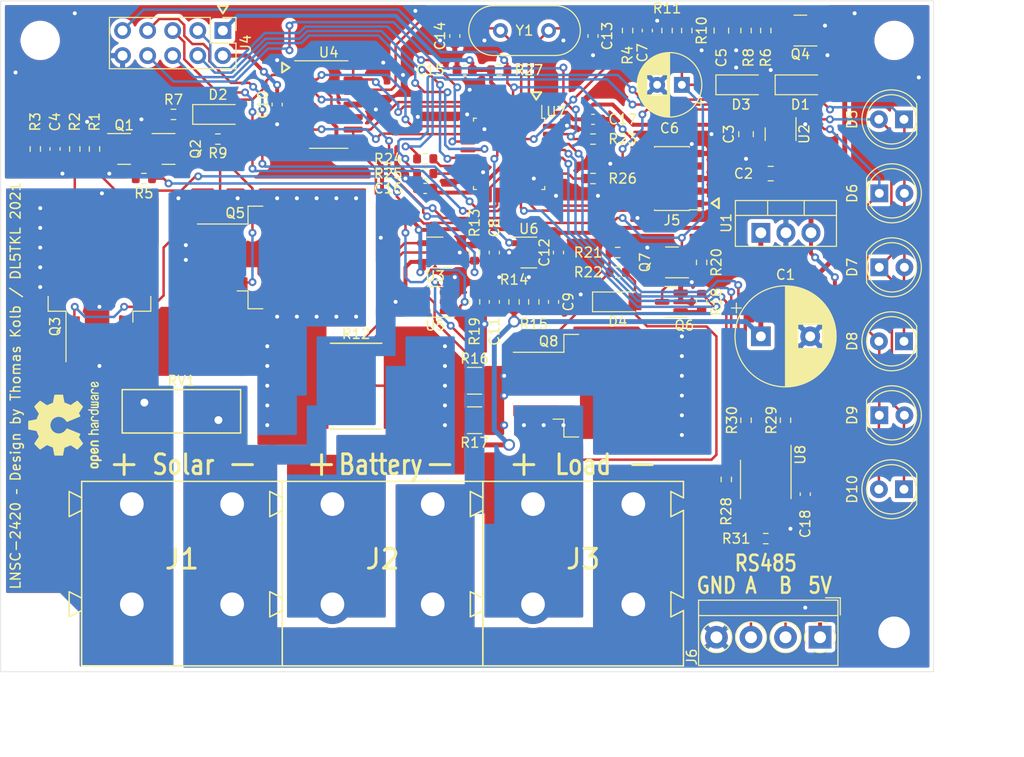
<source format=kicad_pcb>
(kicad_pcb (version 20171130) (host pcbnew 5.1.9-5.1.9)

  (general
    (thickness 1.6)
    (drawings 36)
    (tracks 868)
    (zones 0)
    (modules 88)
    (nets 60)
  )

  (page A4)
  (layers
    (0 F.Cu signal)
    (31 B.Cu signal)
    (32 B.Adhes user)
    (33 F.Adhes user)
    (34 B.Paste user)
    (35 F.Paste user)
    (36 B.SilkS user)
    (37 F.SilkS user)
    (38 B.Mask user)
    (39 F.Mask user)
    (40 Dwgs.User user)
    (41 Cmts.User user)
    (42 Eco1.User user)
    (43 Eco2.User user)
    (44 Edge.Cuts user)
    (45 Margin user)
    (46 B.CrtYd user)
    (47 F.CrtYd user)
    (48 B.Fab user hide)
    (49 F.Fab user hide)
  )

  (setup
    (last_trace_width 0.25)
    (user_trace_width 0.25)
    (user_trace_width 0.5)
    (trace_clearance 0.2)
    (zone_clearance 0.4)
    (zone_45_only no)
    (trace_min 0.2)
    (via_size 0.8)
    (via_drill 0.4)
    (via_min_size 0.4)
    (via_min_drill 0.3)
    (user_via 1.2 0.8)
    (uvia_size 0.3)
    (uvia_drill 0.1)
    (uvias_allowed no)
    (uvia_min_size 0.2)
    (uvia_min_drill 0.1)
    (edge_width 0.05)
    (segment_width 0.2)
    (pcb_text_width 0.3)
    (pcb_text_size 1.5 1.5)
    (mod_edge_width 0.12)
    (mod_text_size 1 1)
    (mod_text_width 0.15)
    (pad_size 1.8 1.8)
    (pad_drill 0.8)
    (pad_to_mask_clearance 0)
    (aux_axis_origin 0 0)
    (visible_elements FFFFFF7F)
    (pcbplotparams
      (layerselection 0x010fc_ffffffff)
      (usegerberextensions false)
      (usegerberattributes true)
      (usegerberadvancedattributes true)
      (creategerberjobfile true)
      (excludeedgelayer true)
      (linewidth 0.100000)
      (plotframeref false)
      (viasonmask false)
      (mode 1)
      (useauxorigin false)
      (hpglpennumber 1)
      (hpglpenspeed 20)
      (hpglpendiameter 15.000000)
      (psnegative false)
      (psa4output false)
      (plotreference true)
      (plotvalue true)
      (plotinvisibletext false)
      (padsonsilk false)
      (subtractmaskfromsilk false)
      (outputformat 1)
      (mirror false)
      (drillshape 1)
      (scaleselection 1)
      (outputdirectory ""))
  )

  (net 0 "")
  (net 1 GND)
  (net 2 Bat+)
  (net 3 +5V)
  (net 4 +3V3)
  (net 5 /Switching/Raw_U_Solar)
  (net 6 "Net-(C5-Pad2)")
  (net 7 "Net-(C5-Pad1)")
  (net 8 +VSW)
  (net 9 /Switching/Raw_U_SW)
  (net 10 "Net-(C8-Pad1)")
  (net 11 /Switching/Raw_U_Bat)
  (net 12 "Net-(C11-Pad1)")
  (net 13 "Net-(C13-Pad1)")
  (net 14 "Net-(C14-Pad1)")
  (net 15 "Net-(D2-Pad2)")
  (net 16 "Net-(D2-Pad1)")
  (net 17 Load+)
  (net 18 "Net-(D4-Pad1)")
  (net 19 "Net-(D5-Pad1)")
  (net 20 Solar+)
  (net 21 /Control/NRST)
  (net 22 /Control/BOOT0)
  (net 23 /Control/EXT_SCL_TX)
  (net 24 /Control/EXT_MISO)
  (net 25 /Control/EXT_SDA_RX)
  (net 26 /Control/EXT_MOSI)
  (net 27 /Control/EXT_SCK)
  (net 28 /Control/SWDCLK)
  (net 29 /Control/SWDIO)
  (net 30 "Net-(J6-Pad3)")
  (net 31 "Net-(J6-Pad2)")
  (net 32 "Net-(Q1-Pad3)")
  (net 33 "Net-(Q1-Pad1)")
  (net 34 "Net-(Q2-Pad3)")
  (net 35 "Net-(Q4-Pad3)")
  (net 36 "Net-(Q4-Pad1)")
  (net 37 "Net-(Q5-Pad2)")
  (net 38 "Net-(Q6-Pad3)")
  (net 39 "Net-(Q6-Pad1)")
  (net 40 "Net-(Q7-Pad3)")
  (net 41 "Net-(Q8-Pad2)")
  (net 42 Solar_Sw)
  (net 43 ChargePump)
  (net 44 Load_Sw)
  (net 45 /Control/LED_MUX_A)
  (net 46 /Control/LED_MUX_B)
  (net 47 /Control/LED_MUX_C)
  (net 48 /Control/RS485_DE)
  (net 49 /Control/RS485_RX)
  (net 50 "Net-(R29-Pad1)")
  (net 51 /Control/RS485_TX)
  (net 52 "Net-(R30-Pad1)")
  (net 53 Meas_U_SW)
  (net 54 Meas_U_Solar)
  (net 55 Meas_I_Load)
  (net 56 Meas_I_Solar)
  (net 57 Meas_U_Bat)
  (net 58 "Net-(D10-Pad1)")
  (net 59 "Net-(D10-Pad2)")

  (net_class Default "This is the default net class."
    (clearance 0.2)
    (trace_width 0.25)
    (via_dia 0.8)
    (via_drill 0.4)
    (uvia_dia 0.3)
    (uvia_drill 0.1)
    (add_net +VSW)
    (add_net /Control/BOOT0)
    (add_net /Control/EXT_MISO)
    (add_net /Control/EXT_MOSI)
    (add_net /Control/EXT_SCK)
    (add_net /Control/EXT_SCL_TX)
    (add_net /Control/EXT_SDA_RX)
    (add_net /Control/LED_MUX_A)
    (add_net /Control/LED_MUX_B)
    (add_net /Control/LED_MUX_C)
    (add_net /Control/NRST)
    (add_net /Control/RS485_DE)
    (add_net /Control/RS485_RX)
    (add_net /Control/RS485_TX)
    (add_net /Control/SWDCLK)
    (add_net /Control/SWDIO)
    (add_net /Switching/Raw_U_Bat)
    (add_net /Switching/Raw_U_SW)
    (add_net /Switching/Raw_U_Solar)
    (add_net ChargePump)
    (add_net GND)
    (add_net Load_Sw)
    (add_net Meas_I_Load)
    (add_net Meas_I_Solar)
    (add_net Meas_U_Bat)
    (add_net Meas_U_SW)
    (add_net Meas_U_Solar)
    (add_net "Net-(C11-Pad1)")
    (add_net "Net-(C13-Pad1)")
    (add_net "Net-(C14-Pad1)")
    (add_net "Net-(C5-Pad1)")
    (add_net "Net-(C5-Pad2)")
    (add_net "Net-(C8-Pad1)")
    (add_net "Net-(D10-Pad1)")
    (add_net "Net-(D10-Pad2)")
    (add_net "Net-(D2-Pad1)")
    (add_net "Net-(D2-Pad2)")
    (add_net "Net-(D4-Pad1)")
    (add_net "Net-(D5-Pad1)")
    (add_net "Net-(J6-Pad2)")
    (add_net "Net-(J6-Pad3)")
    (add_net "Net-(Q1-Pad1)")
    (add_net "Net-(Q1-Pad3)")
    (add_net "Net-(Q2-Pad3)")
    (add_net "Net-(Q4-Pad1)")
    (add_net "Net-(Q4-Pad3)")
    (add_net "Net-(Q5-Pad2)")
    (add_net "Net-(Q6-Pad1)")
    (add_net "Net-(Q6-Pad3)")
    (add_net "Net-(Q7-Pad3)")
    (add_net "Net-(Q8-Pad2)")
    (add_net "Net-(R29-Pad1)")
    (add_net "Net-(R30-Pad1)")
    (add_net Solar_Sw)
  )

  (net_class HighPower ""
    (clearance 0.3)
    (trace_width 20)
    (via_dia 2)
    (via_drill 1.2)
    (uvia_dia 0.3)
    (uvia_drill 0.1)
    (add_net Bat+)
    (add_net Load+)
    (add_net Solar+)
  )

  (net_class Power ""
    (clearance 0.3)
    (trace_width 0.4)
    (via_dia 0.8)
    (via_drill 0.4)
    (uvia_dia 0.3)
    (uvia_drill 0.1)
    (add_net +3V3)
    (add_net +5V)
  )

  (module Symbol:OSHW-Logo2_9.8x8mm_SilkScreen (layer F.Cu) (tedit 0) (tstamp 6099FA00)
    (at 29.5 118 90)
    (descr "Open Source Hardware Symbol")
    (tags "Logo Symbol OSHW")
    (attr virtual)
    (fp_text reference REF** (at 0 0 90) (layer F.SilkS) hide
      (effects (font (size 1 1) (thickness 0.15)))
    )
    (fp_text value OSHW-Logo2_9.8x8mm_SilkScreen (at 0.75 0 90) (layer F.Fab) hide
      (effects (font (size 1 1) (thickness 0.15)))
    )
    (fp_poly (pts (xy -3.231114 2.584505) (xy -3.156461 2.621727) (xy -3.090569 2.690261) (xy -3.072423 2.715648)
      (xy -3.052655 2.748866) (xy -3.039828 2.784945) (xy -3.03249 2.833098) (xy -3.029187 2.902536)
      (xy -3.028462 2.994206) (xy -3.031737 3.11983) (xy -3.043123 3.214154) (xy -3.064959 3.284523)
      (xy -3.099581 3.338286) (xy -3.14933 3.382788) (xy -3.152986 3.385423) (xy -3.202015 3.412377)
      (xy -3.261055 3.425712) (xy -3.336141 3.429) (xy -3.458205 3.429) (xy -3.458256 3.547497)
      (xy -3.459392 3.613492) (xy -3.466314 3.652202) (xy -3.484402 3.675419) (xy -3.519038 3.694933)
      (xy -3.527355 3.69892) (xy -3.56628 3.717603) (xy -3.596417 3.729403) (xy -3.618826 3.730422)
      (xy -3.634567 3.716761) (xy -3.644698 3.684522) (xy -3.650277 3.629804) (xy -3.652365 3.548711)
      (xy -3.652019 3.437344) (xy -3.6503 3.291802) (xy -3.649763 3.248269) (xy -3.647828 3.098205)
      (xy -3.646096 3.000042) (xy -3.458308 3.000042) (xy -3.457252 3.083364) (xy -3.452562 3.13788)
      (xy -3.441949 3.173837) (xy -3.423128 3.201482) (xy -3.41035 3.214965) (xy -3.35811 3.254417)
      (xy -3.311858 3.257628) (xy -3.264133 3.225049) (xy -3.262923 3.223846) (xy -3.243506 3.198668)
      (xy -3.231693 3.164447) (xy -3.225735 3.111748) (xy -3.22388 3.031131) (xy -3.223846 3.013271)
      (xy -3.22833 2.902175) (xy -3.242926 2.825161) (xy -3.26935 2.778147) (xy -3.309317 2.75705)
      (xy -3.332416 2.754923) (xy -3.387238 2.7649) (xy -3.424842 2.797752) (xy -3.447477 2.857857)
      (xy -3.457394 2.949598) (xy -3.458308 3.000042) (xy -3.646096 3.000042) (xy -3.645778 2.98206)
      (xy -3.643127 2.894679) (xy -3.639394 2.830905) (xy -3.634093 2.785582) (xy -3.626742 2.753555)
      (xy -3.616857 2.729668) (xy -3.603954 2.708764) (xy -3.598421 2.700898) (xy -3.525031 2.626595)
      (xy -3.43224 2.584467) (xy -3.324904 2.572722) (xy -3.231114 2.584505)) (layer F.SilkS) (width 0.01))
    (fp_poly (pts (xy -1.728336 2.595089) (xy -1.665633 2.631358) (xy -1.622039 2.667358) (xy -1.590155 2.705075)
      (xy -1.56819 2.751199) (xy -1.554351 2.812421) (xy -1.546847 2.895431) (xy -1.543883 3.006919)
      (xy -1.543539 3.087062) (xy -1.543539 3.382065) (xy -1.709615 3.456515) (xy -1.719385 3.133402)
      (xy -1.723421 3.012729) (xy -1.727656 2.925141) (xy -1.732903 2.86465) (xy -1.739975 2.825268)
      (xy -1.749689 2.801007) (xy -1.762856 2.78588) (xy -1.767081 2.782606) (xy -1.831091 2.757034)
      (xy -1.895792 2.767153) (xy -1.934308 2.794) (xy -1.949975 2.813024) (xy -1.96082 2.837988)
      (xy -1.967712 2.875834) (xy -1.971521 2.933502) (xy -1.973117 3.017935) (xy -1.973385 3.105928)
      (xy -1.973437 3.216323) (xy -1.975328 3.294463) (xy -1.981655 3.347165) (xy -1.995017 3.381242)
      (xy -2.018015 3.403511) (xy -2.053246 3.420787) (xy -2.100303 3.438738) (xy -2.151697 3.458278)
      (xy -2.145579 3.111485) (xy -2.143116 2.986468) (xy -2.140233 2.894082) (xy -2.136102 2.827881)
      (xy -2.129893 2.78142) (xy -2.120774 2.748256) (xy -2.107917 2.721944) (xy -2.092416 2.698729)
      (xy -2.017629 2.624569) (xy -1.926372 2.581684) (xy -1.827117 2.571412) (xy -1.728336 2.595089)) (layer F.SilkS) (width 0.01))
    (fp_poly (pts (xy -3.983114 2.587256) (xy -3.891536 2.635409) (xy -3.823951 2.712905) (xy -3.799943 2.762727)
      (xy -3.781262 2.837533) (xy -3.771699 2.932052) (xy -3.770792 3.03521) (xy -3.778079 3.135935)
      (xy -3.793097 3.223153) (xy -3.815385 3.285791) (xy -3.822235 3.296579) (xy -3.903368 3.377105)
      (xy -3.999734 3.425336) (xy -4.104299 3.43945) (xy -4.210032 3.417629) (xy -4.239457 3.404547)
      (xy -4.296759 3.364231) (xy -4.34705 3.310775) (xy -4.351803 3.303995) (xy -4.371122 3.271321)
      (xy -4.383892 3.236394) (xy -4.391436 3.190414) (xy -4.395076 3.124584) (xy -4.396135 3.030105)
      (xy -4.396154 3.008923) (xy -4.396106 3.002182) (xy -4.200769 3.002182) (xy -4.199632 3.091349)
      (xy -4.195159 3.15052) (xy -4.185754 3.188741) (xy -4.169824 3.215053) (xy -4.161692 3.223846)
      (xy -4.114942 3.257261) (xy -4.069553 3.255737) (xy -4.02366 3.226752) (xy -3.996288 3.195809)
      (xy -3.980077 3.150643) (xy -3.970974 3.07942) (xy -3.970349 3.071114) (xy -3.968796 2.942037)
      (xy -3.985035 2.846172) (xy -4.018848 2.784107) (xy -4.070016 2.756432) (xy -4.08828 2.754923)
      (xy -4.13624 2.762513) (xy -4.169047 2.788808) (xy -4.189105 2.839095) (xy -4.198822 2.918664)
      (xy -4.200769 3.002182) (xy -4.396106 3.002182) (xy -4.395426 2.908249) (xy -4.392371 2.837906)
      (xy -4.385678 2.789163) (xy -4.37404 2.753288) (xy -4.356147 2.721548) (xy -4.352192 2.715648)
      (xy -4.285733 2.636104) (xy -4.213315 2.589929) (xy -4.125151 2.571599) (xy -4.095213 2.570703)
      (xy -3.983114 2.587256)) (layer F.SilkS) (width 0.01))
    (fp_poly (pts (xy -2.465746 2.599745) (xy -2.388714 2.651567) (xy -2.329184 2.726412) (xy -2.293622 2.821654)
      (xy -2.286429 2.891756) (xy -2.287246 2.921009) (xy -2.294086 2.943407) (xy -2.312888 2.963474)
      (xy -2.349592 2.985733) (xy -2.410138 3.014709) (xy -2.500466 3.054927) (xy -2.500923 3.055129)
      (xy -2.584067 3.09321) (xy -2.652247 3.127025) (xy -2.698495 3.152933) (xy -2.715842 3.167295)
      (xy -2.715846 3.167411) (xy -2.700557 3.198685) (xy -2.664804 3.233157) (xy -2.623758 3.25799)
      (xy -2.602963 3.262923) (xy -2.54623 3.245862) (xy -2.497373 3.203133) (xy -2.473535 3.156155)
      (xy -2.450603 3.121522) (xy -2.405682 3.082081) (xy -2.352877 3.048009) (xy -2.30629 3.02948)
      (xy -2.296548 3.028462) (xy -2.285582 3.045215) (xy -2.284921 3.088039) (xy -2.29298 3.145781)
      (xy -2.308173 3.207289) (xy -2.328914 3.261409) (xy -2.329962 3.26351) (xy -2.392379 3.35066)
      (xy -2.473274 3.409939) (xy -2.565144 3.439034) (xy -2.660487 3.435634) (xy -2.751802 3.397428)
      (xy -2.755862 3.394741) (xy -2.827694 3.329642) (xy -2.874927 3.244705) (xy -2.901066 3.133021)
      (xy -2.904574 3.101643) (xy -2.910787 2.953536) (xy -2.903339 2.884468) (xy -2.715846 2.884468)
      (xy -2.71341 2.927552) (xy -2.700086 2.940126) (xy -2.666868 2.930719) (xy -2.614506 2.908483)
      (xy -2.555976 2.88061) (xy -2.554521 2.879872) (xy -2.504911 2.853777) (xy -2.485 2.836363)
      (xy -2.48991 2.818107) (xy -2.510584 2.79412) (xy -2.563181 2.759406) (xy -2.619823 2.756856)
      (xy -2.670631 2.782119) (xy -2.705724 2.830847) (xy -2.715846 2.884468) (xy -2.903339 2.884468)
      (xy -2.898008 2.835036) (xy -2.865222 2.741055) (xy -2.819579 2.675215) (xy -2.737198 2.608681)
      (xy -2.646454 2.575676) (xy -2.553815 2.573573) (xy -2.465746 2.599745)) (layer F.SilkS) (width 0.01))
    (fp_poly (pts (xy -0.840154 2.49212) (xy -0.834428 2.57198) (xy -0.827851 2.619039) (xy -0.818738 2.639566)
      (xy -0.805402 2.639829) (xy -0.801077 2.637378) (xy -0.743556 2.619636) (xy -0.668732 2.620672)
      (xy -0.592661 2.63891) (xy -0.545082 2.662505) (xy -0.496298 2.700198) (xy -0.460636 2.742855)
      (xy -0.436155 2.797057) (xy -0.420913 2.869384) (xy -0.41297 2.966419) (xy -0.410384 3.094742)
      (xy -0.410338 3.119358) (xy -0.410308 3.39587) (xy -0.471839 3.41732) (xy -0.515541 3.431912)
      (xy -0.539518 3.438706) (xy -0.540223 3.438769) (xy -0.542585 3.420345) (xy -0.544594 3.369526)
      (xy -0.546099 3.292993) (xy -0.546947 3.19743) (xy -0.547077 3.139329) (xy -0.547349 3.024771)
      (xy -0.548748 2.942667) (xy -0.552151 2.886393) (xy -0.558433 2.849326) (xy -0.568471 2.824844)
      (xy -0.583139 2.806325) (xy -0.592298 2.797406) (xy -0.655211 2.761466) (xy -0.723864 2.758775)
      (xy -0.786152 2.78917) (xy -0.797671 2.800144) (xy -0.814567 2.820779) (xy -0.826286 2.845256)
      (xy -0.833767 2.880647) (xy -0.837946 2.934026) (xy -0.839763 3.012466) (xy -0.840154 3.120617)
      (xy -0.840154 3.39587) (xy -0.901685 3.41732) (xy -0.945387 3.431912) (xy -0.969364 3.438706)
      (xy -0.97007 3.438769) (xy -0.971874 3.420069) (xy -0.9735 3.367322) (xy -0.974883 3.285557)
      (xy -0.975958 3.179805) (xy -0.97666 3.055094) (xy -0.976923 2.916455) (xy -0.976923 2.381806)
      (xy -0.849923 2.328236) (xy -0.840154 2.49212)) (layer F.SilkS) (width 0.01))
    (fp_poly (pts (xy 0.053501 2.626303) (xy 0.13006 2.654733) (xy 0.130936 2.655279) (xy 0.178285 2.690127)
      (xy 0.213241 2.730852) (xy 0.237825 2.783925) (xy 0.254062 2.855814) (xy 0.263975 2.952992)
      (xy 0.269586 3.081928) (xy 0.270077 3.100298) (xy 0.277141 3.377287) (xy 0.217695 3.408028)
      (xy 0.174681 3.428802) (xy 0.14871 3.438646) (xy 0.147509 3.438769) (xy 0.143014 3.420606)
      (xy 0.139444 3.371612) (xy 0.137248 3.300031) (xy 0.136769 3.242068) (xy 0.136758 3.14817)
      (xy 0.132466 3.089203) (xy 0.117503 3.061079) (xy 0.085482 3.059706) (xy 0.030014 3.080998)
      (xy -0.053731 3.120136) (xy -0.115311 3.152643) (xy -0.146983 3.180845) (xy -0.156294 3.211582)
      (xy -0.156308 3.213104) (xy -0.140943 3.266054) (xy -0.095453 3.29466) (xy -0.025834 3.298803)
      (xy 0.024313 3.298084) (xy 0.050754 3.312527) (xy 0.067243 3.347218) (xy 0.076733 3.391416)
      (xy 0.063057 3.416493) (xy 0.057907 3.420082) (xy 0.009425 3.434496) (xy -0.058469 3.436537)
      (xy -0.128388 3.426983) (xy -0.177932 3.409522) (xy -0.24643 3.351364) (xy -0.285366 3.270408)
      (xy -0.293077 3.20716) (xy -0.287193 3.150111) (xy -0.265899 3.103542) (xy -0.223735 3.062181)
      (xy -0.155241 3.020755) (xy -0.054956 2.973993) (xy -0.048846 2.97135) (xy 0.04149 2.929617)
      (xy 0.097235 2.895391) (xy 0.121129 2.864635) (xy 0.115913 2.833311) (xy 0.084328 2.797383)
      (xy 0.074883 2.789116) (xy 0.011617 2.757058) (xy -0.053936 2.758407) (xy -0.111028 2.789838)
      (xy -0.148907 2.848024) (xy -0.152426 2.859446) (xy -0.1867 2.914837) (xy -0.230191 2.941518)
      (xy -0.293077 2.96796) (xy -0.293077 2.899548) (xy -0.273948 2.80011) (xy -0.217169 2.708902)
      (xy -0.187622 2.678389) (xy -0.120458 2.639228) (xy -0.035044 2.6215) (xy 0.053501 2.626303)) (layer F.SilkS) (width 0.01))
    (fp_poly (pts (xy 0.713362 2.62467) (xy 0.802117 2.657421) (xy 0.874022 2.71535) (xy 0.902144 2.756128)
      (xy 0.932802 2.830954) (xy 0.932165 2.885058) (xy 0.899987 2.921446) (xy 0.888081 2.927633)
      (xy 0.836675 2.946925) (xy 0.810422 2.941982) (xy 0.80153 2.909587) (xy 0.801077 2.891692)
      (xy 0.784797 2.825859) (xy 0.742365 2.779807) (xy 0.683388 2.757564) (xy 0.617475 2.763161)
      (xy 0.563895 2.792229) (xy 0.545798 2.80881) (xy 0.532971 2.828925) (xy 0.524306 2.859332)
      (xy 0.518696 2.906788) (xy 0.515035 2.97805) (xy 0.512215 3.079875) (xy 0.511484 3.112115)
      (xy 0.50882 3.22241) (xy 0.505792 3.300036) (xy 0.50125 3.351396) (xy 0.494046 3.38289)
      (xy 0.483033 3.40092) (xy 0.46706 3.411888) (xy 0.456834 3.416733) (xy 0.413406 3.433301)
      (xy 0.387842 3.438769) (xy 0.379395 3.420507) (xy 0.374239 3.365296) (xy 0.372346 3.272499)
      (xy 0.373689 3.141478) (xy 0.374107 3.121269) (xy 0.377058 3.001733) (xy 0.380548 2.914449)
      (xy 0.385514 2.852591) (xy 0.392893 2.809336) (xy 0.403624 2.77786) (xy 0.418645 2.751339)
      (xy 0.426502 2.739975) (xy 0.471553 2.689692) (xy 0.52194 2.650581) (xy 0.528108 2.647167)
      (xy 0.618458 2.620212) (xy 0.713362 2.62467)) (layer F.SilkS) (width 0.01))
    (fp_poly (pts (xy 1.602081 2.780289) (xy 1.601833 2.92632) (xy 1.600872 3.038655) (xy 1.598794 3.122678)
      (xy 1.595193 3.183769) (xy 1.589665 3.227309) (xy 1.581804 3.258679) (xy 1.571207 3.283262)
      (xy 1.563182 3.297294) (xy 1.496728 3.373388) (xy 1.41247 3.421084) (xy 1.319249 3.438199)
      (xy 1.2259 3.422546) (xy 1.170312 3.394418) (xy 1.111957 3.34576) (xy 1.072186 3.286333)
      (xy 1.04819 3.208507) (xy 1.037161 3.104652) (xy 1.035599 3.028462) (xy 1.035809 3.022986)
      (xy 1.172308 3.022986) (xy 1.173141 3.110355) (xy 1.176961 3.168192) (xy 1.185746 3.206029)
      (xy 1.201474 3.233398) (xy 1.220266 3.254042) (xy 1.283375 3.29389) (xy 1.351137 3.297295)
      (xy 1.415179 3.264025) (xy 1.420164 3.259517) (xy 1.441439 3.236067) (xy 1.454779 3.208166)
      (xy 1.462001 3.166641) (xy 1.464923 3.102316) (xy 1.465385 3.0312) (xy 1.464383 2.941858)
      (xy 1.460238 2.882258) (xy 1.451236 2.843089) (xy 1.435667 2.81504) (xy 1.422902 2.800144)
      (xy 1.3636 2.762575) (xy 1.295301 2.758057) (xy 1.23011 2.786753) (xy 1.217528 2.797406)
      (xy 1.196111 2.821063) (xy 1.182744 2.849251) (xy 1.175566 2.891245) (xy 1.172719 2.956319)
      (xy 1.172308 3.022986) (xy 1.035809 3.022986) (xy 1.040322 2.905765) (xy 1.056362 2.813577)
      (xy 1.086528 2.744269) (xy 1.133629 2.690211) (xy 1.170312 2.662505) (xy 1.23699 2.632572)
      (xy 1.314272 2.618678) (xy 1.38611 2.622397) (xy 1.426308 2.6374) (xy 1.442082 2.64167)
      (xy 1.45255 2.62575) (xy 1.459856 2.583089) (xy 1.465385 2.518106) (xy 1.471437 2.445732)
      (xy 1.479844 2.402187) (xy 1.495141 2.377287) (xy 1.521864 2.360845) (xy 1.538654 2.353564)
      (xy 1.602154 2.326963) (xy 1.602081 2.780289)) (layer F.SilkS) (width 0.01))
    (fp_poly (pts (xy 2.395929 2.636662) (xy 2.398911 2.688068) (xy 2.401247 2.766192) (xy 2.402749 2.864857)
      (xy 2.403231 2.968343) (xy 2.403231 3.318533) (xy 2.341401 3.380363) (xy 2.298793 3.418462)
      (xy 2.26139 3.433895) (xy 2.21027 3.432918) (xy 2.189978 3.430433) (xy 2.126554 3.4232)
      (xy 2.074095 3.419055) (xy 2.061308 3.418672) (xy 2.018199 3.421176) (xy 1.956544 3.427462)
      (xy 1.932638 3.430433) (xy 1.873922 3.435028) (xy 1.834464 3.425046) (xy 1.795338 3.394228)
      (xy 1.781215 3.380363) (xy 1.719385 3.318533) (xy 1.719385 2.663503) (xy 1.76915 2.640829)
      (xy 1.812002 2.624034) (xy 1.837073 2.618154) (xy 1.843501 2.636736) (xy 1.849509 2.688655)
      (xy 1.854697 2.768172) (xy 1.858664 2.869546) (xy 1.860577 2.955192) (xy 1.865923 3.292231)
      (xy 1.91256 3.298825) (xy 1.954976 3.294214) (xy 1.97576 3.279287) (xy 1.98157 3.251377)
      (xy 1.98653 3.191925) (xy 1.990246 3.108466) (xy 1.992324 3.008532) (xy 1.992624 2.957104)
      (xy 1.992923 2.661054) (xy 2.054454 2.639604) (xy 2.098004 2.62502) (xy 2.121694 2.618219)
      (xy 2.122377 2.618154) (xy 2.124754 2.636642) (xy 2.127366 2.687906) (xy 2.129995 2.765649)
      (xy 2.132421 2.863574) (xy 2.134115 2.955192) (xy 2.139461 3.292231) (xy 2.256692 3.292231)
      (xy 2.262072 2.984746) (xy 2.267451 2.677261) (xy 2.324601 2.647707) (xy 2.366797 2.627413)
      (xy 2.39177 2.618204) (xy 2.392491 2.618154) (xy 2.395929 2.636662)) (layer F.SilkS) (width 0.01))
    (fp_poly (pts (xy 2.887333 2.633528) (xy 2.94359 2.659117) (xy 2.987747 2.690124) (xy 3.020101 2.724795)
      (xy 3.042438 2.76952) (xy 3.056546 2.830692) (xy 3.064211 2.914701) (xy 3.06722 3.02794)
      (xy 3.067538 3.102509) (xy 3.067538 3.39342) (xy 3.017773 3.416095) (xy 2.978576 3.432667)
      (xy 2.959157 3.438769) (xy 2.955442 3.42061) (xy 2.952495 3.371648) (xy 2.950691 3.300153)
      (xy 2.950308 3.243385) (xy 2.948661 3.161371) (xy 2.944222 3.096309) (xy 2.93774 3.056467)
      (xy 2.93259 3.048) (xy 2.897977 3.056646) (xy 2.84364 3.078823) (xy 2.780722 3.108886)
      (xy 2.720368 3.141192) (xy 2.673721 3.170098) (xy 2.651926 3.189961) (xy 2.651839 3.190175)
      (xy 2.653714 3.226935) (xy 2.670525 3.262026) (xy 2.700039 3.290528) (xy 2.743116 3.300061)
      (xy 2.779932 3.29895) (xy 2.832074 3.298133) (xy 2.859444 3.310349) (xy 2.875882 3.342624)
      (xy 2.877955 3.34871) (xy 2.885081 3.394739) (xy 2.866024 3.422687) (xy 2.816353 3.436007)
      (xy 2.762697 3.43847) (xy 2.666142 3.42021) (xy 2.616159 3.394131) (xy 2.554429 3.332868)
      (xy 2.52169 3.25767) (xy 2.518753 3.178211) (xy 2.546424 3.104167) (xy 2.588047 3.057769)
      (xy 2.629604 3.031793) (xy 2.694922 2.998907) (xy 2.771038 2.965557) (xy 2.783726 2.960461)
      (xy 2.867333 2.923565) (xy 2.91553 2.891046) (xy 2.93103 2.858718) (xy 2.91655 2.822394)
      (xy 2.891692 2.794) (xy 2.832939 2.759039) (xy 2.768293 2.756417) (xy 2.709008 2.783358)
      (xy 2.666339 2.837088) (xy 2.660739 2.85095) (xy 2.628133 2.901936) (xy 2.58053 2.939787)
      (xy 2.520461 2.97085) (xy 2.520461 2.882768) (xy 2.523997 2.828951) (xy 2.539156 2.786534)
      (xy 2.572768 2.741279) (xy 2.605035 2.70642) (xy 2.655209 2.657062) (xy 2.694193 2.630547)
      (xy 2.736064 2.619911) (xy 2.78346 2.618154) (xy 2.887333 2.633528)) (layer F.SilkS) (width 0.01))
    (fp_poly (pts (xy 3.570807 2.636782) (xy 3.594161 2.646988) (xy 3.649902 2.691134) (xy 3.697569 2.754967)
      (xy 3.727048 2.823087) (xy 3.731846 2.85667) (xy 3.71576 2.903556) (xy 3.680475 2.928365)
      (xy 3.642644 2.943387) (xy 3.625321 2.946155) (xy 3.616886 2.926066) (xy 3.60023 2.882351)
      (xy 3.592923 2.862598) (xy 3.551948 2.794271) (xy 3.492622 2.760191) (xy 3.416552 2.761239)
      (xy 3.410918 2.762581) (xy 3.370305 2.781836) (xy 3.340448 2.819375) (xy 3.320055 2.879809)
      (xy 3.307836 2.967751) (xy 3.3025 3.087813) (xy 3.302 3.151698) (xy 3.301752 3.252403)
      (xy 3.300126 3.321054) (xy 3.295801 3.364673) (xy 3.287454 3.390282) (xy 3.273765 3.404903)
      (xy 3.253411 3.415558) (xy 3.252234 3.416095) (xy 3.213038 3.432667) (xy 3.193619 3.438769)
      (xy 3.190635 3.420319) (xy 3.188081 3.369323) (xy 3.18614 3.292308) (xy 3.184997 3.195805)
      (xy 3.184769 3.125184) (xy 3.185932 2.988525) (xy 3.190479 2.884851) (xy 3.199999 2.808108)
      (xy 3.216081 2.752246) (xy 3.240313 2.711212) (xy 3.274286 2.678954) (xy 3.307833 2.65644)
      (xy 3.388499 2.626476) (xy 3.482381 2.619718) (xy 3.570807 2.636782)) (layer F.SilkS) (width 0.01))
    (fp_poly (pts (xy 4.245224 2.647838) (xy 4.322528 2.698361) (xy 4.359814 2.74359) (xy 4.389353 2.825663)
      (xy 4.391699 2.890607) (xy 4.386385 2.977445) (xy 4.186115 3.065103) (xy 4.088739 3.109887)
      (xy 4.025113 3.145913) (xy 3.992029 3.177117) (xy 3.98628 3.207436) (xy 4.004658 3.240805)
      (xy 4.024923 3.262923) (xy 4.083889 3.298393) (xy 4.148024 3.300879) (xy 4.206926 3.273235)
      (xy 4.250197 3.21832) (xy 4.257936 3.198928) (xy 4.295006 3.138364) (xy 4.337654 3.112552)
      (xy 4.396154 3.090471) (xy 4.396154 3.174184) (xy 4.390982 3.23115) (xy 4.370723 3.279189)
      (xy 4.328262 3.334346) (xy 4.321951 3.341514) (xy 4.27472 3.390585) (xy 4.234121 3.41692)
      (xy 4.183328 3.429035) (xy 4.14122 3.433003) (xy 4.065902 3.433991) (xy 4.012286 3.421466)
      (xy 3.978838 3.402869) (xy 3.926268 3.361975) (xy 3.889879 3.317748) (xy 3.86685 3.262126)
      (xy 3.854359 3.187047) (xy 3.849587 3.084449) (xy 3.849206 3.032376) (xy 3.850501 2.969948)
      (xy 3.968471 2.969948) (xy 3.969839 3.003438) (xy 3.973249 3.008923) (xy 3.995753 3.001472)
      (xy 4.044182 2.981753) (xy 4.108908 2.953718) (xy 4.122443 2.947692) (xy 4.204244 2.906096)
      (xy 4.249312 2.869538) (xy 4.259217 2.835296) (xy 4.235526 2.800648) (xy 4.21596 2.785339)
      (xy 4.14536 2.754721) (xy 4.07928 2.75978) (xy 4.023959 2.797151) (xy 3.985636 2.863473)
      (xy 3.973349 2.916116) (xy 3.968471 2.969948) (xy 3.850501 2.969948) (xy 3.85173 2.91072)
      (xy 3.861032 2.82071) (xy 3.87946 2.755167) (xy 3.90936 2.706912) (xy 3.95308 2.668767)
      (xy 3.972141 2.65644) (xy 4.058726 2.624336) (xy 4.153522 2.622316) (xy 4.245224 2.647838)) (layer F.SilkS) (width 0.01))
    (fp_poly (pts (xy 0.139878 -3.712224) (xy 0.245612 -3.711645) (xy 0.322132 -3.710078) (xy 0.374372 -3.707028)
      (xy 0.407263 -3.702004) (xy 0.425737 -3.694511) (xy 0.434727 -3.684056) (xy 0.439163 -3.670147)
      (xy 0.439594 -3.668346) (xy 0.446333 -3.635855) (xy 0.458808 -3.571748) (xy 0.475719 -3.482849)
      (xy 0.495771 -3.375981) (xy 0.517664 -3.257967) (xy 0.518429 -3.253822) (xy 0.540359 -3.138169)
      (xy 0.560877 -3.035986) (xy 0.578659 -2.953402) (xy 0.592381 -2.896544) (xy 0.600718 -2.871542)
      (xy 0.601116 -2.871099) (xy 0.625677 -2.85889) (xy 0.676315 -2.838544) (xy 0.742095 -2.814455)
      (xy 0.742461 -2.814326) (xy 0.825317 -2.783182) (xy 0.923 -2.743509) (xy 1.015077 -2.703619)
      (xy 1.019434 -2.701647) (xy 1.169407 -2.63358) (xy 1.501498 -2.860361) (xy 1.603374 -2.929496)
      (xy 1.695657 -2.991303) (xy 1.773003 -3.042267) (xy 1.830064 -3.078873) (xy 1.861495 -3.097606)
      (xy 1.864479 -3.098996) (xy 1.887321 -3.09281) (xy 1.929982 -3.062965) (xy 1.994128 -3.008053)
      (xy 2.081421 -2.926666) (xy 2.170535 -2.840078) (xy 2.256441 -2.754753) (xy 2.333327 -2.676892)
      (xy 2.396564 -2.611303) (xy 2.441523 -2.562795) (xy 2.463576 -2.536175) (xy 2.464396 -2.534805)
      (xy 2.466834 -2.516537) (xy 2.45765 -2.486705) (xy 2.434574 -2.441279) (xy 2.395337 -2.37623)
      (xy 2.33767 -2.28753) (xy 2.260795 -2.173343) (xy 2.19257 -2.072838) (xy 2.131582 -1.982697)
      (xy 2.081356 -1.908151) (xy 2.045416 -1.854435) (xy 2.027287 -1.826782) (xy 2.026146 -1.824905)
      (xy 2.028359 -1.79841) (xy 2.045138 -1.746914) (xy 2.073142 -1.680149) (xy 2.083122 -1.658828)
      (xy 2.126672 -1.563841) (xy 2.173134 -1.456063) (xy 2.210877 -1.362808) (xy 2.238073 -1.293594)
      (xy 2.259675 -1.240994) (xy 2.272158 -1.213503) (xy 2.273709 -1.211384) (xy 2.296668 -1.207876)
      (xy 2.350786 -1.198262) (xy 2.428868 -1.183911) (xy 2.523719 -1.166193) (xy 2.628143 -1.146475)
      (xy 2.734944 -1.126126) (xy 2.836926 -1.106514) (xy 2.926894 -1.089009) (xy 2.997653 -1.074978)
      (xy 3.042006 -1.065791) (xy 3.052885 -1.063193) (xy 3.064122 -1.056782) (xy 3.072605 -1.042303)
      (xy 3.078714 -1.014867) (xy 3.082832 -0.969589) (xy 3.085341 -0.90158) (xy 3.086621 -0.805953)
      (xy 3.087054 -0.67782) (xy 3.087077 -0.625299) (xy 3.087077 -0.198155) (xy 2.9845 -0.177909)
      (xy 2.927431 -0.16693) (xy 2.842269 -0.150905) (xy 2.739372 -0.131767) (xy 2.629096 -0.111449)
      (xy 2.598615 -0.105868) (xy 2.496855 -0.086083) (xy 2.408205 -0.066627) (xy 2.340108 -0.049303)
      (xy 2.300004 -0.035912) (xy 2.293323 -0.031921) (xy 2.276919 -0.003658) (xy 2.253399 0.051109)
      (xy 2.227316 0.121588) (xy 2.222142 0.136769) (xy 2.187956 0.230896) (xy 2.145523 0.337101)
      (xy 2.103997 0.432473) (xy 2.103792 0.432916) (xy 2.03464 0.582525) (xy 2.489512 1.251617)
      (xy 2.1975 1.544116) (xy 2.10918 1.63117) (xy 2.028625 1.707909) (xy 1.96036 1.770237)
      (xy 1.908908 1.814056) (xy 1.878794 1.83527) (xy 1.874474 1.836616) (xy 1.849111 1.826016)
      (xy 1.797358 1.796547) (xy 1.724868 1.751705) (xy 1.637294 1.694984) (xy 1.542612 1.631462)
      (xy 1.446516 1.566668) (xy 1.360837 1.510287) (xy 1.291016 1.465788) (xy 1.242494 1.436639)
      (xy 1.220782 1.426308) (xy 1.194293 1.43505) (xy 1.144062 1.458087) (xy 1.080451 1.490631)
      (xy 1.073708 1.494249) (xy 0.988046 1.53721) (xy 0.929306 1.558279) (xy 0.892772 1.558503)
      (xy 0.873731 1.538928) (xy 0.87362 1.538654) (xy 0.864102 1.515472) (xy 0.841403 1.460441)
      (xy 0.807282 1.377822) (xy 0.7635 1.271872) (xy 0.711816 1.146852) (xy 0.653992 1.00702)
      (xy 0.597991 0.871637) (xy 0.536447 0.722234) (xy 0.479939 0.583832) (xy 0.430161 0.460673)
      (xy 0.388806 0.357002) (xy 0.357568 0.277059) (xy 0.338141 0.225088) (xy 0.332154 0.205692)
      (xy 0.347168 0.183443) (xy 0.386439 0.147982) (xy 0.438807 0.108887) (xy 0.587941 -0.014755)
      (xy 0.704511 -0.156478) (xy 0.787118 -0.313296) (xy 0.834366 -0.482225) (xy 0.844857 -0.660278)
      (xy 0.837231 -0.742461) (xy 0.795682 -0.912969) (xy 0.724123 -1.063541) (xy 0.626995 -1.192691)
      (xy 0.508734 -1.298936) (xy 0.37378 -1.38079) (xy 0.226571 -1.436768) (xy 0.071544 -1.465385)
      (xy -0.086861 -1.465156) (xy -0.244206 -1.434595) (xy -0.396054 -1.372218) (xy -0.537965 -1.27654)
      (xy -0.597197 -1.222428) (xy -0.710797 -1.08348) (xy -0.789894 -0.931639) (xy -0.835014 -0.771333)
      (xy -0.846684 -0.606988) (xy -0.825431 -0.443029) (xy -0.77178 -0.283882) (xy -0.68626 -0.133975)
      (xy -0.569395 0.002267) (xy -0.438807 0.108887) (xy -0.384412 0.149642) (xy -0.345986 0.184718)
      (xy -0.332154 0.205726) (xy -0.339397 0.228635) (xy -0.359995 0.283365) (xy -0.392254 0.365672)
      (xy -0.434479 0.471315) (xy -0.484977 0.59605) (xy -0.542052 0.735636) (xy -0.598146 0.87167)
      (xy -0.660033 1.021201) (xy -0.717356 1.159767) (xy -0.768356 1.283107) (xy -0.811273 1.386964)
      (xy -0.844347 1.46708) (xy -0.865819 1.519195) (xy -0.873775 1.538654) (xy -0.892571 1.558423)
      (xy -0.928926 1.558365) (xy -0.987521 1.537441) (xy -1.073032 1.494613) (xy -1.073708 1.494249)
      (xy -1.138093 1.461012) (xy -1.190139 1.436802) (xy -1.219488 1.426404) (xy -1.220783 1.426308)
      (xy -1.242876 1.436855) (xy -1.291652 1.466184) (xy -1.361669 1.510827) (xy -1.447486 1.567314)
      (xy -1.542612 1.631462) (xy -1.63946 1.696411) (xy -1.726747 1.752896) (xy -1.798819 1.797421)
      (xy -1.850023 1.82649) (xy -1.874474 1.836616) (xy -1.89699 1.823307) (xy -1.942258 1.786112)
      (xy -2.005756 1.729128) (xy -2.082961 1.656449) (xy -2.169349 1.572171) (xy -2.197601 1.544016)
      (xy -2.489713 1.251416) (xy -2.267369 0.925104) (xy -2.199798 0.824897) (xy -2.140493 0.734963)
      (xy -2.092783 0.66051) (xy -2.059993 0.606751) (xy -2.045452 0.578894) (xy -2.045026 0.576912)
      (xy -2.052692 0.550655) (xy -2.073311 0.497837) (xy -2.103315 0.42731) (xy -2.124375 0.380093)
      (xy -2.163752 0.289694) (xy -2.200835 0.198366) (xy -2.229585 0.1212) (xy -2.237395 0.097692)
      (xy -2.259583 0.034916) (xy -2.281273 -0.013589) (xy -2.293187 -0.031921) (xy -2.319477 -0.043141)
      (xy -2.376858 -0.059046) (xy -2.457882 -0.077833) (xy -2.555105 -0.097701) (xy -2.598615 -0.105868)
      (xy -2.709104 -0.126171) (xy -2.815084 -0.14583) (xy -2.906199 -0.162912) (xy -2.972092 -0.175482)
      (xy -2.9845 -0.177909) (xy -3.087077 -0.198155) (xy -3.087077 -0.625299) (xy -3.086847 -0.765754)
      (xy -3.085901 -0.872021) (xy -3.083859 -0.948987) (xy -3.080338 -1.00154) (xy -3.074957 -1.034567)
      (xy -3.067334 -1.052955) (xy -3.057088 -1.061592) (xy -3.052885 -1.063193) (xy -3.02753 -1.068873)
      (xy -2.971516 -1.080205) (xy -2.892036 -1.095821) (xy -2.796288 -1.114353) (xy -2.691467 -1.134431)
      (xy -2.584768 -1.154688) (xy -2.483387 -1.173754) (xy -2.394521 -1.190261) (xy -2.325363 -1.202841)
      (xy -2.283111 -1.210125) (xy -2.27371 -1.211384) (xy -2.265193 -1.228237) (xy -2.24634 -1.27313)
      (xy -2.220676 -1.33757) (xy -2.210877 -1.362808) (xy -2.171352 -1.460314) (xy -2.124808 -1.568041)
      (xy -2.083123 -1.658828) (xy -2.05245 -1.728247) (xy -2.032044 -1.78529) (xy -2.025232 -1.820223)
      (xy -2.026318 -1.824905) (xy -2.040715 -1.847009) (xy -2.073588 -1.896169) (xy -2.12141 -1.967152)
      (xy -2.180652 -2.054722) (xy -2.247785 -2.153643) (xy -2.261059 -2.17317) (xy -2.338954 -2.28886)
      (xy -2.396213 -2.376956) (xy -2.435119 -2.441514) (xy -2.457956 -2.486589) (xy -2.467006 -2.516237)
      (xy -2.464552 -2.534515) (xy -2.464489 -2.534631) (xy -2.445173 -2.558639) (xy -2.402449 -2.605053)
      (xy -2.340949 -2.669063) (xy -2.265302 -2.745855) (xy -2.180139 -2.830618) (xy -2.170535 -2.840078)
      (xy -2.06321 -2.944011) (xy -1.980385 -3.020325) (xy -1.920395 -3.070429) (xy -1.881577 -3.09573)
      (xy -1.86448 -3.098996) (xy -1.839527 -3.08475) (xy -1.787745 -3.051844) (xy -1.71448 -3.003792)
      (xy -1.62508 -2.94411) (xy -1.524889 -2.876312) (xy -1.501499 -2.860361) (xy -1.169407 -2.63358)
      (xy -1.019435 -2.701647) (xy -0.92823 -2.741315) (xy -0.830331 -2.781209) (xy -0.746169 -2.813017)
      (xy -0.742462 -2.814326) (xy -0.676631 -2.838424) (xy -0.625884 -2.8588) (xy -0.601158 -2.871064)
      (xy -0.601116 -2.871099) (xy -0.593271 -2.893266) (xy -0.579934 -2.947783) (xy -0.56243 -3.02852)
      (xy -0.542083 -3.12935) (xy -0.520218 -3.244144) (xy -0.518429 -3.253822) (xy -0.496496 -3.372096)
      (xy -0.47636 -3.479458) (xy -0.45932 -3.569083) (xy -0.446672 -3.634149) (xy -0.439716 -3.667832)
      (xy -0.439594 -3.668346) (xy -0.435361 -3.682675) (xy -0.427129 -3.693493) (xy -0.409967 -3.701294)
      (xy -0.378942 -3.706571) (xy -0.329122 -3.709818) (xy -0.255576 -3.711528) (xy -0.153371 -3.712193)
      (xy -0.017575 -3.712307) (xy 0 -3.712308) (xy 0.139878 -3.712224)) (layer F.SilkS) (width 0.01))
  )

  (module LED_THT:LED_D5.0mm (layer F.Cu) (tedit 5995936A) (tstamp 6089D97E)
    (at 114.5 124.5 180)
    (descr "LED, diameter 5.0mm, 2 pins, http://cdn-reichelt.de/documents/datenblatt/A500/LL-504BC2E-009.pdf")
    (tags "LED diameter 5.0mm 2 pins")
    (path /607F325D/608A2881)
    (fp_text reference D10 (at 5.25 0 90) (layer F.SilkS)
      (effects (font (size 1 1) (thickness 0.15)))
    )
    (fp_text value DISCHARGE_PULSE (at 1.27 3.96) (layer F.Fab)
      (effects (font (size 1 1) (thickness 0.15)))
    )
    (fp_circle (center 1.27 0) (end 3.77 0) (layer F.Fab) (width 0.1))
    (fp_circle (center 1.27 0) (end 3.77 0) (layer F.SilkS) (width 0.12))
    (fp_line (start -1.23 -1.469694) (end -1.23 1.469694) (layer F.Fab) (width 0.1))
    (fp_line (start -1.29 -1.545) (end -1.29 1.545) (layer F.SilkS) (width 0.12))
    (fp_line (start -1.95 -3.25) (end -1.95 3.25) (layer F.CrtYd) (width 0.05))
    (fp_line (start -1.95 3.25) (end 4.5 3.25) (layer F.CrtYd) (width 0.05))
    (fp_line (start 4.5 3.25) (end 4.5 -3.25) (layer F.CrtYd) (width 0.05))
    (fp_line (start 4.5 -3.25) (end -1.95 -3.25) (layer F.CrtYd) (width 0.05))
    (fp_text user %R (at 1.25 0) (layer F.Fab)
      (effects (font (size 0.8 0.8) (thickness 0.2)))
    )
    (fp_arc (start 1.27 0) (end -1.29 1.54483) (angle -148.9) (layer F.SilkS) (width 0.12))
    (fp_arc (start 1.27 0) (end -1.29 -1.54483) (angle 148.9) (layer F.SilkS) (width 0.12))
    (fp_arc (start 1.27 0) (end -1.23 -1.469694) (angle 299.1) (layer F.Fab) (width 0.1))
    (pad 2 thru_hole circle (at 2.54 0 180) (size 1.8 1.8) (drill 0.9) (layers *.Cu *.Mask)
      (net 59 "Net-(D10-Pad2)"))
    (pad 1 thru_hole rect (at 0 0 180) (size 1.8 1.8) (drill 0.9) (layers *.Cu *.Mask)
      (net 58 "Net-(D10-Pad1)"))
    (model ${KICAD6_3DMODEL_DIR}/LED_THT.3dshapes/LED_D5.0mm.wrl
      (at (xyz 0 0 0))
      (scale (xyz 1 1 1))
      (rotate (xyz 0 0 0))
    )
  )

  (module MountingHole:MountingHole_3.2mm_M3_Pad (layer F.Cu) (tedit 608B1DD8) (tstamp 6088A39D)
    (at 113.5 139)
    (descr "Mounting Hole 3.2mm, M3")
    (tags "mounting hole 3.2mm m3")
    (path /608E6AA2)
    (attr virtual)
    (fp_text reference H4 (at 0 -4.2) (layer F.SilkS) hide
      (effects (font (size 1 1) (thickness 0.15)))
    )
    (fp_text value MountingHole_Pad (at 0 4.2) (layer F.Fab)
      (effects (font (size 1 1) (thickness 0.15)))
    )
    (fp_circle (center 0 0) (end 3.45 0) (layer F.CrtYd) (width 0.05))
    (fp_circle (center 0 0) (end 3.2 0) (layer Cmts.User) (width 0.15))
    (fp_text user %R (at 0.3 0) (layer F.Fab)
      (effects (font (size 1 1) (thickness 0.15)))
    )
    (pad 1 thru_hole circle (at 0 0) (size 6.4 6.4) (drill 3.2) (layers *.Cu *.Mask)
      (net 1 GND) (zone_connect 2))
  )

  (module MountingHole:MountingHole_3.2mm_M3 (layer F.Cu) (tedit 56D1B4CB) (tstamp 6088BB0C)
    (at 113.5 79)
    (descr "Mounting Hole 3.2mm, no annular, M3")
    (tags "mounting hole 3.2mm no annular m3")
    (path /608E7C54)
    (attr virtual)
    (fp_text reference H3 (at 0 -4.2) (layer F.SilkS) hide
      (effects (font (size 1 1) (thickness 0.15)))
    )
    (fp_text value MountingHole_M3 (at 0 4.2) (layer F.Fab)
      (effects (font (size 1 1) (thickness 0.15)))
    )
    (fp_circle (center 0 0) (end 3.45 0) (layer F.CrtYd) (width 0.05))
    (fp_circle (center 0 0) (end 3.2 0) (layer Cmts.User) (width 0.15))
    (fp_text user %R (at 0.3 0) (layer F.Fab)
      (effects (font (size 1 1) (thickness 0.15)))
    )
    (pad 1 np_thru_hole circle (at 0 0) (size 3.2 3.2) (drill 3.2) (layers *.Cu *.Mask))
  )

  (module MountingHole:MountingHole_3.2mm_M3 (layer F.Cu) (tedit 56D1B4CB) (tstamp 6088A38D)
    (at 27 139)
    (descr "Mounting Hole 3.2mm, no annular, M3")
    (tags "mounting hole 3.2mm no annular m3")
    (path /608E7A5C)
    (attr virtual)
    (fp_text reference H2 (at 0 -4.2) (layer F.SilkS) hide
      (effects (font (size 1 1) (thickness 0.15)))
    )
    (fp_text value MountingHole_M3 (at 0 4.2) (layer F.Fab)
      (effects (font (size 1 1) (thickness 0.15)))
    )
    (fp_circle (center 0 0) (end 3.45 0) (layer F.CrtYd) (width 0.05))
    (fp_circle (center 0 0) (end 3.2 0) (layer Cmts.User) (width 0.15))
    (fp_text user %R (at 0.3 0) (layer F.Fab)
      (effects (font (size 1 1) (thickness 0.15)))
    )
    (pad 1 np_thru_hole circle (at 0 0) (size 3.2 3.2) (drill 3.2) (layers *.Cu *.Mask))
  )

  (module MountingHole:MountingHole_3.2mm_M3 (layer F.Cu) (tedit 56D1B4CB) (tstamp 6088A385)
    (at 27 79)
    (descr "Mounting Hole 3.2mm, no annular, M3")
    (tags "mounting hole 3.2mm no annular m3")
    (path /608E5819)
    (attr virtual)
    (fp_text reference H1 (at 0 -4.2) (layer F.SilkS) hide
      (effects (font (size 1 1) (thickness 0.15)))
    )
    (fp_text value MountingHole_M3 (at 0 4.2) (layer F.Fab)
      (effects (font (size 1 1) (thickness 0.15)))
    )
    (fp_circle (center 0 0) (end 3.45 0) (layer F.CrtYd) (width 0.05))
    (fp_circle (center 0 0) (end 3.2 0) (layer Cmts.User) (width 0.15))
    (fp_text user %R (at 0.3 0) (layer F.Fab)
      (effects (font (size 1 1) (thickness 0.15)))
    )
    (pad 1 np_thru_hole circle (at 0 0) (size 3.2 3.2) (drill 3.2) (layers *.Cu *.Mask))
  )

  (module Package_TO_SOT_THT:TO-220-3_Vertical (layer F.Cu) (tedit 5AC8BA0D) (tstamp 60860695)
    (at 100 98.5)
    (descr "TO-220-3, Vertical, RM 2.54mm, see https://www.vishay.com/docs/66542/to-220-1.pdf")
    (tags "TO-220-3 Vertical RM 2.54mm")
    (path /609371DE)
    (fp_text reference U1 (at -3.5 -1 90) (layer F.SilkS)
      (effects (font (size 1 1) (thickness 0.15)))
    )
    (fp_text value OKI-78SR-5_1.5-W36-C (at 2.54 2.5) (layer F.Fab)
      (effects (font (size 1 1) (thickness 0.15)))
    )
    (fp_line (start 7.79 -3.4) (end -2.71 -3.4) (layer F.CrtYd) (width 0.05))
    (fp_line (start 7.79 1.51) (end 7.79 -3.4) (layer F.CrtYd) (width 0.05))
    (fp_line (start -2.71 1.51) (end 7.79 1.51) (layer F.CrtYd) (width 0.05))
    (fp_line (start -2.71 -3.4) (end -2.71 1.51) (layer F.CrtYd) (width 0.05))
    (fp_line (start 4.391 -3.27) (end 4.391 -1.76) (layer F.SilkS) (width 0.12))
    (fp_line (start 0.69 -3.27) (end 0.69 -1.76) (layer F.SilkS) (width 0.12))
    (fp_line (start -2.58 -1.76) (end 7.66 -1.76) (layer F.SilkS) (width 0.12))
    (fp_line (start 7.66 -3.27) (end 7.66 1.371) (layer F.SilkS) (width 0.12))
    (fp_line (start -2.58 -3.27) (end -2.58 1.371) (layer F.SilkS) (width 0.12))
    (fp_line (start -2.58 1.371) (end 7.66 1.371) (layer F.SilkS) (width 0.12))
    (fp_line (start -2.58 -3.27) (end 7.66 -3.27) (layer F.SilkS) (width 0.12))
    (fp_line (start 4.39 -3.15) (end 4.39 -1.88) (layer F.Fab) (width 0.1))
    (fp_line (start 0.69 -3.15) (end 0.69 -1.88) (layer F.Fab) (width 0.1))
    (fp_line (start -2.46 -1.88) (end 7.54 -1.88) (layer F.Fab) (width 0.1))
    (fp_line (start 7.54 -3.15) (end -2.46 -3.15) (layer F.Fab) (width 0.1))
    (fp_line (start 7.54 1.25) (end 7.54 -3.15) (layer F.Fab) (width 0.1))
    (fp_line (start -2.46 1.25) (end 7.54 1.25) (layer F.Fab) (width 0.1))
    (fp_line (start -2.46 -3.15) (end -2.46 1.25) (layer F.Fab) (width 0.1))
    (fp_text user %R (at 2.54 -4.27) (layer F.Fab)
      (effects (font (size 1 1) (thickness 0.15)))
    )
    (pad 3 thru_hole oval (at 5.08 0) (size 1.905 2) (drill 1.1) (layers *.Cu *.Mask)
      (net 3 +5V))
    (pad 2 thru_hole oval (at 2.54 0) (size 1.905 2) (drill 1.1) (layers *.Cu *.Mask)
      (net 1 GND))
    (pad 1 thru_hole rect (at 0 0) (size 1.905 2) (drill 1.1) (layers *.Cu *.Mask)
      (net 2 Bat+))
    (model ${KICAD6_3DMODEL_DIR}/Package_TO_SOT_THT.3dshapes/TO-220-3_Vertical.wrl
      (at (xyz 0 0 0))
      (scale (xyz 1 1 1))
      (rotate (xyz 0 0 0))
    )
  )

  (module Crystal:Crystal_HC49-U_Vertical (layer F.Cu) (tedit 5A1AD3B8) (tstamp 6085DC92)
    (at 78.5 78 180)
    (descr "Crystal THT HC-49/U http://5hertz.com/pdfs/04404_D.pdf")
    (tags "THT crystalHC-49/U")
    (path /607F325D/6083406C)
    (fp_text reference Y1 (at 2.44 0) (layer F.SilkS)
      (effects (font (size 1 1) (thickness 0.15)))
    )
    (fp_text value "8 MHz" (at 2.44 3.525) (layer F.Fab)
      (effects (font (size 1 1) (thickness 0.15)))
    )
    (fp_line (start -0.685 -2.325) (end 5.565 -2.325) (layer F.Fab) (width 0.1))
    (fp_line (start -0.685 2.325) (end 5.565 2.325) (layer F.Fab) (width 0.1))
    (fp_line (start -0.56 -2) (end 5.44 -2) (layer F.Fab) (width 0.1))
    (fp_line (start -0.56 2) (end 5.44 2) (layer F.Fab) (width 0.1))
    (fp_line (start -0.685 -2.525) (end 5.565 -2.525) (layer F.SilkS) (width 0.12))
    (fp_line (start -0.685 2.525) (end 5.565 2.525) (layer F.SilkS) (width 0.12))
    (fp_line (start -3.5 -2.8) (end -3.5 2.8) (layer F.CrtYd) (width 0.05))
    (fp_line (start -3.5 2.8) (end 8.4 2.8) (layer F.CrtYd) (width 0.05))
    (fp_line (start 8.4 2.8) (end 8.4 -2.8) (layer F.CrtYd) (width 0.05))
    (fp_line (start 8.4 -2.8) (end -3.5 -2.8) (layer F.CrtYd) (width 0.05))
    (fp_arc (start 5.565 0) (end 5.565 -2.525) (angle 180) (layer F.SilkS) (width 0.12))
    (fp_arc (start -0.685 0) (end -0.685 -2.525) (angle -180) (layer F.SilkS) (width 0.12))
    (fp_arc (start 5.44 0) (end 5.44 -2) (angle 180) (layer F.Fab) (width 0.1))
    (fp_arc (start -0.56 0) (end -0.56 -2) (angle -180) (layer F.Fab) (width 0.1))
    (fp_arc (start 5.565 0) (end 5.565 -2.325) (angle 180) (layer F.Fab) (width 0.1))
    (fp_arc (start -0.685 0) (end -0.685 -2.325) (angle -180) (layer F.Fab) (width 0.1))
    (fp_text user %R (at 2.44 0) (layer F.Fab)
      (effects (font (size 1 1) (thickness 0.15)))
    )
    (pad 2 thru_hole circle (at 4.88 0 180) (size 1.5 1.5) (drill 0.8) (layers *.Cu *.Mask)
      (net 14 "Net-(C14-Pad1)"))
    (pad 1 thru_hole circle (at 0 0 180) (size 1.5 1.5) (drill 0.8) (layers *.Cu *.Mask)
      (net 13 "Net-(C13-Pad1)"))
    (model ${KICAD6_3DMODEL_DIR}/Crystal.3dshapes/Crystal_HC49-U_Vertical.wrl
      (at (xyz 0 0 0))
      (scale (xyz 1 1 1))
      (rotate (xyz 0 0 0))
    )
  )

  (module Package_SO:SOIC-8_3.9x4.9mm_P1.27mm (layer F.Cu) (tedit 5D9F72B1) (tstamp 6085DC7B)
    (at 100.5 123.5 270)
    (descr "SOIC, 8 Pin (JEDEC MS-012AA, https://www.analog.com/media/en/package-pcb-resources/package/pkg_pdf/soic_narrow-r/r_8.pdf), generated with kicad-footprint-generator ipc_gullwing_generator.py")
    (tags "SOIC SO")
    (path /607F325D/6088823A)
    (attr smd)
    (fp_text reference U8 (at -2.5 -3.5 90) (layer F.SilkS)
      (effects (font (size 1 1) (thickness 0.15)))
    )
    (fp_text value MAX485E (at 0 3.4 90) (layer F.Fab)
      (effects (font (size 1 1) (thickness 0.15)))
    )
    (fp_line (start 0 2.56) (end 1.95 2.56) (layer F.SilkS) (width 0.12))
    (fp_line (start 0 2.56) (end -1.95 2.56) (layer F.SilkS) (width 0.12))
    (fp_line (start 0 -2.56) (end 1.95 -2.56) (layer F.SilkS) (width 0.12))
    (fp_line (start 0 -2.56) (end -3.45 -2.56) (layer F.SilkS) (width 0.12))
    (fp_line (start -0.975 -2.45) (end 1.95 -2.45) (layer F.Fab) (width 0.1))
    (fp_line (start 1.95 -2.45) (end 1.95 2.45) (layer F.Fab) (width 0.1))
    (fp_line (start 1.95 2.45) (end -1.95 2.45) (layer F.Fab) (width 0.1))
    (fp_line (start -1.95 2.45) (end -1.95 -1.475) (layer F.Fab) (width 0.1))
    (fp_line (start -1.95 -1.475) (end -0.975 -2.45) (layer F.Fab) (width 0.1))
    (fp_line (start -3.7 -2.7) (end -3.7 2.7) (layer F.CrtYd) (width 0.05))
    (fp_line (start -3.7 2.7) (end 3.7 2.7) (layer F.CrtYd) (width 0.05))
    (fp_line (start 3.7 2.7) (end 3.7 -2.7) (layer F.CrtYd) (width 0.05))
    (fp_line (start 3.7 -2.7) (end -3.7 -2.7) (layer F.CrtYd) (width 0.05))
    (fp_text user %R (at 0 0 90) (layer F.Fab)
      (effects (font (size 0.98 0.98) (thickness 0.15)))
    )
    (pad 8 smd roundrect (at 2.475 -1.905 270) (size 1.95 0.6) (layers F.Cu F.Paste F.Mask) (roundrect_rratio 0.25)
      (net 3 +5V))
    (pad 7 smd roundrect (at 2.475 -0.635 270) (size 1.95 0.6) (layers F.Cu F.Paste F.Mask) (roundrect_rratio 0.25)
      (net 31 "Net-(J6-Pad2)"))
    (pad 6 smd roundrect (at 2.475 0.635 270) (size 1.95 0.6) (layers F.Cu F.Paste F.Mask) (roundrect_rratio 0.25)
      (net 30 "Net-(J6-Pad3)"))
    (pad 5 smd roundrect (at 2.475 1.905 270) (size 1.95 0.6) (layers F.Cu F.Paste F.Mask) (roundrect_rratio 0.25)
      (net 1 GND))
    (pad 4 smd roundrect (at -2.475 1.905 270) (size 1.95 0.6) (layers F.Cu F.Paste F.Mask) (roundrect_rratio 0.25)
      (net 52 "Net-(R30-Pad1)"))
    (pad 3 smd roundrect (at -2.475 0.635 270) (size 1.95 0.6) (layers F.Cu F.Paste F.Mask) (roundrect_rratio 0.25)
      (net 48 /Control/RS485_DE))
    (pad 2 smd roundrect (at -2.475 -0.635 270) (size 1.95 0.6) (layers F.Cu F.Paste F.Mask) (roundrect_rratio 0.25)
      (net 48 /Control/RS485_DE))
    (pad 1 smd roundrect (at -2.475 -1.905 270) (size 1.95 0.6) (layers F.Cu F.Paste F.Mask) (roundrect_rratio 0.25)
      (net 50 "Net-(R29-Pad1)"))
    (model ${KICAD6_3DMODEL_DIR}/Package_SO.3dshapes/SOIC-8_3.9x4.9mm_P1.27mm.wrl
      (at (xyz 0 0 0))
      (scale (xyz 1 1 1))
      (rotate (xyz 0 0 0))
    )
  )

  (module Package_QFP:LQFP-32_7x7mm_P0.8mm (layer F.Cu) (tedit 5D9F72AF) (tstamp 6085DC61)
    (at 74.5 90.5 270)
    (descr "LQFP, 32 Pin (https://www.nxp.com/docs/en/package-information/SOT358-1.pdf), generated with kicad-footprint-generator ipc_gullwing_generator.py")
    (tags "LQFP QFP")
    (path /607F325D/60827C3B)
    (attr smd)
    (fp_text reference U7 (at -4.25 -4.75 180) (layer F.SilkS)
      (effects (font (size 1 1) (thickness 0.15)))
    )
    (fp_text value STM32F030K6Tx (at 0 5.88 90) (layer F.Fab)
      (effects (font (size 1 1) (thickness 0.15)))
    )
    (fp_line (start 3.31 3.61) (end 3.61 3.61) (layer F.SilkS) (width 0.12))
    (fp_line (start 3.61 3.61) (end 3.61 3.31) (layer F.SilkS) (width 0.12))
    (fp_line (start -3.31 3.61) (end -3.61 3.61) (layer F.SilkS) (width 0.12))
    (fp_line (start -3.61 3.61) (end -3.61 3.31) (layer F.SilkS) (width 0.12))
    (fp_line (start 3.31 -3.61) (end 3.61 -3.61) (layer F.SilkS) (width 0.12))
    (fp_line (start 3.61 -3.61) (end 3.61 -3.31) (layer F.SilkS) (width 0.12))
    (fp_line (start -3.31 -3.61) (end -3.61 -3.61) (layer F.SilkS) (width 0.12))
    (fp_line (start -3.61 -3.61) (end -3.61 -3.31) (layer F.SilkS) (width 0.12))
    (fp_line (start -3.61 -3.31) (end -4.925 -3.31) (layer F.SilkS) (width 0.12))
    (fp_line (start -2.5 -3.5) (end 3.5 -3.5) (layer F.Fab) (width 0.1))
    (fp_line (start 3.5 -3.5) (end 3.5 3.5) (layer F.Fab) (width 0.1))
    (fp_line (start 3.5 3.5) (end -3.5 3.5) (layer F.Fab) (width 0.1))
    (fp_line (start -3.5 3.5) (end -3.5 -2.5) (layer F.Fab) (width 0.1))
    (fp_line (start -3.5 -2.5) (end -2.5 -3.5) (layer F.Fab) (width 0.1))
    (fp_line (start 0 -5.18) (end -3.3 -5.18) (layer F.CrtYd) (width 0.05))
    (fp_line (start -3.3 -5.18) (end -3.3 -3.75) (layer F.CrtYd) (width 0.05))
    (fp_line (start -3.3 -3.75) (end -3.75 -3.75) (layer F.CrtYd) (width 0.05))
    (fp_line (start -3.75 -3.75) (end -3.75 -3.3) (layer F.CrtYd) (width 0.05))
    (fp_line (start -3.75 -3.3) (end -5.18 -3.3) (layer F.CrtYd) (width 0.05))
    (fp_line (start -5.18 -3.3) (end -5.18 0) (layer F.CrtYd) (width 0.05))
    (fp_line (start 0 -5.18) (end 3.3 -5.18) (layer F.CrtYd) (width 0.05))
    (fp_line (start 3.3 -5.18) (end 3.3 -3.75) (layer F.CrtYd) (width 0.05))
    (fp_line (start 3.3 -3.75) (end 3.75 -3.75) (layer F.CrtYd) (width 0.05))
    (fp_line (start 3.75 -3.75) (end 3.75 -3.3) (layer F.CrtYd) (width 0.05))
    (fp_line (start 3.75 -3.3) (end 5.18 -3.3) (layer F.CrtYd) (width 0.05))
    (fp_line (start 5.18 -3.3) (end 5.18 0) (layer F.CrtYd) (width 0.05))
    (fp_line (start 0 5.18) (end -3.3 5.18) (layer F.CrtYd) (width 0.05))
    (fp_line (start -3.3 5.18) (end -3.3 3.75) (layer F.CrtYd) (width 0.05))
    (fp_line (start -3.3 3.75) (end -3.75 3.75) (layer F.CrtYd) (width 0.05))
    (fp_line (start -3.75 3.75) (end -3.75 3.3) (layer F.CrtYd) (width 0.05))
    (fp_line (start -3.75 3.3) (end -5.18 3.3) (layer F.CrtYd) (width 0.05))
    (fp_line (start -5.18 3.3) (end -5.18 0) (layer F.CrtYd) (width 0.05))
    (fp_line (start 0 5.18) (end 3.3 5.18) (layer F.CrtYd) (width 0.05))
    (fp_line (start 3.3 5.18) (end 3.3 3.75) (layer F.CrtYd) (width 0.05))
    (fp_line (start 3.3 3.75) (end 3.75 3.75) (layer F.CrtYd) (width 0.05))
    (fp_line (start 3.75 3.75) (end 3.75 3.3) (layer F.CrtYd) (width 0.05))
    (fp_line (start 3.75 3.3) (end 5.18 3.3) (layer F.CrtYd) (width 0.05))
    (fp_line (start 5.18 3.3) (end 5.18 0) (layer F.CrtYd) (width 0.05))
    (fp_text user %R (at 0 0 90) (layer F.Fab)
      (effects (font (size 1 1) (thickness 0.15)))
    )
    (pad 32 smd roundrect (at -2.8 -4.175 270) (size 0.5 1.5) (layers F.Cu F.Paste F.Mask) (roundrect_rratio 0.25)
      (net 1 GND))
    (pad 31 smd roundrect (at -2 -4.175 270) (size 0.5 1.5) (layers F.Cu F.Paste F.Mask) (roundrect_rratio 0.25)
      (net 22 /Control/BOOT0))
    (pad 30 smd roundrect (at -1.2 -4.175 270) (size 0.5 1.5) (layers F.Cu F.Paste F.Mask) (roundrect_rratio 0.25)
      (net 49 /Control/RS485_RX))
    (pad 29 smd roundrect (at -0.4 -4.175 270) (size 0.5 1.5) (layers F.Cu F.Paste F.Mask) (roundrect_rratio 0.25)
      (net 51 /Control/RS485_TX))
    (pad 28 smd roundrect (at 0.4 -4.175 270) (size 0.5 1.5) (layers F.Cu F.Paste F.Mask) (roundrect_rratio 0.25)
      (net 48 /Control/RS485_DE))
    (pad 27 smd roundrect (at 1.2 -4.175 270) (size 0.5 1.5) (layers F.Cu F.Paste F.Mask) (roundrect_rratio 0.25))
    (pad 26 smd roundrect (at 2 -4.175 270) (size 0.5 1.5) (layers F.Cu F.Paste F.Mask) (roundrect_rratio 0.25)
      (net 47 /Control/LED_MUX_C))
    (pad 25 smd roundrect (at 2.8 -4.175 270) (size 0.5 1.5) (layers F.Cu F.Paste F.Mask) (roundrect_rratio 0.25))
    (pad 24 smd roundrect (at 4.175 -2.8 270) (size 1.5 0.5) (layers F.Cu F.Paste F.Mask) (roundrect_rratio 0.25)
      (net 28 /Control/SWDCLK))
    (pad 23 smd roundrect (at 4.175 -2 270) (size 1.5 0.5) (layers F.Cu F.Paste F.Mask) (roundrect_rratio 0.25)
      (net 29 /Control/SWDIO))
    (pad 22 smd roundrect (at 4.175 -1.2 270) (size 1.5 0.5) (layers F.Cu F.Paste F.Mask) (roundrect_rratio 0.25)
      (net 44 Load_Sw))
    (pad 21 smd roundrect (at 4.175 -0.4 270) (size 1.5 0.5) (layers F.Cu F.Paste F.Mask) (roundrect_rratio 0.25)
      (net 42 Solar_Sw))
    (pad 20 smd roundrect (at 4.175 0.4 270) (size 1.5 0.5) (layers F.Cu F.Paste F.Mask) (roundrect_rratio 0.25)
      (net 25 /Control/EXT_SDA_RX))
    (pad 19 smd roundrect (at 4.175 1.2 270) (size 1.5 0.5) (layers F.Cu F.Paste F.Mask) (roundrect_rratio 0.25)
      (net 23 /Control/EXT_SCL_TX))
    (pad 18 smd roundrect (at 4.175 2 270) (size 1.5 0.5) (layers F.Cu F.Paste F.Mask) (roundrect_rratio 0.25)
      (net 43 ChargePump))
    (pad 17 smd roundrect (at 4.175 2.8 270) (size 1.5 0.5) (layers F.Cu F.Paste F.Mask) (roundrect_rratio 0.25)
      (net 4 +3V3))
    (pad 16 smd roundrect (at 2.8 4.175 270) (size 0.5 1.5) (layers F.Cu F.Paste F.Mask) (roundrect_rratio 0.25)
      (net 1 GND))
    (pad 15 smd roundrect (at 2 4.175 270) (size 0.5 1.5) (layers F.Cu F.Paste F.Mask) (roundrect_rratio 0.25)
      (net 46 /Control/LED_MUX_B))
    (pad 14 smd roundrect (at 1.2 4.175 270) (size 0.5 1.5) (layers F.Cu F.Paste F.Mask) (roundrect_rratio 0.25)
      (net 45 /Control/LED_MUX_A))
    (pad 13 smd roundrect (at 0.4 4.175 270) (size 0.5 1.5) (layers F.Cu F.Paste F.Mask) (roundrect_rratio 0.25)
      (net 26 /Control/EXT_MOSI))
    (pad 12 smd roundrect (at -0.4 4.175 270) (size 0.5 1.5) (layers F.Cu F.Paste F.Mask) (roundrect_rratio 0.25)
      (net 24 /Control/EXT_MISO))
    (pad 11 smd roundrect (at -1.2 4.175 270) (size 0.5 1.5) (layers F.Cu F.Paste F.Mask) (roundrect_rratio 0.25)
      (net 27 /Control/EXT_SCK))
    (pad 10 smd roundrect (at -2 4.175 270) (size 0.5 1.5) (layers F.Cu F.Paste F.Mask) (roundrect_rratio 0.25)
      (net 55 Meas_I_Load))
    (pad 9 smd roundrect (at -2.8 4.175 270) (size 0.5 1.5) (layers F.Cu F.Paste F.Mask) (roundrect_rratio 0.25)
      (net 56 Meas_I_Solar))
    (pad 8 smd roundrect (at -4.175 2.8 270) (size 1.5 0.5) (layers F.Cu F.Paste F.Mask) (roundrect_rratio 0.25)
      (net 53 Meas_U_SW))
    (pad 7 smd roundrect (at -4.175 2 270) (size 1.5 0.5) (layers F.Cu F.Paste F.Mask) (roundrect_rratio 0.25)
      (net 54 Meas_U_Solar))
    (pad 6 smd roundrect (at -4.175 1.2 270) (size 1.5 0.5) (layers F.Cu F.Paste F.Mask) (roundrect_rratio 0.25)
      (net 57 Meas_U_Bat))
    (pad 5 smd roundrect (at -4.175 0.4 270) (size 1.5 0.5) (layers F.Cu F.Paste F.Mask) (roundrect_rratio 0.25)
      (net 4 +3V3))
    (pad 4 smd roundrect (at -4.175 -0.4 270) (size 1.5 0.5) (layers F.Cu F.Paste F.Mask) (roundrect_rratio 0.25)
      (net 21 /Control/NRST))
    (pad 3 smd roundrect (at -4.175 -1.2 270) (size 1.5 0.5) (layers F.Cu F.Paste F.Mask) (roundrect_rratio 0.25)
      (net 14 "Net-(C14-Pad1)"))
    (pad 2 smd roundrect (at -4.175 -2 270) (size 1.5 0.5) (layers F.Cu F.Paste F.Mask) (roundrect_rratio 0.25)
      (net 13 "Net-(C13-Pad1)"))
    (pad 1 smd roundrect (at -4.175 -2.8 270) (size 1.5 0.5) (layers F.Cu F.Paste F.Mask) (roundrect_rratio 0.25)
      (net 4 +3V3))
    (model ${KICAD6_3DMODEL_DIR}/Package_QFP.3dshapes/LQFP-32_7x7mm_P0.8mm.wrl
      (at (xyz 0 0 0))
      (scale (xyz 1 1 1))
      (rotate (xyz 0 0 0))
    )
  )

  (module Package_TO_SOT_SMD:SOT-23-5 (layer F.Cu) (tedit 5F6F9B37) (tstamp 6085DC16)
    (at 76.5 100.5)
    (descr "SOT, 5 Pin (https://www.jedec.org/sites/default/files/docs/Mo-178c.PDF variant AA), generated with kicad-footprint-generator ipc_gullwing_generator.py")
    (tags "SOT TO_SOT_SMD")
    (path /607F322E/609CB9A0)
    (attr smd)
    (fp_text reference U6 (at 0 -2.4) (layer F.SilkS)
      (effects (font (size 1 1) (thickness 0.15)))
    )
    (fp_text value MCP6421T-EOT (at 0 2.4) (layer F.Fab)
      (effects (font (size 1 1) (thickness 0.15)))
    )
    (fp_line (start 0 1.56) (end 0.8 1.56) (layer F.SilkS) (width 0.12))
    (fp_line (start 0 1.56) (end -0.8 1.56) (layer F.SilkS) (width 0.12))
    (fp_line (start 0 -1.56) (end 0.8 -1.56) (layer F.SilkS) (width 0.12))
    (fp_line (start 0 -1.56) (end -1.8 -1.56) (layer F.SilkS) (width 0.12))
    (fp_line (start -0.4 -1.45) (end 0.8 -1.45) (layer F.Fab) (width 0.1))
    (fp_line (start 0.8 -1.45) (end 0.8 1.45) (layer F.Fab) (width 0.1))
    (fp_line (start 0.8 1.45) (end -0.8 1.45) (layer F.Fab) (width 0.1))
    (fp_line (start -0.8 1.45) (end -0.8 -1.05) (layer F.Fab) (width 0.1))
    (fp_line (start -0.8 -1.05) (end -0.4 -1.45) (layer F.Fab) (width 0.1))
    (fp_line (start -2.05 -1.7) (end -2.05 1.7) (layer F.CrtYd) (width 0.05))
    (fp_line (start -2.05 1.7) (end 2.05 1.7) (layer F.CrtYd) (width 0.05))
    (fp_line (start 2.05 1.7) (end 2.05 -1.7) (layer F.CrtYd) (width 0.05))
    (fp_line (start 2.05 -1.7) (end -2.05 -1.7) (layer F.CrtYd) (width 0.05))
    (fp_text user %R (at 0 0) (layer F.Fab)
      (effects (font (size 0.4 0.4) (thickness 0.06)))
    )
    (pad 5 smd roundrect (at 1.1375 -0.95) (size 1.325 0.6) (layers F.Cu F.Paste F.Mask) (roundrect_rratio 0.25)
      (net 3 +5V))
    (pad 4 smd roundrect (at 1.1375 0.95) (size 1.325 0.6) (layers F.Cu F.Paste F.Mask) (roundrect_rratio 0.25)
      (net 57 Meas_U_Bat))
    (pad 3 smd roundrect (at -1.1375 0.95) (size 1.325 0.6) (layers F.Cu F.Paste F.Mask) (roundrect_rratio 0.25)
      (net 11 /Switching/Raw_U_Bat))
    (pad 2 smd roundrect (at -1.1375 0) (size 1.325 0.6) (layers F.Cu F.Paste F.Mask) (roundrect_rratio 0.25)
      (net 1 GND))
    (pad 1 smd roundrect (at -1.1375 -0.95) (size 1.325 0.6) (layers F.Cu F.Paste F.Mask) (roundrect_rratio 0.25)
      (net 57 Meas_U_Bat))
    (model ${KICAD6_3DMODEL_DIR}/Package_TO_SOT_SMD.3dshapes/SOT-23-5.wrl
      (at (xyz 0 0 0))
      (scale (xyz 1 1 1))
      (rotate (xyz 0 0 0))
    )
  )

  (module Package_TO_SOT_SMD:SOT-23-5 (layer F.Cu) (tedit 5F6F9B37) (tstamp 6085DBFF)
    (at 67 105.5 180)
    (descr "SOT, 5 Pin (https://www.jedec.org/sites/default/files/docs/Mo-178c.PDF variant AA), generated with kicad-footprint-generator ipc_gullwing_generator.py")
    (tags "SOT TO_SOT_SMD")
    (path /607F322E/60808AAA)
    (attr smd)
    (fp_text reference U5 (at 0 -2.4) (layer F.SilkS)
      (effects (font (size 1 1) (thickness 0.15)))
    )
    (fp_text value INA139 (at 0 2.4) (layer F.Fab)
      (effects (font (size 1 1) (thickness 0.15)))
    )
    (fp_line (start 0 1.56) (end 0.8 1.56) (layer F.SilkS) (width 0.12))
    (fp_line (start 0 1.56) (end -0.8 1.56) (layer F.SilkS) (width 0.12))
    (fp_line (start 0 -1.56) (end 0.8 -1.56) (layer F.SilkS) (width 0.12))
    (fp_line (start 0 -1.56) (end -1.8 -1.56) (layer F.SilkS) (width 0.12))
    (fp_line (start -0.4 -1.45) (end 0.8 -1.45) (layer F.Fab) (width 0.1))
    (fp_line (start 0.8 -1.45) (end 0.8 1.45) (layer F.Fab) (width 0.1))
    (fp_line (start 0.8 1.45) (end -0.8 1.45) (layer F.Fab) (width 0.1))
    (fp_line (start -0.8 1.45) (end -0.8 -1.05) (layer F.Fab) (width 0.1))
    (fp_line (start -0.8 -1.05) (end -0.4 -1.45) (layer F.Fab) (width 0.1))
    (fp_line (start -2.05 -1.7) (end -2.05 1.7) (layer F.CrtYd) (width 0.05))
    (fp_line (start -2.05 1.7) (end 2.05 1.7) (layer F.CrtYd) (width 0.05))
    (fp_line (start 2.05 1.7) (end 2.05 -1.7) (layer F.CrtYd) (width 0.05))
    (fp_line (start 2.05 -1.7) (end -2.05 -1.7) (layer F.CrtYd) (width 0.05))
    (fp_text user %R (at 0 0) (layer F.Fab)
      (effects (font (size 0.4 0.4) (thickness 0.06)))
    )
    (pad 5 smd roundrect (at 1.1375 -0.95 180) (size 1.325 0.6) (layers F.Cu F.Paste F.Mask) (roundrect_rratio 0.25)
      (net 3 +5V))
    (pad 4 smd roundrect (at 1.1375 0.95 180) (size 1.325 0.6) (layers F.Cu F.Paste F.Mask) (roundrect_rratio 0.25)
      (net 2 Bat+))
    (pad 3 smd roundrect (at -1.1375 0.95 180) (size 1.325 0.6) (layers F.Cu F.Paste F.Mask) (roundrect_rratio 0.25)
      (net 41 "Net-(Q8-Pad2)"))
    (pad 2 smd roundrect (at -1.1375 0 180) (size 1.325 0.6) (layers F.Cu F.Paste F.Mask) (roundrect_rratio 0.25)
      (net 1 GND))
    (pad 1 smd roundrect (at -1.1375 -0.95 180) (size 1.325 0.6) (layers F.Cu F.Paste F.Mask) (roundrect_rratio 0.25)
      (net 12 "Net-(C11-Pad1)"))
    (model ${KICAD6_3DMODEL_DIR}/Package_TO_SOT_SMD.3dshapes/SOT-23-5.wrl
      (at (xyz 0 0 0))
      (scale (xyz 1 1 1))
      (rotate (xyz 0 0 0))
    )
  )

  (module Package_SO:SO-14_3.9x8.65mm_P1.27mm (layer F.Cu) (tedit 5F427CE7) (tstamp 6085DBE8)
    (at 56.225354 85.5)
    (descr "SO, 14 Pin (https://www.st.com/resource/en/datasheet/l6491.pdf), generated with kicad-footprint-generator ipc_gullwing_generator.py")
    (tags "SO SO")
    (path /607F322E/60867AE2)
    (attr smd)
    (fp_text reference U4 (at 0 -5.28) (layer F.SilkS)
      (effects (font (size 1 1) (thickness 0.15)))
    )
    (fp_text value MCP6424 (at 0 5.28) (layer F.Fab)
      (effects (font (size 1 1) (thickness 0.15)))
    )
    (fp_line (start 0 4.435) (end 1.95 4.435) (layer F.SilkS) (width 0.12))
    (fp_line (start 0 4.435) (end -1.95 4.435) (layer F.SilkS) (width 0.12))
    (fp_line (start 0 -4.435) (end 1.95 -4.435) (layer F.SilkS) (width 0.12))
    (fp_line (start 0 -4.435) (end -3.45 -4.435) (layer F.SilkS) (width 0.12))
    (fp_line (start -0.975 -4.325) (end 1.95 -4.325) (layer F.Fab) (width 0.1))
    (fp_line (start 1.95 -4.325) (end 1.95 4.325) (layer F.Fab) (width 0.1))
    (fp_line (start 1.95 4.325) (end -1.95 4.325) (layer F.Fab) (width 0.1))
    (fp_line (start -1.95 4.325) (end -1.95 -3.35) (layer F.Fab) (width 0.1))
    (fp_line (start -1.95 -3.35) (end -0.975 -4.325) (layer F.Fab) (width 0.1))
    (fp_line (start -3.7 -4.58) (end -3.7 4.58) (layer F.CrtYd) (width 0.05))
    (fp_line (start -3.7 4.58) (end 3.7 4.58) (layer F.CrtYd) (width 0.05))
    (fp_line (start 3.7 4.58) (end 3.7 -4.58) (layer F.CrtYd) (width 0.05))
    (fp_line (start 3.7 -4.58) (end -3.7 -4.58) (layer F.CrtYd) (width 0.05))
    (fp_text user %R (at 0 0) (layer F.Fab)
      (effects (font (size 0.98 0.98) (thickness 0.15)))
    )
    (pad 14 smd roundrect (at 2.475 -3.81) (size 1.95 0.6) (layers F.Cu F.Paste F.Mask) (roundrect_rratio 0.25)
      (net 53 Meas_U_SW))
    (pad 13 smd roundrect (at 2.475 -2.54) (size 1.95 0.6) (layers F.Cu F.Paste F.Mask) (roundrect_rratio 0.25)
      (net 53 Meas_U_SW))
    (pad 12 smd roundrect (at 2.475 -1.27) (size 1.95 0.6) (layers F.Cu F.Paste F.Mask) (roundrect_rratio 0.25)
      (net 9 /Switching/Raw_U_SW))
    (pad 11 smd roundrect (at 2.475 0) (size 1.95 0.6) (layers F.Cu F.Paste F.Mask) (roundrect_rratio 0.25)
      (net 1 GND))
    (pad 10 smd roundrect (at 2.475 1.27) (size 1.95 0.6) (layers F.Cu F.Paste F.Mask) (roundrect_rratio 0.25)
      (net 5 /Switching/Raw_U_Solar))
    (pad 9 smd roundrect (at 2.475 2.54) (size 1.95 0.6) (layers F.Cu F.Paste F.Mask) (roundrect_rratio 0.25)
      (net 54 Meas_U_Solar))
    (pad 8 smd roundrect (at 2.475 3.81) (size 1.95 0.6) (layers F.Cu F.Paste F.Mask) (roundrect_rratio 0.25)
      (net 54 Meas_U_Solar))
    (pad 7 smd roundrect (at -2.475 3.81) (size 1.95 0.6) (layers F.Cu F.Paste F.Mask) (roundrect_rratio 0.25)
      (net 55 Meas_I_Load))
    (pad 6 smd roundrect (at -2.475 2.54) (size 1.95 0.6) (layers F.Cu F.Paste F.Mask) (roundrect_rratio 0.25)
      (net 55 Meas_I_Load))
    (pad 5 smd roundrect (at -2.475 1.27) (size 1.95 0.6) (layers F.Cu F.Paste F.Mask) (roundrect_rratio 0.25)
      (net 12 "Net-(C11-Pad1)"))
    (pad 4 smd roundrect (at -2.475 0) (size 1.95 0.6) (layers F.Cu F.Paste F.Mask) (roundrect_rratio 0.25)
      (net 3 +5V))
    (pad 3 smd roundrect (at -2.475 -1.27) (size 1.95 0.6) (layers F.Cu F.Paste F.Mask) (roundrect_rratio 0.25)
      (net 10 "Net-(C8-Pad1)"))
    (pad 2 smd roundrect (at -2.475 -2.54) (size 1.95 0.6) (layers F.Cu F.Paste F.Mask) (roundrect_rratio 0.25)
      (net 56 Meas_I_Solar))
    (pad 1 smd roundrect (at -2.475 -3.81) (size 1.95 0.6) (layers F.Cu F.Paste F.Mask) (roundrect_rratio 0.25)
      (net 56 Meas_I_Solar))
    (model ${KICAD6_3DMODEL_DIR}/Package_SO.3dshapes/SO-14_3.9x8.65mm_P1.27mm.wrl
      (at (xyz 0 0 0))
      (scale (xyz 1 1 1))
      (rotate (xyz 0 0 0))
    )
  )

  (module Package_TO_SOT_SMD:SOT-23-5 (layer F.Cu) (tedit 5F6F9B37) (tstamp 6085DBC8)
    (at 67 100.5 180)
    (descr "SOT, 5 Pin (https://www.jedec.org/sites/default/files/docs/Mo-178c.PDF variant AA), generated with kicad-footprint-generator ipc_gullwing_generator.py")
    (tags "SOT TO_SOT_SMD")
    (path /607F322E/607F8185)
    (attr smd)
    (fp_text reference U3 (at 0 -2.4) (layer F.SilkS)
      (effects (font (size 1 1) (thickness 0.15)))
    )
    (fp_text value INA139 (at 0 2.4) (layer F.Fab)
      (effects (font (size 1 1) (thickness 0.15)))
    )
    (fp_line (start 0 1.56) (end 0.8 1.56) (layer F.SilkS) (width 0.12))
    (fp_line (start 0 1.56) (end -0.8 1.56) (layer F.SilkS) (width 0.12))
    (fp_line (start 0 -1.56) (end 0.8 -1.56) (layer F.SilkS) (width 0.12))
    (fp_line (start 0 -1.56) (end -1.8 -1.56) (layer F.SilkS) (width 0.12))
    (fp_line (start -0.4 -1.45) (end 0.8 -1.45) (layer F.Fab) (width 0.1))
    (fp_line (start 0.8 -1.45) (end 0.8 1.45) (layer F.Fab) (width 0.1))
    (fp_line (start 0.8 1.45) (end -0.8 1.45) (layer F.Fab) (width 0.1))
    (fp_line (start -0.8 1.45) (end -0.8 -1.05) (layer F.Fab) (width 0.1))
    (fp_line (start -0.8 -1.05) (end -0.4 -1.45) (layer F.Fab) (width 0.1))
    (fp_line (start -2.05 -1.7) (end -2.05 1.7) (layer F.CrtYd) (width 0.05))
    (fp_line (start -2.05 1.7) (end 2.05 1.7) (layer F.CrtYd) (width 0.05))
    (fp_line (start 2.05 1.7) (end 2.05 -1.7) (layer F.CrtYd) (width 0.05))
    (fp_line (start 2.05 -1.7) (end -2.05 -1.7) (layer F.CrtYd) (width 0.05))
    (fp_text user %R (at 0 0) (layer F.Fab)
      (effects (font (size 0.4 0.4) (thickness 0.06)))
    )
    (pad 5 smd roundrect (at 1.1375 -0.95 180) (size 1.325 0.6) (layers F.Cu F.Paste F.Mask) (roundrect_rratio 0.25)
      (net 3 +5V))
    (pad 4 smd roundrect (at 1.1375 0.95 180) (size 1.325 0.6) (layers F.Cu F.Paste F.Mask) (roundrect_rratio 0.25)
      (net 37 "Net-(Q5-Pad2)"))
    (pad 3 smd roundrect (at -1.1375 0.95 180) (size 1.325 0.6) (layers F.Cu F.Paste F.Mask) (roundrect_rratio 0.25)
      (net 2 Bat+))
    (pad 2 smd roundrect (at -1.1375 0 180) (size 1.325 0.6) (layers F.Cu F.Paste F.Mask) (roundrect_rratio 0.25)
      (net 1 GND))
    (pad 1 smd roundrect (at -1.1375 -0.95 180) (size 1.325 0.6) (layers F.Cu F.Paste F.Mask) (roundrect_rratio 0.25)
      (net 10 "Net-(C8-Pad1)"))
    (model ${KICAD6_3DMODEL_DIR}/Package_TO_SOT_SMD.3dshapes/SOT-23-5.wrl
      (at (xyz 0 0 0))
      (scale (xyz 1 1 1))
      (rotate (xyz 0 0 0))
    )
  )

  (module Package_TO_SOT_SMD:SOT-23 (layer F.Cu) (tedit 5FA16958) (tstamp 6085DBB1)
    (at 102 88.5 270)
    (descr "SOT, 3 Pin (https://www.jedec.org/system/files/docs/to-236h.pdf variant AB), generated with kicad-footprint-generator ipc_gullwing_generator.py")
    (tags "SOT TO_SOT_SMD")
    (path /6093C30D)
    (attr smd)
    (fp_text reference U2 (at 0 -2.4 90) (layer F.SilkS)
      (effects (font (size 1 1) (thickness 0.15)))
    )
    (fp_text value MCP1700-3302E_SOT23 (at 0 2.4 90) (layer F.Fab)
      (effects (font (size 1 1) (thickness 0.15)))
    )
    (fp_line (start 0 1.56) (end 0.65 1.56) (layer F.SilkS) (width 0.12))
    (fp_line (start 0 1.56) (end -0.65 1.56) (layer F.SilkS) (width 0.12))
    (fp_line (start 0 -1.56) (end 0.65 -1.56) (layer F.SilkS) (width 0.12))
    (fp_line (start 0 -1.56) (end -1.675 -1.56) (layer F.SilkS) (width 0.12))
    (fp_line (start -0.325 -1.45) (end 0.65 -1.45) (layer F.Fab) (width 0.1))
    (fp_line (start 0.65 -1.45) (end 0.65 1.45) (layer F.Fab) (width 0.1))
    (fp_line (start 0.65 1.45) (end -0.65 1.45) (layer F.Fab) (width 0.1))
    (fp_line (start -0.65 1.45) (end -0.65 -1.125) (layer F.Fab) (width 0.1))
    (fp_line (start -0.65 -1.125) (end -0.325 -1.45) (layer F.Fab) (width 0.1))
    (fp_line (start -1.92 -1.7) (end -1.92 1.7) (layer F.CrtYd) (width 0.05))
    (fp_line (start -1.92 1.7) (end 1.92 1.7) (layer F.CrtYd) (width 0.05))
    (fp_line (start 1.92 1.7) (end 1.92 -1.7) (layer F.CrtYd) (width 0.05))
    (fp_line (start 1.92 -1.7) (end -1.92 -1.7) (layer F.CrtYd) (width 0.05))
    (fp_text user %R (at 0 0 90) (layer F.Fab)
      (effects (font (size 0.32 0.32) (thickness 0.05)))
    )
    (pad 3 smd roundrect (at 0.9375 0 270) (size 1.475 0.6) (layers F.Cu F.Paste F.Mask) (roundrect_rratio 0.25)
      (net 3 +5V))
    (pad 2 smd roundrect (at -0.9375 0.95 270) (size 1.475 0.6) (layers F.Cu F.Paste F.Mask) (roundrect_rratio 0.25)
      (net 4 +3V3))
    (pad 1 smd roundrect (at -0.9375 -0.95 270) (size 1.475 0.6) (layers F.Cu F.Paste F.Mask) (roundrect_rratio 0.25)
      (net 1 GND))
    (model ${KICAD6_3DMODEL_DIR}/Package_TO_SOT_SMD.3dshapes/SOT-23.wrl
      (at (xyz 0 0 0))
      (scale (xyz 1 1 1))
      (rotate (xyz 0 0 0))
    )
  )

  (module Varistor:RV_Disc_D12mm_W4.4mm_P7.5mm (layer F.Cu) (tedit 608B1DEF) (tstamp 6085DB9C)
    (at 37.55 115.71)
    (descr "Varistor, diameter 12mm, width 4.4mm, pitch 7.5mm")
    (tags "varistor SIOV")
    (path /607F322E/609BAD13)
    (fp_text reference RV1 (at 3.75 -2.21) (layer F.SilkS)
      (effects (font (size 1 1) (thickness 0.15)))
    )
    (fp_text value 56V (at 3.75 -2.3125) (layer F.Fab)
      (effects (font (size 1 1) (thickness 0.15)))
    )
    (fp_line (start -2.5 3.34) (end 10 3.34) (layer F.CrtYd) (width 0.05))
    (fp_line (start -2.5 -1.56) (end 10 -1.56) (layer F.CrtYd) (width 0.05))
    (fp_line (start 10 -1.56) (end 10 3.34) (layer F.CrtYd) (width 0.05))
    (fp_line (start -2.5 -1.56) (end -2.5 3.34) (layer F.CrtYd) (width 0.05))
    (fp_line (start -2.25 3.0875) (end 9.75 3.0875) (layer F.SilkS) (width 0.15))
    (fp_line (start -2.25 -1.3125) (end 9.75 -1.3125) (layer F.SilkS) (width 0.15))
    (fp_line (start 9.75 -1.3125) (end 9.75 3.0875) (layer F.SilkS) (width 0.15))
    (fp_line (start -2.25 -1.3125) (end -2.25 3.0875) (layer F.SilkS) (width 0.15))
    (fp_line (start -2.25 3.0875) (end 9.75 3.0875) (layer F.Fab) (width 0.1))
    (fp_line (start -2.25 -1.3125) (end 9.75 -1.3125) (layer F.Fab) (width 0.1))
    (fp_line (start 9.75 -1.3125) (end 9.75 3.0875) (layer F.Fab) (width 0.1))
    (fp_line (start -2.25 -1.3125) (end -2.25 3.0875) (layer F.Fab) (width 0.1))
    (fp_text user %R (at 3.75 0.887) (layer F.Fab)
      (effects (font (size 1 1) (thickness 0.15)))
    )
    (pad 2 thru_hole circle (at 7.5 1.775) (size 1.8 1.8) (drill 0.8) (layers *.Cu *.Mask)
      (net 1 GND) (zone_connect 2))
    (pad 1 thru_hole circle (at 0 0) (size 1.8 1.8) (drill 0.8) (layers *.Cu *.Mask)
      (net 20 Solar+))
    (model ${KICAD6_3DMODEL_DIR}/Varistor.3dshapes/RV_Disc_D12mm_W4.4mm_P7.5mm.wrl
      (at (xyz 0 0 0))
      (scale (xyz 1 1 1))
      (rotate (xyz 0 0 0))
    )
  )

  (module Resistor_SMD:R_0603_1608Metric (layer F.Cu) (tedit 5F68FEEE) (tstamp 6085DB89)
    (at 100.5 129.5 180)
    (descr "Resistor SMD 0603 (1608 Metric), square (rectangular) end terminal, IPC_7351 nominal, (Body size source: IPC-SM-782 page 72, https://www.pcb-3d.com/wordpress/wp-content/uploads/ipc-sm-782a_amendment_1_and_2.pdf), generated with kicad-footprint-generator")
    (tags resistor)
    (path /607F325D/6089A49F)
    (attr smd)
    (fp_text reference R31 (at 3 0) (layer F.SilkS)
      (effects (font (size 1 1) (thickness 0.15)))
    )
    (fp_text value 120 (at 0 1.43) (layer F.Fab)
      (effects (font (size 1 1) (thickness 0.15)))
    )
    (fp_line (start -0.8 0.4125) (end -0.8 -0.4125) (layer F.Fab) (width 0.1))
    (fp_line (start -0.8 -0.4125) (end 0.8 -0.4125) (layer F.Fab) (width 0.1))
    (fp_line (start 0.8 -0.4125) (end 0.8 0.4125) (layer F.Fab) (width 0.1))
    (fp_line (start 0.8 0.4125) (end -0.8 0.4125) (layer F.Fab) (width 0.1))
    (fp_line (start -0.237258 -0.5225) (end 0.237258 -0.5225) (layer F.SilkS) (width 0.12))
    (fp_line (start -0.237258 0.5225) (end 0.237258 0.5225) (layer F.SilkS) (width 0.12))
    (fp_line (start -1.48 0.73) (end -1.48 -0.73) (layer F.CrtYd) (width 0.05))
    (fp_line (start -1.48 -0.73) (end 1.48 -0.73) (layer F.CrtYd) (width 0.05))
    (fp_line (start 1.48 -0.73) (end 1.48 0.73) (layer F.CrtYd) (width 0.05))
    (fp_line (start 1.48 0.73) (end -1.48 0.73) (layer F.CrtYd) (width 0.05))
    (fp_text user %R (at 0 0) (layer F.Fab)
      (effects (font (size 0.4 0.4) (thickness 0.06)))
    )
    (pad 2 smd roundrect (at 0.825 0 180) (size 0.8 0.95) (layers F.Cu F.Paste F.Mask) (roundrect_rratio 0.25)
      (net 30 "Net-(J6-Pad3)"))
    (pad 1 smd roundrect (at -0.825 0 180) (size 0.8 0.95) (layers F.Cu F.Paste F.Mask) (roundrect_rratio 0.25)
      (net 31 "Net-(J6-Pad2)"))
    (model ${KICAD6_3DMODEL_DIR}/Resistor_SMD.3dshapes/R_0603_1608Metric.wrl
      (at (xyz 0 0 0))
      (scale (xyz 1 1 1))
      (rotate (xyz 0 0 0))
    )
  )

  (module Resistor_SMD:R_0603_1608Metric (layer F.Cu) (tedit 5F68FEEE) (tstamp 6085DB78)
    (at 98.5 117.5 90)
    (descr "Resistor SMD 0603 (1608 Metric), square (rectangular) end terminal, IPC_7351 nominal, (Body size source: IPC-SM-782 page 72, https://www.pcb-3d.com/wordpress/wp-content/uploads/ipc-sm-782a_amendment_1_and_2.pdf), generated with kicad-footprint-generator")
    (tags resistor)
    (path /607F325D/6092C10F)
    (attr smd)
    (fp_text reference R30 (at 0 -1.43 90) (layer F.SilkS)
      (effects (font (size 1 1) (thickness 0.15)))
    )
    (fp_text value 1k (at 0 1.43 90) (layer F.Fab)
      (effects (font (size 1 1) (thickness 0.15)))
    )
    (fp_line (start -0.8 0.4125) (end -0.8 -0.4125) (layer F.Fab) (width 0.1))
    (fp_line (start -0.8 -0.4125) (end 0.8 -0.4125) (layer F.Fab) (width 0.1))
    (fp_line (start 0.8 -0.4125) (end 0.8 0.4125) (layer F.Fab) (width 0.1))
    (fp_line (start 0.8 0.4125) (end -0.8 0.4125) (layer F.Fab) (width 0.1))
    (fp_line (start -0.237258 -0.5225) (end 0.237258 -0.5225) (layer F.SilkS) (width 0.12))
    (fp_line (start -0.237258 0.5225) (end 0.237258 0.5225) (layer F.SilkS) (width 0.12))
    (fp_line (start -1.48 0.73) (end -1.48 -0.73) (layer F.CrtYd) (width 0.05))
    (fp_line (start -1.48 -0.73) (end 1.48 -0.73) (layer F.CrtYd) (width 0.05))
    (fp_line (start 1.48 -0.73) (end 1.48 0.73) (layer F.CrtYd) (width 0.05))
    (fp_line (start 1.48 0.73) (end -1.48 0.73) (layer F.CrtYd) (width 0.05))
    (fp_text user %R (at 0 0 90) (layer F.Fab)
      (effects (font (size 0.4 0.4) (thickness 0.06)))
    )
    (pad 2 smd roundrect (at 0.825 0 90) (size 0.8 0.95) (layers F.Cu F.Paste F.Mask) (roundrect_rratio 0.25)
      (net 51 /Control/RS485_TX))
    (pad 1 smd roundrect (at -0.825 0 90) (size 0.8 0.95) (layers F.Cu F.Paste F.Mask) (roundrect_rratio 0.25)
      (net 52 "Net-(R30-Pad1)"))
    (model ${KICAD6_3DMODEL_DIR}/Resistor_SMD.3dshapes/R_0603_1608Metric.wrl
      (at (xyz 0 0 0))
      (scale (xyz 1 1 1))
      (rotate (xyz 0 0 0))
    )
  )

  (module Resistor_SMD:R_0603_1608Metric (layer F.Cu) (tedit 5F68FEEE) (tstamp 6085DB67)
    (at 102.5 117.5 90)
    (descr "Resistor SMD 0603 (1608 Metric), square (rectangular) end terminal, IPC_7351 nominal, (Body size source: IPC-SM-782 page 72, https://www.pcb-3d.com/wordpress/wp-content/uploads/ipc-sm-782a_amendment_1_and_2.pdf), generated with kicad-footprint-generator")
    (tags resistor)
    (path /607F325D/6092BBA2)
    (attr smd)
    (fp_text reference R29 (at 0 -1.43 90) (layer F.SilkS)
      (effects (font (size 1 1) (thickness 0.15)))
    )
    (fp_text value 1k (at 0 1.43 90) (layer F.Fab)
      (effects (font (size 1 1) (thickness 0.15)))
    )
    (fp_line (start -0.8 0.4125) (end -0.8 -0.4125) (layer F.Fab) (width 0.1))
    (fp_line (start -0.8 -0.4125) (end 0.8 -0.4125) (layer F.Fab) (width 0.1))
    (fp_line (start 0.8 -0.4125) (end 0.8 0.4125) (layer F.Fab) (width 0.1))
    (fp_line (start 0.8 0.4125) (end -0.8 0.4125) (layer F.Fab) (width 0.1))
    (fp_line (start -0.237258 -0.5225) (end 0.237258 -0.5225) (layer F.SilkS) (width 0.12))
    (fp_line (start -0.237258 0.5225) (end 0.237258 0.5225) (layer F.SilkS) (width 0.12))
    (fp_line (start -1.48 0.73) (end -1.48 -0.73) (layer F.CrtYd) (width 0.05))
    (fp_line (start -1.48 -0.73) (end 1.48 -0.73) (layer F.CrtYd) (width 0.05))
    (fp_line (start 1.48 -0.73) (end 1.48 0.73) (layer F.CrtYd) (width 0.05))
    (fp_line (start 1.48 0.73) (end -1.48 0.73) (layer F.CrtYd) (width 0.05))
    (fp_text user %R (at 0 0 90) (layer F.Fab)
      (effects (font (size 0.4 0.4) (thickness 0.06)))
    )
    (pad 2 smd roundrect (at 0.825 0 90) (size 0.8 0.95) (layers F.Cu F.Paste F.Mask) (roundrect_rratio 0.25)
      (net 49 /Control/RS485_RX))
    (pad 1 smd roundrect (at -0.825 0 90) (size 0.8 0.95) (layers F.Cu F.Paste F.Mask) (roundrect_rratio 0.25)
      (net 50 "Net-(R29-Pad1)"))
    (model ${KICAD6_3DMODEL_DIR}/Resistor_SMD.3dshapes/R_0603_1608Metric.wrl
      (at (xyz 0 0 0))
      (scale (xyz 1 1 1))
      (rotate (xyz 0 0 0))
    )
  )

  (module Resistor_SMD:R_0603_1608Metric (layer F.Cu) (tedit 5F68FEEE) (tstamp 6085DB56)
    (at 96.5 123.5 270)
    (descr "Resistor SMD 0603 (1608 Metric), square (rectangular) end terminal, IPC_7351 nominal, (Body size source: IPC-SM-782 page 72, https://www.pcb-3d.com/wordpress/wp-content/uploads/ipc-sm-782a_amendment_1_and_2.pdf), generated with kicad-footprint-generator")
    (tags resistor)
    (path /607F325D/60914145)
    (attr smd)
    (fp_text reference R28 (at 3.25 0 90) (layer F.SilkS)
      (effects (font (size 1 1) (thickness 0.15)))
    )
    (fp_text value 10k (at 0 1.43 90) (layer F.Fab)
      (effects (font (size 1 1) (thickness 0.15)))
    )
    (fp_line (start -0.8 0.4125) (end -0.8 -0.4125) (layer F.Fab) (width 0.1))
    (fp_line (start -0.8 -0.4125) (end 0.8 -0.4125) (layer F.Fab) (width 0.1))
    (fp_line (start 0.8 -0.4125) (end 0.8 0.4125) (layer F.Fab) (width 0.1))
    (fp_line (start 0.8 0.4125) (end -0.8 0.4125) (layer F.Fab) (width 0.1))
    (fp_line (start -0.237258 -0.5225) (end 0.237258 -0.5225) (layer F.SilkS) (width 0.12))
    (fp_line (start -0.237258 0.5225) (end 0.237258 0.5225) (layer F.SilkS) (width 0.12))
    (fp_line (start -1.48 0.73) (end -1.48 -0.73) (layer F.CrtYd) (width 0.05))
    (fp_line (start -1.48 -0.73) (end 1.48 -0.73) (layer F.CrtYd) (width 0.05))
    (fp_line (start 1.48 -0.73) (end 1.48 0.73) (layer F.CrtYd) (width 0.05))
    (fp_line (start 1.48 0.73) (end -1.48 0.73) (layer F.CrtYd) (width 0.05))
    (fp_text user %R (at 0 0 90) (layer F.Fab)
      (effects (font (size 0.4 0.4) (thickness 0.06)))
    )
    (pad 2 smd roundrect (at 0.825 0 270) (size 0.8 0.95) (layers F.Cu F.Paste F.Mask) (roundrect_rratio 0.25)
      (net 1 GND))
    (pad 1 smd roundrect (at -0.825 0 270) (size 0.8 0.95) (layers F.Cu F.Paste F.Mask) (roundrect_rratio 0.25)
      (net 48 /Control/RS485_DE))
    (model ${KICAD6_3DMODEL_DIR}/Resistor_SMD.3dshapes/R_0603_1608Metric.wrl
      (at (xyz 0 0 0))
      (scale (xyz 1 1 1))
      (rotate (xyz 0 0 0))
    )
  )

  (module Resistor_SMD:R_0603_1608Metric (layer F.Cu) (tedit 5F68FEEE) (tstamp 6085DB45)
    (at 73.5 82)
    (descr "Resistor SMD 0603 (1608 Metric), square (rectangular) end terminal, IPC_7351 nominal, (Body size source: IPC-SM-782 page 72, https://www.pcb-3d.com/wordpress/wp-content/uploads/ipc-sm-782a_amendment_1_and_2.pdf), generated with kicad-footprint-generator")
    (tags resistor)
    (path /607F325D/6082DEB6)
    (attr smd)
    (fp_text reference R27 (at 3 0) (layer F.SilkS)
      (effects (font (size 1 1) (thickness 0.15)))
    )
    (fp_text value 10k (at 0 1.43) (layer F.Fab)
      (effects (font (size 1 1) (thickness 0.15)))
    )
    (fp_line (start -0.8 0.4125) (end -0.8 -0.4125) (layer F.Fab) (width 0.1))
    (fp_line (start -0.8 -0.4125) (end 0.8 -0.4125) (layer F.Fab) (width 0.1))
    (fp_line (start 0.8 -0.4125) (end 0.8 0.4125) (layer F.Fab) (width 0.1))
    (fp_line (start 0.8 0.4125) (end -0.8 0.4125) (layer F.Fab) (width 0.1))
    (fp_line (start -0.237258 -0.5225) (end 0.237258 -0.5225) (layer F.SilkS) (width 0.12))
    (fp_line (start -0.237258 0.5225) (end 0.237258 0.5225) (layer F.SilkS) (width 0.12))
    (fp_line (start -1.48 0.73) (end -1.48 -0.73) (layer F.CrtYd) (width 0.05))
    (fp_line (start -1.48 -0.73) (end 1.48 -0.73) (layer F.CrtYd) (width 0.05))
    (fp_line (start 1.48 -0.73) (end 1.48 0.73) (layer F.CrtYd) (width 0.05))
    (fp_line (start 1.48 0.73) (end -1.48 0.73) (layer F.CrtYd) (width 0.05))
    (fp_text user %R (at 0 0) (layer F.Fab)
      (effects (font (size 0.4 0.4) (thickness 0.06)))
    )
    (pad 2 smd roundrect (at 0.825 0) (size 0.8 0.95) (layers F.Cu F.Paste F.Mask) (roundrect_rratio 0.25)
      (net 21 /Control/NRST))
    (pad 1 smd roundrect (at -0.825 0) (size 0.8 0.95) (layers F.Cu F.Paste F.Mask) (roundrect_rratio 0.25)
      (net 4 +3V3))
    (model ${KICAD6_3DMODEL_DIR}/Resistor_SMD.3dshapes/R_0603_1608Metric.wrl
      (at (xyz 0 0 0))
      (scale (xyz 1 1 1))
      (rotate (xyz 0 0 0))
    )
  )

  (module Resistor_SMD:R_0603_1608Metric (layer F.Cu) (tedit 5F68FEEE) (tstamp 6085DB34)
    (at 83 93 180)
    (descr "Resistor SMD 0603 (1608 Metric), square (rectangular) end terminal, IPC_7351 nominal, (Body size source: IPC-SM-782 page 72, https://www.pcb-3d.com/wordpress/wp-content/uploads/ipc-sm-782a_amendment_1_and_2.pdf), generated with kicad-footprint-generator")
    (tags resistor)
    (path /607F325D/608661D6)
    (attr smd)
    (fp_text reference R26 (at -3 0) (layer F.SilkS)
      (effects (font (size 1 1) (thickness 0.15)))
    )
    (fp_text value 120 (at 0 1.43) (layer F.Fab)
      (effects (font (size 1 1) (thickness 0.15)))
    )
    (fp_line (start -0.8 0.4125) (end -0.8 -0.4125) (layer F.Fab) (width 0.1))
    (fp_line (start -0.8 -0.4125) (end 0.8 -0.4125) (layer F.Fab) (width 0.1))
    (fp_line (start 0.8 -0.4125) (end 0.8 0.4125) (layer F.Fab) (width 0.1))
    (fp_line (start 0.8 0.4125) (end -0.8 0.4125) (layer F.Fab) (width 0.1))
    (fp_line (start -0.237258 -0.5225) (end 0.237258 -0.5225) (layer F.SilkS) (width 0.12))
    (fp_line (start -0.237258 0.5225) (end 0.237258 0.5225) (layer F.SilkS) (width 0.12))
    (fp_line (start -1.48 0.73) (end -1.48 -0.73) (layer F.CrtYd) (width 0.05))
    (fp_line (start -1.48 -0.73) (end 1.48 -0.73) (layer F.CrtYd) (width 0.05))
    (fp_line (start 1.48 -0.73) (end 1.48 0.73) (layer F.CrtYd) (width 0.05))
    (fp_line (start 1.48 0.73) (end -1.48 0.73) (layer F.CrtYd) (width 0.05))
    (fp_text user %R (at 0 0) (layer F.Fab)
      (effects (font (size 0.4 0.4) (thickness 0.06)))
    )
    (pad 2 smd roundrect (at 0.825 0 180) (size 0.8 0.95) (layers F.Cu F.Paste F.Mask) (roundrect_rratio 0.25)
      (net 47 /Control/LED_MUX_C))
    (pad 1 smd roundrect (at -0.825 0 180) (size 0.8 0.95) (layers F.Cu F.Paste F.Mask) (roundrect_rratio 0.25)
      (net 59 "Net-(D10-Pad2)"))
    (model ${KICAD6_3DMODEL_DIR}/Resistor_SMD.3dshapes/R_0603_1608Metric.wrl
      (at (xyz 0 0 0))
      (scale (xyz 1 1 1))
      (rotate (xyz 0 0 0))
    )
  )

  (module Resistor_SMD:R_0603_1608Metric (layer F.Cu) (tedit 5F68FEEE) (tstamp 6085DB23)
    (at 66 92.5)
    (descr "Resistor SMD 0603 (1608 Metric), square (rectangular) end terminal, IPC_7351 nominal, (Body size source: IPC-SM-782 page 72, https://www.pcb-3d.com/wordpress/wp-content/uploads/ipc-sm-782a_amendment_1_and_2.pdf), generated with kicad-footprint-generator")
    (tags resistor)
    (path /607F325D/60865C49)
    (attr smd)
    (fp_text reference R25 (at -3.75 0) (layer F.SilkS)
      (effects (font (size 1 1) (thickness 0.15)))
    )
    (fp_text value 120 (at 0 1.43) (layer F.Fab)
      (effects (font (size 1 1) (thickness 0.15)))
    )
    (fp_line (start -0.8 0.4125) (end -0.8 -0.4125) (layer F.Fab) (width 0.1))
    (fp_line (start -0.8 -0.4125) (end 0.8 -0.4125) (layer F.Fab) (width 0.1))
    (fp_line (start 0.8 -0.4125) (end 0.8 0.4125) (layer F.Fab) (width 0.1))
    (fp_line (start 0.8 0.4125) (end -0.8 0.4125) (layer F.Fab) (width 0.1))
    (fp_line (start -0.237258 -0.5225) (end 0.237258 -0.5225) (layer F.SilkS) (width 0.12))
    (fp_line (start -0.237258 0.5225) (end 0.237258 0.5225) (layer F.SilkS) (width 0.12))
    (fp_line (start -1.48 0.73) (end -1.48 -0.73) (layer F.CrtYd) (width 0.05))
    (fp_line (start -1.48 -0.73) (end 1.48 -0.73) (layer F.CrtYd) (width 0.05))
    (fp_line (start 1.48 -0.73) (end 1.48 0.73) (layer F.CrtYd) (width 0.05))
    (fp_line (start 1.48 0.73) (end -1.48 0.73) (layer F.CrtYd) (width 0.05))
    (fp_text user %R (at 0 0) (layer F.Fab)
      (effects (font (size 0.4 0.4) (thickness 0.06)))
    )
    (pad 2 smd roundrect (at 0.825 0) (size 0.8 0.95) (layers F.Cu F.Paste F.Mask) (roundrect_rratio 0.25)
      (net 46 /Control/LED_MUX_B))
    (pad 1 smd roundrect (at -0.825 0) (size 0.8 0.95) (layers F.Cu F.Paste F.Mask) (roundrect_rratio 0.25)
      (net 19 "Net-(D5-Pad1)"))
    (model ${KICAD6_3DMODEL_DIR}/Resistor_SMD.3dshapes/R_0603_1608Metric.wrl
      (at (xyz 0 0 0))
      (scale (xyz 1 1 1))
      (rotate (xyz 0 0 0))
    )
  )

  (module Resistor_SMD:R_0603_1608Metric (layer F.Cu) (tedit 5F68FEEE) (tstamp 6085DB12)
    (at 66 91)
    (descr "Resistor SMD 0603 (1608 Metric), square (rectangular) end terminal, IPC_7351 nominal, (Body size source: IPC-SM-782 page 72, https://www.pcb-3d.com/wordpress/wp-content/uploads/ipc-sm-782a_amendment_1_and_2.pdf), generated with kicad-footprint-generator")
    (tags resistor)
    (path /607F325D/608656B1)
    (attr smd)
    (fp_text reference R24 (at -3.75 0) (layer F.SilkS)
      (effects (font (size 1 1) (thickness 0.15)))
    )
    (fp_text value 120 (at 0 1.43) (layer F.Fab)
      (effects (font (size 1 1) (thickness 0.15)))
    )
    (fp_line (start -0.8 0.4125) (end -0.8 -0.4125) (layer F.Fab) (width 0.1))
    (fp_line (start -0.8 -0.4125) (end 0.8 -0.4125) (layer F.Fab) (width 0.1))
    (fp_line (start 0.8 -0.4125) (end 0.8 0.4125) (layer F.Fab) (width 0.1))
    (fp_line (start 0.8 0.4125) (end -0.8 0.4125) (layer F.Fab) (width 0.1))
    (fp_line (start -0.237258 -0.5225) (end 0.237258 -0.5225) (layer F.SilkS) (width 0.12))
    (fp_line (start -0.237258 0.5225) (end 0.237258 0.5225) (layer F.SilkS) (width 0.12))
    (fp_line (start -1.48 0.73) (end -1.48 -0.73) (layer F.CrtYd) (width 0.05))
    (fp_line (start -1.48 -0.73) (end 1.48 -0.73) (layer F.CrtYd) (width 0.05))
    (fp_line (start 1.48 -0.73) (end 1.48 0.73) (layer F.CrtYd) (width 0.05))
    (fp_line (start 1.48 0.73) (end -1.48 0.73) (layer F.CrtYd) (width 0.05))
    (fp_text user %R (at 0 0) (layer F.Fab)
      (effects (font (size 0.4 0.4) (thickness 0.06)))
    )
    (pad 2 smd roundrect (at 0.825 0) (size 0.8 0.95) (layers F.Cu F.Paste F.Mask) (roundrect_rratio 0.25)
      (net 45 /Control/LED_MUX_A))
    (pad 1 smd roundrect (at -0.825 0) (size 0.8 0.95) (layers F.Cu F.Paste F.Mask) (roundrect_rratio 0.25)
      (net 58 "Net-(D10-Pad1)"))
    (model ${KICAD6_3DMODEL_DIR}/Resistor_SMD.3dshapes/R_0603_1608Metric.wrl
      (at (xyz 0 0 0))
      (scale (xyz 1 1 1))
      (rotate (xyz 0 0 0))
    )
  )

  (module Resistor_SMD:R_0603_1608Metric (layer F.Cu) (tedit 5F68FEEE) (tstamp 6085DB01)
    (at 83 89)
    (descr "Resistor SMD 0603 (1608 Metric), square (rectangular) end terminal, IPC_7351 nominal, (Body size source: IPC-SM-782 page 72, https://www.pcb-3d.com/wordpress/wp-content/uploads/ipc-sm-782a_amendment_1_and_2.pdf), generated with kicad-footprint-generator")
    (tags resistor)
    (path /607F325D/608399E1)
    (attr smd)
    (fp_text reference R23 (at 3 0) (layer F.SilkS)
      (effects (font (size 1 1) (thickness 0.15)))
    )
    (fp_text value 10k (at 0 1.43) (layer F.Fab)
      (effects (font (size 1 1) (thickness 0.15)))
    )
    (fp_line (start -0.8 0.4125) (end -0.8 -0.4125) (layer F.Fab) (width 0.1))
    (fp_line (start -0.8 -0.4125) (end 0.8 -0.4125) (layer F.Fab) (width 0.1))
    (fp_line (start 0.8 -0.4125) (end 0.8 0.4125) (layer F.Fab) (width 0.1))
    (fp_line (start 0.8 0.4125) (end -0.8 0.4125) (layer F.Fab) (width 0.1))
    (fp_line (start -0.237258 -0.5225) (end 0.237258 -0.5225) (layer F.SilkS) (width 0.12))
    (fp_line (start -0.237258 0.5225) (end 0.237258 0.5225) (layer F.SilkS) (width 0.12))
    (fp_line (start -1.48 0.73) (end -1.48 -0.73) (layer F.CrtYd) (width 0.05))
    (fp_line (start -1.48 -0.73) (end 1.48 -0.73) (layer F.CrtYd) (width 0.05))
    (fp_line (start 1.48 -0.73) (end 1.48 0.73) (layer F.CrtYd) (width 0.05))
    (fp_line (start 1.48 0.73) (end -1.48 0.73) (layer F.CrtYd) (width 0.05))
    (fp_text user %R (at 0 0) (layer F.Fab)
      (effects (font (size 0.4 0.4) (thickness 0.06)))
    )
    (pad 2 smd roundrect (at 0.825 0) (size 0.8 0.95) (layers F.Cu F.Paste F.Mask) (roundrect_rratio 0.25)
      (net 1 GND))
    (pad 1 smd roundrect (at -0.825 0) (size 0.8 0.95) (layers F.Cu F.Paste F.Mask) (roundrect_rratio 0.25)
      (net 22 /Control/BOOT0))
    (model ${KICAD6_3DMODEL_DIR}/Resistor_SMD.3dshapes/R_0603_1608Metric.wrl
      (at (xyz 0 0 0))
      (scale (xyz 1 1 1))
      (rotate (xyz 0 0 0))
    )
  )

  (module Resistor_SMD:R_0603_1608Metric (layer F.Cu) (tedit 5F68FEEE) (tstamp 608B10DD)
    (at 85.5 102.5 180)
    (descr "Resistor SMD 0603 (1608 Metric), square (rectangular) end terminal, IPC_7351 nominal, (Body size source: IPC-SM-782 page 72, https://www.pcb-3d.com/wordpress/wp-content/uploads/ipc-sm-782a_amendment_1_and_2.pdf), generated with kicad-footprint-generator")
    (tags resistor)
    (path /607F322E/6094D83E)
    (attr smd)
    (fp_text reference R22 (at 3 0) (layer F.SilkS)
      (effects (font (size 1 1) (thickness 0.15)))
    )
    (fp_text value 100k (at 0 1.43) (layer F.Fab)
      (effects (font (size 1 1) (thickness 0.15)))
    )
    (fp_line (start -0.8 0.4125) (end -0.8 -0.4125) (layer F.Fab) (width 0.1))
    (fp_line (start -0.8 -0.4125) (end 0.8 -0.4125) (layer F.Fab) (width 0.1))
    (fp_line (start 0.8 -0.4125) (end 0.8 0.4125) (layer F.Fab) (width 0.1))
    (fp_line (start 0.8 0.4125) (end -0.8 0.4125) (layer F.Fab) (width 0.1))
    (fp_line (start -0.237258 -0.5225) (end 0.237258 -0.5225) (layer F.SilkS) (width 0.12))
    (fp_line (start -0.237258 0.5225) (end 0.237258 0.5225) (layer F.SilkS) (width 0.12))
    (fp_line (start -1.48 0.73) (end -1.48 -0.73) (layer F.CrtYd) (width 0.05))
    (fp_line (start -1.48 -0.73) (end 1.48 -0.73) (layer F.CrtYd) (width 0.05))
    (fp_line (start 1.48 -0.73) (end 1.48 0.73) (layer F.CrtYd) (width 0.05))
    (fp_line (start 1.48 0.73) (end -1.48 0.73) (layer F.CrtYd) (width 0.05))
    (fp_text user %R (at 0 0) (layer F.Fab)
      (effects (font (size 0.4 0.4) (thickness 0.06)))
    )
    (pad 2 smd roundrect (at 0.825 0 180) (size 0.8 0.95) (layers F.Cu F.Paste F.Mask) (roundrect_rratio 0.25)
      (net 18 "Net-(D4-Pad1)"))
    (pad 1 smd roundrect (at -0.825 0 180) (size 0.8 0.95) (layers F.Cu F.Paste F.Mask) (roundrect_rratio 0.25)
      (net 17 Load+))
    (model ${KICAD6_3DMODEL_DIR}/Resistor_SMD.3dshapes/R_0603_1608Metric.wrl
      (at (xyz 0 0 0))
      (scale (xyz 1 1 1))
      (rotate (xyz 0 0 0))
    )
  )

  (module Resistor_SMD:R_0603_1608Metric (layer F.Cu) (tedit 5F68FEEE) (tstamp 608B110D)
    (at 85.5 100.5)
    (descr "Resistor SMD 0603 (1608 Metric), square (rectangular) end terminal, IPC_7351 nominal, (Body size source: IPC-SM-782 page 72, https://www.pcb-3d.com/wordpress/wp-content/uploads/ipc-sm-782a_amendment_1_and_2.pdf), generated with kicad-footprint-generator")
    (tags resistor)
    (path /607F322E/6094D8A0)
    (attr smd)
    (fp_text reference R21 (at -3 0) (layer F.SilkS)
      (effects (font (size 1 1) (thickness 0.15)))
    )
    (fp_text value 10k (at 0 1.43) (layer F.Fab)
      (effects (font (size 1 1) (thickness 0.15)))
    )
    (fp_line (start -0.8 0.4125) (end -0.8 -0.4125) (layer F.Fab) (width 0.1))
    (fp_line (start -0.8 -0.4125) (end 0.8 -0.4125) (layer F.Fab) (width 0.1))
    (fp_line (start 0.8 -0.4125) (end 0.8 0.4125) (layer F.Fab) (width 0.1))
    (fp_line (start 0.8 0.4125) (end -0.8 0.4125) (layer F.Fab) (width 0.1))
    (fp_line (start -0.237258 -0.5225) (end 0.237258 -0.5225) (layer F.SilkS) (width 0.12))
    (fp_line (start -0.237258 0.5225) (end 0.237258 0.5225) (layer F.SilkS) (width 0.12))
    (fp_line (start -1.48 0.73) (end -1.48 -0.73) (layer F.CrtYd) (width 0.05))
    (fp_line (start -1.48 -0.73) (end 1.48 -0.73) (layer F.CrtYd) (width 0.05))
    (fp_line (start 1.48 -0.73) (end 1.48 0.73) (layer F.CrtYd) (width 0.05))
    (fp_line (start 1.48 0.73) (end -1.48 0.73) (layer F.CrtYd) (width 0.05))
    (fp_text user %R (at 0 0) (layer F.Fab)
      (effects (font (size 0.4 0.4) (thickness 0.06)))
    )
    (pad 2 smd roundrect (at 0.825 0) (size 0.8 0.95) (layers F.Cu F.Paste F.Mask) (roundrect_rratio 0.25)
      (net 40 "Net-(Q7-Pad3)"))
    (pad 1 smd roundrect (at -0.825 0) (size 0.8 0.95) (layers F.Cu F.Paste F.Mask) (roundrect_rratio 0.25)
      (net 18 "Net-(D4-Pad1)"))
    (model ${KICAD6_3DMODEL_DIR}/Resistor_SMD.3dshapes/R_0603_1608Metric.wrl
      (at (xyz 0 0 0))
      (scale (xyz 1 1 1))
      (rotate (xyz 0 0 0))
    )
  )

  (module Resistor_SMD:R_0603_1608Metric (layer F.Cu) (tedit 5F68FEEE) (tstamp 608B10AD)
    (at 94 101.5 90)
    (descr "Resistor SMD 0603 (1608 Metric), square (rectangular) end terminal, IPC_7351 nominal, (Body size source: IPC-SM-782 page 72, https://www.pcb-3d.com/wordpress/wp-content/uploads/ipc-sm-782a_amendment_1_and_2.pdf), generated with kicad-footprint-generator")
    (tags resistor)
    (path /607F322E/6094D851)
    (attr smd)
    (fp_text reference R20 (at 0 1.5 90) (layer F.SilkS)
      (effects (font (size 1 1) (thickness 0.15)))
    )
    (fp_text value 100k (at 0 1.43 90) (layer F.Fab)
      (effects (font (size 1 1) (thickness 0.15)))
    )
    (fp_line (start -0.8 0.4125) (end -0.8 -0.4125) (layer F.Fab) (width 0.1))
    (fp_line (start -0.8 -0.4125) (end 0.8 -0.4125) (layer F.Fab) (width 0.1))
    (fp_line (start 0.8 -0.4125) (end 0.8 0.4125) (layer F.Fab) (width 0.1))
    (fp_line (start 0.8 0.4125) (end -0.8 0.4125) (layer F.Fab) (width 0.1))
    (fp_line (start -0.237258 -0.5225) (end 0.237258 -0.5225) (layer F.SilkS) (width 0.12))
    (fp_line (start -0.237258 0.5225) (end 0.237258 0.5225) (layer F.SilkS) (width 0.12))
    (fp_line (start -1.48 0.73) (end -1.48 -0.73) (layer F.CrtYd) (width 0.05))
    (fp_line (start -1.48 -0.73) (end 1.48 -0.73) (layer F.CrtYd) (width 0.05))
    (fp_line (start 1.48 -0.73) (end 1.48 0.73) (layer F.CrtYd) (width 0.05))
    (fp_line (start 1.48 0.73) (end -1.48 0.73) (layer F.CrtYd) (width 0.05))
    (fp_text user %R (at 0 0 90) (layer F.Fab)
      (effects (font (size 0.4 0.4) (thickness 0.06)))
    )
    (pad 2 smd roundrect (at 0.825 0 90) (size 0.8 0.95) (layers F.Cu F.Paste F.Mask) (roundrect_rratio 0.25)
      (net 8 +VSW))
    (pad 1 smd roundrect (at -0.825 0 90) (size 0.8 0.95) (layers F.Cu F.Paste F.Mask) (roundrect_rratio 0.25)
      (net 38 "Net-(Q6-Pad3)"))
    (model ${KICAD6_3DMODEL_DIR}/Resistor_SMD.3dshapes/R_0603_1608Metric.wrl
      (at (xyz 0 0 0))
      (scale (xyz 1 1 1))
      (rotate (xyz 0 0 0))
    )
  )

  (module Resistor_SMD:R_0603_1608Metric (layer F.Cu) (tedit 5F68FEEE) (tstamp 6085DABD)
    (at 71 105.5 90)
    (descr "Resistor SMD 0603 (1608 Metric), square (rectangular) end terminal, IPC_7351 nominal, (Body size source: IPC-SM-782 page 72, https://www.pcb-3d.com/wordpress/wp-content/uploads/ipc-sm-782a_amendment_1_and_2.pdf), generated with kicad-footprint-generator")
    (tags resistor)
    (path /607F322E/60808AD2)
    (attr smd)
    (fp_text reference R19 (at -3 0 90) (layer F.SilkS)
      (effects (font (size 1 1) (thickness 0.15)))
    )
    (fp_text value 56k (at 0 1.43 90) (layer F.Fab)
      (effects (font (size 1 1) (thickness 0.15)))
    )
    (fp_line (start -0.8 0.4125) (end -0.8 -0.4125) (layer F.Fab) (width 0.1))
    (fp_line (start -0.8 -0.4125) (end 0.8 -0.4125) (layer F.Fab) (width 0.1))
    (fp_line (start 0.8 -0.4125) (end 0.8 0.4125) (layer F.Fab) (width 0.1))
    (fp_line (start 0.8 0.4125) (end -0.8 0.4125) (layer F.Fab) (width 0.1))
    (fp_line (start -0.237258 -0.5225) (end 0.237258 -0.5225) (layer F.SilkS) (width 0.12))
    (fp_line (start -0.237258 0.5225) (end 0.237258 0.5225) (layer F.SilkS) (width 0.12))
    (fp_line (start -1.48 0.73) (end -1.48 -0.73) (layer F.CrtYd) (width 0.05))
    (fp_line (start -1.48 -0.73) (end 1.48 -0.73) (layer F.CrtYd) (width 0.05))
    (fp_line (start 1.48 -0.73) (end 1.48 0.73) (layer F.CrtYd) (width 0.05))
    (fp_line (start 1.48 0.73) (end -1.48 0.73) (layer F.CrtYd) (width 0.05))
    (fp_text user %R (at 0 0 90) (layer F.Fab)
      (effects (font (size 0.4 0.4) (thickness 0.06)))
    )
    (pad 2 smd roundrect (at 0.825 0 90) (size 0.8 0.95) (layers F.Cu F.Paste F.Mask) (roundrect_rratio 0.25)
      (net 1 GND))
    (pad 1 smd roundrect (at -0.825 0 90) (size 0.8 0.95) (layers F.Cu F.Paste F.Mask) (roundrect_rratio 0.25)
      (net 12 "Net-(C11-Pad1)"))
    (model ${KICAD6_3DMODEL_DIR}/Resistor_SMD.3dshapes/R_0603_1608Metric.wrl
      (at (xyz 0 0 0))
      (scale (xyz 1 1 1))
      (rotate (xyz 0 0 0))
    )
  )

  (module Resistor_SMD:R_0603_1608Metric (layer F.Cu) (tedit 5F68FEEE) (tstamp 608B107D)
    (at 94 105.5 90)
    (descr "Resistor SMD 0603 (1608 Metric), square (rectangular) end terminal, IPC_7351 nominal, (Body size source: IPC-SM-782 page 72, https://www.pcb-3d.com/wordpress/wp-content/uploads/ipc-sm-782a_amendment_1_and_2.pdf), generated with kicad-footprint-generator")
    (tags resistor)
    (path /607F322E/6094D87F)
    (attr smd)
    (fp_text reference R18 (at 0 1.5 90) (layer F.SilkS)
      (effects (font (size 1 1) (thickness 0.15)))
    )
    (fp_text value 10k (at 0 1.43 90) (layer F.Fab)
      (effects (font (size 1 1) (thickness 0.15)))
    )
    (fp_line (start -0.8 0.4125) (end -0.8 -0.4125) (layer F.Fab) (width 0.1))
    (fp_line (start -0.8 -0.4125) (end 0.8 -0.4125) (layer F.Fab) (width 0.1))
    (fp_line (start 0.8 -0.4125) (end 0.8 0.4125) (layer F.Fab) (width 0.1))
    (fp_line (start 0.8 0.4125) (end -0.8 0.4125) (layer F.Fab) (width 0.1))
    (fp_line (start -0.237258 -0.5225) (end 0.237258 -0.5225) (layer F.SilkS) (width 0.12))
    (fp_line (start -0.237258 0.5225) (end 0.237258 0.5225) (layer F.SilkS) (width 0.12))
    (fp_line (start -1.48 0.73) (end -1.48 -0.73) (layer F.CrtYd) (width 0.05))
    (fp_line (start -1.48 -0.73) (end 1.48 -0.73) (layer F.CrtYd) (width 0.05))
    (fp_line (start 1.48 -0.73) (end 1.48 0.73) (layer F.CrtYd) (width 0.05))
    (fp_line (start 1.48 0.73) (end -1.48 0.73) (layer F.CrtYd) (width 0.05))
    (fp_text user %R (at 0 0 90) (layer F.Fab)
      (effects (font (size 0.4 0.4) (thickness 0.06)))
    )
    (pad 2 smd roundrect (at 0.825 0 90) (size 0.8 0.95) (layers F.Cu F.Paste F.Mask) (roundrect_rratio 0.25)
      (net 44 Load_Sw))
    (pad 1 smd roundrect (at -0.825 0 90) (size 0.8 0.95) (layers F.Cu F.Paste F.Mask) (roundrect_rratio 0.25)
      (net 39 "Net-(Q6-Pad1)"))
    (model ${KICAD6_3DMODEL_DIR}/Resistor_SMD.3dshapes/R_0603_1608Metric.wrl
      (at (xyz 0 0 0))
      (scale (xyz 1 1 1))
      (rotate (xyz 0 0 0))
    )
  )

  (module Resistor_SMD:R_1210_3225Metric (layer F.Cu) (tedit 5F68FEEE) (tstamp 6085DA9B)
    (at 71 117.5 180)
    (descr "Resistor SMD 1210 (3225 Metric), square (rectangular) end terminal, IPC_7351 nominal, (Body size source: IPC-SM-782 page 72, https://www.pcb-3d.com/wordpress/wp-content/uploads/ipc-sm-782a_amendment_1_and_2.pdf), generated with kicad-footprint-generator")
    (tags resistor)
    (path /607F322E/608089C6)
    (attr smd)
    (fp_text reference R17 (at 0 -2.28) (layer F.SilkS)
      (effects (font (size 1 1) (thickness 0.15)))
    )
    (fp_text value 10mOhm (at 0 2.28) (layer F.Fab)
      (effects (font (size 1 1) (thickness 0.15)))
    )
    (fp_line (start -1.6 1.245) (end -1.6 -1.245) (layer F.Fab) (width 0.1))
    (fp_line (start -1.6 -1.245) (end 1.6 -1.245) (layer F.Fab) (width 0.1))
    (fp_line (start 1.6 -1.245) (end 1.6 1.245) (layer F.Fab) (width 0.1))
    (fp_line (start 1.6 1.245) (end -1.6 1.245) (layer F.Fab) (width 0.1))
    (fp_line (start -0.723737 -1.355) (end 0.723737 -1.355) (layer F.SilkS) (width 0.12))
    (fp_line (start -0.723737 1.355) (end 0.723737 1.355) (layer F.SilkS) (width 0.12))
    (fp_line (start -2.28 1.58) (end -2.28 -1.58) (layer F.CrtYd) (width 0.05))
    (fp_line (start -2.28 -1.58) (end 2.28 -1.58) (layer F.CrtYd) (width 0.05))
    (fp_line (start 2.28 -1.58) (end 2.28 1.58) (layer F.CrtYd) (width 0.05))
    (fp_line (start 2.28 1.58) (end -2.28 1.58) (layer F.CrtYd) (width 0.05))
    (fp_text user %R (at 0 0) (layer F.Fab)
      (effects (font (size 0.8 0.8) (thickness 0.12)))
    )
    (pad 2 smd roundrect (at 1.4625 0 180) (size 1.125 2.65) (layers F.Cu F.Paste F.Mask) (roundrect_rratio 0.222222)
      (net 2 Bat+))
    (pad 1 smd roundrect (at -1.4625 0 180) (size 1.125 2.65) (layers F.Cu F.Paste F.Mask) (roundrect_rratio 0.222222)
      (net 41 "Net-(Q8-Pad2)"))
    (model ${KICAD6_3DMODEL_DIR}/Resistor_SMD.3dshapes/R_1210_3225Metric.wrl
      (at (xyz 0 0 0))
      (scale (xyz 1 1 1))
      (rotate (xyz 0 0 0))
    )
  )

  (module Resistor_SMD:R_1210_3225Metric (layer F.Cu) (tedit 5F68FEEE) (tstamp 6085DA8A)
    (at 71 113.5 180)
    (descr "Resistor SMD 1210 (3225 Metric), square (rectangular) end terminal, IPC_7351 nominal, (Body size source: IPC-SM-782 page 72, https://www.pcb-3d.com/wordpress/wp-content/uploads/ipc-sm-782a_amendment_1_and_2.pdf), generated with kicad-footprint-generator")
    (tags resistor)
    (path /607F322E/6081144D)
    (attr smd)
    (fp_text reference R16 (at 0 2.25) (layer F.SilkS)
      (effects (font (size 1 1) (thickness 0.15)))
    )
    (fp_text value 10mOhm (at 0 2.28) (layer F.Fab)
      (effects (font (size 1 1) (thickness 0.15)))
    )
    (fp_line (start -1.6 1.245) (end -1.6 -1.245) (layer F.Fab) (width 0.1))
    (fp_line (start -1.6 -1.245) (end 1.6 -1.245) (layer F.Fab) (width 0.1))
    (fp_line (start 1.6 -1.245) (end 1.6 1.245) (layer F.Fab) (width 0.1))
    (fp_line (start 1.6 1.245) (end -1.6 1.245) (layer F.Fab) (width 0.1))
    (fp_line (start -0.723737 -1.355) (end 0.723737 -1.355) (layer F.SilkS) (width 0.12))
    (fp_line (start -0.723737 1.355) (end 0.723737 1.355) (layer F.SilkS) (width 0.12))
    (fp_line (start -2.28 1.58) (end -2.28 -1.58) (layer F.CrtYd) (width 0.05))
    (fp_line (start -2.28 -1.58) (end 2.28 -1.58) (layer F.CrtYd) (width 0.05))
    (fp_line (start 2.28 -1.58) (end 2.28 1.58) (layer F.CrtYd) (width 0.05))
    (fp_line (start 2.28 1.58) (end -2.28 1.58) (layer F.CrtYd) (width 0.05))
    (fp_text user %R (at 0 0) (layer F.Fab)
      (effects (font (size 0.8 0.8) (thickness 0.12)))
    )
    (pad 2 smd roundrect (at 1.4625 0 180) (size 1.125 2.65) (layers F.Cu F.Paste F.Mask) (roundrect_rratio 0.222222)
      (net 2 Bat+))
    (pad 1 smd roundrect (at -1.4625 0 180) (size 1.125 2.65) (layers F.Cu F.Paste F.Mask) (roundrect_rratio 0.222222)
      (net 41 "Net-(Q8-Pad2)"))
    (model ${KICAD6_3DMODEL_DIR}/Resistor_SMD.3dshapes/R_1210_3225Metric.wrl
      (at (xyz 0 0 0))
      (scale (xyz 1 1 1))
      (rotate (xyz 0 0 0))
    )
  )

  (module Resistor_SMD:R_0603_1608Metric (layer F.Cu) (tedit 5F68FEEE) (tstamp 6085DA79)
    (at 77 105.5 270)
    (descr "Resistor SMD 0603 (1608 Metric), square (rectangular) end terminal, IPC_7351 nominal, (Body size source: IPC-SM-782 page 72, https://www.pcb-3d.com/wordpress/wp-content/uploads/ipc-sm-782a_amendment_1_and_2.pdf), generated with kicad-footprint-generator")
    (tags resistor)
    (path /607F322E/608ADE42)
    (attr smd)
    (fp_text reference R15 (at 2.25 0 180) (layer F.SilkS)
      (effects (font (size 1 1) (thickness 0.15)))
    )
    (fp_text value 22k (at 0 1.43 90) (layer F.Fab)
      (effects (font (size 1 1) (thickness 0.15)))
    )
    (fp_line (start -0.8 0.4125) (end -0.8 -0.4125) (layer F.Fab) (width 0.1))
    (fp_line (start -0.8 -0.4125) (end 0.8 -0.4125) (layer F.Fab) (width 0.1))
    (fp_line (start 0.8 -0.4125) (end 0.8 0.4125) (layer F.Fab) (width 0.1))
    (fp_line (start 0.8 0.4125) (end -0.8 0.4125) (layer F.Fab) (width 0.1))
    (fp_line (start -0.237258 -0.5225) (end 0.237258 -0.5225) (layer F.SilkS) (width 0.12))
    (fp_line (start -0.237258 0.5225) (end 0.237258 0.5225) (layer F.SilkS) (width 0.12))
    (fp_line (start -1.48 0.73) (end -1.48 -0.73) (layer F.CrtYd) (width 0.05))
    (fp_line (start -1.48 -0.73) (end 1.48 -0.73) (layer F.CrtYd) (width 0.05))
    (fp_line (start 1.48 -0.73) (end 1.48 0.73) (layer F.CrtYd) (width 0.05))
    (fp_line (start 1.48 0.73) (end -1.48 0.73) (layer F.CrtYd) (width 0.05))
    (fp_text user %R (at 0 0 90) (layer F.Fab)
      (effects (font (size 0.4 0.4) (thickness 0.06)))
    )
    (pad 2 smd roundrect (at 0.825 0 270) (size 0.8 0.95) (layers F.Cu F.Paste F.Mask) (roundrect_rratio 0.25)
      (net 1 GND))
    (pad 1 smd roundrect (at -0.825 0 270) (size 0.8 0.95) (layers F.Cu F.Paste F.Mask) (roundrect_rratio 0.25)
      (net 11 /Switching/Raw_U_Bat))
    (model ${KICAD6_3DMODEL_DIR}/Resistor_SMD.3dshapes/R_0603_1608Metric.wrl
      (at (xyz 0 0 0))
      (scale (xyz 1 1 1))
      (rotate (xyz 0 0 0))
    )
  )

  (module Resistor_SMD:R_0603_1608Metric (layer F.Cu) (tedit 5F68FEEE) (tstamp 6085DA68)
    (at 75 105.5 90)
    (descr "Resistor SMD 0603 (1608 Metric), square (rectangular) end terminal, IPC_7351 nominal, (Body size source: IPC-SM-782 page 72, https://www.pcb-3d.com/wordpress/wp-content/uploads/ipc-sm-782a_amendment_1_and_2.pdf), generated with kicad-footprint-generator")
    (tags resistor)
    (path /607F322E/608AD902)
    (attr smd)
    (fp_text reference R14 (at 2.25 0 180) (layer F.SilkS)
      (effects (font (size 1 1) (thickness 0.15)))
    )
    (fp_text value 220k (at 0 1.43 90) (layer F.Fab)
      (effects (font (size 1 1) (thickness 0.15)))
    )
    (fp_line (start -0.8 0.4125) (end -0.8 -0.4125) (layer F.Fab) (width 0.1))
    (fp_line (start -0.8 -0.4125) (end 0.8 -0.4125) (layer F.Fab) (width 0.1))
    (fp_line (start 0.8 -0.4125) (end 0.8 0.4125) (layer F.Fab) (width 0.1))
    (fp_line (start 0.8 0.4125) (end -0.8 0.4125) (layer F.Fab) (width 0.1))
    (fp_line (start -0.237258 -0.5225) (end 0.237258 -0.5225) (layer F.SilkS) (width 0.12))
    (fp_line (start -0.237258 0.5225) (end 0.237258 0.5225) (layer F.SilkS) (width 0.12))
    (fp_line (start -1.48 0.73) (end -1.48 -0.73) (layer F.CrtYd) (width 0.05))
    (fp_line (start -1.48 -0.73) (end 1.48 -0.73) (layer F.CrtYd) (width 0.05))
    (fp_line (start 1.48 -0.73) (end 1.48 0.73) (layer F.CrtYd) (width 0.05))
    (fp_line (start 1.48 0.73) (end -1.48 0.73) (layer F.CrtYd) (width 0.05))
    (fp_text user %R (at 0 0 90) (layer F.Fab)
      (effects (font (size 0.4 0.4) (thickness 0.06)))
    )
    (pad 2 smd roundrect (at 0.825 0 90) (size 0.8 0.95) (layers F.Cu F.Paste F.Mask) (roundrect_rratio 0.25)
      (net 11 /Switching/Raw_U_Bat))
    (pad 1 smd roundrect (at -0.825 0 90) (size 0.8 0.95) (layers F.Cu F.Paste F.Mask) (roundrect_rratio 0.25)
      (net 2 Bat+))
    (model ${KICAD6_3DMODEL_DIR}/Resistor_SMD.3dshapes/R_0603_1608Metric.wrl
      (at (xyz 0 0 0))
      (scale (xyz 1 1 1))
      (rotate (xyz 0 0 0))
    )
  )

  (module Resistor_SMD:R_0603_1608Metric (layer F.Cu) (tedit 5F68FEEE) (tstamp 6085DA57)
    (at 71 100.5 90)
    (descr "Resistor SMD 0603 (1608 Metric), square (rectangular) end terminal, IPC_7351 nominal, (Body size source: IPC-SM-782 page 72, https://www.pcb-3d.com/wordpress/wp-content/uploads/ipc-sm-782a_amendment_1_and_2.pdf), generated with kicad-footprint-generator")
    (tags resistor)
    (path /607F322E/607FB268)
    (attr smd)
    (fp_text reference R13 (at 3 0 90) (layer F.SilkS)
      (effects (font (size 1 1) (thickness 0.15)))
    )
    (fp_text value 56k (at 0 1.43 90) (layer F.Fab)
      (effects (font (size 1 1) (thickness 0.15)))
    )
    (fp_line (start -0.8 0.4125) (end -0.8 -0.4125) (layer F.Fab) (width 0.1))
    (fp_line (start -0.8 -0.4125) (end 0.8 -0.4125) (layer F.Fab) (width 0.1))
    (fp_line (start 0.8 -0.4125) (end 0.8 0.4125) (layer F.Fab) (width 0.1))
    (fp_line (start 0.8 0.4125) (end -0.8 0.4125) (layer F.Fab) (width 0.1))
    (fp_line (start -0.237258 -0.5225) (end 0.237258 -0.5225) (layer F.SilkS) (width 0.12))
    (fp_line (start -0.237258 0.5225) (end 0.237258 0.5225) (layer F.SilkS) (width 0.12))
    (fp_line (start -1.48 0.73) (end -1.48 -0.73) (layer F.CrtYd) (width 0.05))
    (fp_line (start -1.48 -0.73) (end 1.48 -0.73) (layer F.CrtYd) (width 0.05))
    (fp_line (start 1.48 -0.73) (end 1.48 0.73) (layer F.CrtYd) (width 0.05))
    (fp_line (start 1.48 0.73) (end -1.48 0.73) (layer F.CrtYd) (width 0.05))
    (fp_text user %R (at 0 0 90) (layer F.Fab)
      (effects (font (size 0.4 0.4) (thickness 0.06)))
    )
    (pad 2 smd roundrect (at 0.825 0 90) (size 0.8 0.95) (layers F.Cu F.Paste F.Mask) (roundrect_rratio 0.25)
      (net 1 GND))
    (pad 1 smd roundrect (at -0.825 0 90) (size 0.8 0.95) (layers F.Cu F.Paste F.Mask) (roundrect_rratio 0.25)
      (net 10 "Net-(C8-Pad1)"))
    (model ${KICAD6_3DMODEL_DIR}/Resistor_SMD.3dshapes/R_0603_1608Metric.wrl
      (at (xyz 0 0 0))
      (scale (xyz 1 1 1))
      (rotate (xyz 0 0 0))
    )
  )

  (module Resistor_SMD:R_5931_15078Metric (layer F.Cu) (tedit 5B8464F7) (tstamp 60887B0C)
    (at 59 114 180)
    (tags resistor)
    (path /607F322E/607F70B2)
    (attr smd)
    (fp_text reference R12 (at 0 5.25) (layer F.SilkS)
      (effects (font (size 1 1) (thickness 0.15)))
    )
    (fp_text value 2mOhm (at 0 5.6) (layer F.Fab)
      (effects (font (size 1 1) (thickness 0.15)))
    )
    (fp_line (start -2.6 -4.4) (end 2.6 -4.4) (layer F.SilkS) (width 0.15))
    (fp_line (start -2.6 4.3) (end 2.6 4.3) (layer F.SilkS) (width 0.15))
    (fp_line (start 7.5 -3.8) (end -7.5 -3.8) (layer F.Fab) (width 0.15))
    (fp_line (start 7.5 3.8) (end 7.5 -3.8) (layer F.Fab) (width 0.15))
    (fp_line (start -7.5 3.8) (end 7.5 3.8) (layer F.Fab) (width 0.15))
    (fp_line (start -7.5 -3.8) (end -7.5 3.8) (layer F.Fab) (width 0.15))
    (fp_line (start 8.4 -4.8) (end -8.4 -4.8) (layer F.CrtYd) (width 0.05))
    (fp_line (start 8.4 4.8) (end 8.4 -4.8) (layer F.CrtYd) (width 0.05))
    (fp_line (start -8.4 4.8) (end 8.4 4.8) (layer F.CrtYd) (width 0.05))
    (fp_line (start -8.4 -4.8) (end -8.4 4.8) (layer F.CrtYd) (width 0.05))
    (fp_text user %R (at 0 0) (layer F.Fab)
      (effects (font (size 1 1) (thickness 0.15)))
    )
    (pad 2 smd rect (at 5.4 0 180) (size 5.2 8.75) (layers F.Cu F.Paste F.Mask)
      (net 37 "Net-(Q5-Pad2)"))
    (pad 1 smd rect (at -5.4 0 180) (size 5.2 8.75) (layers F.Cu F.Paste F.Mask)
      (net 2 Bat+))
  )

  (module Resistor_SMD:R_0603_1608Metric (layer F.Cu) (tedit 5F68FEEE) (tstamp 6085C7A5)
    (at 90.5 78 90)
    (descr "Resistor SMD 0603 (1608 Metric), square (rectangular) end terminal, IPC_7351 nominal, (Body size source: IPC-SM-782 page 72, https://www.pcb-3d.com/wordpress/wp-content/uploads/ipc-sm-782a_amendment_1_and_2.pdf), generated with kicad-footprint-generator")
    (tags resistor)
    (path /607F322E/608CAC3F)
    (attr smd)
    (fp_text reference R11 (at 2.25 0 180) (layer F.SilkS)
      (effects (font (size 1 1) (thickness 0.15)))
    )
    (fp_text value 47k (at 0 1.43 90) (layer F.Fab)
      (effects (font (size 1 1) (thickness 0.15)))
    )
    (fp_line (start -0.8 0.4125) (end -0.8 -0.4125) (layer F.Fab) (width 0.1))
    (fp_line (start -0.8 -0.4125) (end 0.8 -0.4125) (layer F.Fab) (width 0.1))
    (fp_line (start 0.8 -0.4125) (end 0.8 0.4125) (layer F.Fab) (width 0.1))
    (fp_line (start 0.8 0.4125) (end -0.8 0.4125) (layer F.Fab) (width 0.1))
    (fp_line (start -0.237258 -0.5225) (end 0.237258 -0.5225) (layer F.SilkS) (width 0.12))
    (fp_line (start -0.237258 0.5225) (end 0.237258 0.5225) (layer F.SilkS) (width 0.12))
    (fp_line (start -1.48 0.73) (end -1.48 -0.73) (layer F.CrtYd) (width 0.05))
    (fp_line (start -1.48 -0.73) (end 1.48 -0.73) (layer F.CrtYd) (width 0.05))
    (fp_line (start 1.48 -0.73) (end 1.48 0.73) (layer F.CrtYd) (width 0.05))
    (fp_line (start 1.48 0.73) (end -1.48 0.73) (layer F.CrtYd) (width 0.05))
    (fp_text user %R (at 0 0 90) (layer F.Fab)
      (effects (font (size 0.4 0.4) (thickness 0.06)))
    )
    (pad 2 smd roundrect (at 0.825 0 90) (size 0.8 0.95) (layers F.Cu F.Paste F.Mask) (roundrect_rratio 0.25)
      (net 1 GND))
    (pad 1 smd roundrect (at -0.825 0 90) (size 0.8 0.95) (layers F.Cu F.Paste F.Mask) (roundrect_rratio 0.25)
      (net 9 /Switching/Raw_U_SW))
    (model ${KICAD6_3DMODEL_DIR}/Resistor_SMD.3dshapes/R_0603_1608Metric.wrl
      (at (xyz 0 0 0))
      (scale (xyz 1 1 1))
      (rotate (xyz 0 0 0))
    )
  )

  (module Resistor_SMD:R_0603_1608Metric (layer F.Cu) (tedit 5F68FEEE) (tstamp 6085DA24)
    (at 92.5 78 90)
    (descr "Resistor SMD 0603 (1608 Metric), square (rectangular) end terminal, IPC_7351 nominal, (Body size source: IPC-SM-782 page 72, https://www.pcb-3d.com/wordpress/wp-content/uploads/ipc-sm-782a_amendment_1_and_2.pdf), generated with kicad-footprint-generator")
    (tags resistor)
    (path /607F322E/608CA737)
    (attr smd)
    (fp_text reference R10 (at 0 1.5 270) (layer F.SilkS)
      (effects (font (size 1 1) (thickness 0.15)))
    )
    (fp_text value 1M (at 0 1.43 90) (layer F.Fab)
      (effects (font (size 1 1) (thickness 0.15)))
    )
    (fp_line (start -0.8 0.4125) (end -0.8 -0.4125) (layer F.Fab) (width 0.1))
    (fp_line (start -0.8 -0.4125) (end 0.8 -0.4125) (layer F.Fab) (width 0.1))
    (fp_line (start 0.8 -0.4125) (end 0.8 0.4125) (layer F.Fab) (width 0.1))
    (fp_line (start 0.8 0.4125) (end -0.8 0.4125) (layer F.Fab) (width 0.1))
    (fp_line (start -0.237258 -0.5225) (end 0.237258 -0.5225) (layer F.SilkS) (width 0.12))
    (fp_line (start -0.237258 0.5225) (end 0.237258 0.5225) (layer F.SilkS) (width 0.12))
    (fp_line (start -1.48 0.73) (end -1.48 -0.73) (layer F.CrtYd) (width 0.05))
    (fp_line (start -1.48 -0.73) (end 1.48 -0.73) (layer F.CrtYd) (width 0.05))
    (fp_line (start 1.48 -0.73) (end 1.48 0.73) (layer F.CrtYd) (width 0.05))
    (fp_line (start 1.48 0.73) (end -1.48 0.73) (layer F.CrtYd) (width 0.05))
    (fp_text user %R (at 0 0 90) (layer F.Fab)
      (effects (font (size 0.4 0.4) (thickness 0.06)))
    )
    (pad 2 smd roundrect (at 0.825 0 90) (size 0.8 0.95) (layers F.Cu F.Paste F.Mask) (roundrect_rratio 0.25)
      (net 9 /Switching/Raw_U_SW))
    (pad 1 smd roundrect (at -0.825 0 90) (size 0.8 0.95) (layers F.Cu F.Paste F.Mask) (roundrect_rratio 0.25)
      (net 8 +VSW))
    (model ${KICAD6_3DMODEL_DIR}/Resistor_SMD.3dshapes/R_0603_1608Metric.wrl
      (at (xyz 0 0 0))
      (scale (xyz 1 1 1))
      (rotate (xyz 0 0 0))
    )
  )

  (module Resistor_SMD:R_0603_1608Metric (layer F.Cu) (tedit 5F68FEEE) (tstamp 6085D237)
    (at 45 89 180)
    (descr "Resistor SMD 0603 (1608 Metric), square (rectangular) end terminal, IPC_7351 nominal, (Body size source: IPC-SM-782 page 72, https://www.pcb-3d.com/wordpress/wp-content/uploads/ipc-sm-782a_amendment_1_and_2.pdf), generated with kicad-footprint-generator")
    (tags resistor)
    (path /607F322E/60928B87)
    (attr smd)
    (fp_text reference R9 (at 0 -1.43) (layer F.SilkS)
      (effects (font (size 1 1) (thickness 0.15)))
    )
    (fp_text value 100k (at 0 1.43) (layer F.Fab)
      (effects (font (size 1 1) (thickness 0.15)))
    )
    (fp_line (start -0.8 0.4125) (end -0.8 -0.4125) (layer F.Fab) (width 0.1))
    (fp_line (start -0.8 -0.4125) (end 0.8 -0.4125) (layer F.Fab) (width 0.1))
    (fp_line (start 0.8 -0.4125) (end 0.8 0.4125) (layer F.Fab) (width 0.1))
    (fp_line (start 0.8 0.4125) (end -0.8 0.4125) (layer F.Fab) (width 0.1))
    (fp_line (start -0.237258 -0.5225) (end 0.237258 -0.5225) (layer F.SilkS) (width 0.12))
    (fp_line (start -0.237258 0.5225) (end 0.237258 0.5225) (layer F.SilkS) (width 0.12))
    (fp_line (start -1.48 0.73) (end -1.48 -0.73) (layer F.CrtYd) (width 0.05))
    (fp_line (start -1.48 -0.73) (end 1.48 -0.73) (layer F.CrtYd) (width 0.05))
    (fp_line (start 1.48 -0.73) (end 1.48 0.73) (layer F.CrtYd) (width 0.05))
    (fp_line (start 1.48 0.73) (end -1.48 0.73) (layer F.CrtYd) (width 0.05))
    (fp_text user %R (at 0 0) (layer F.Fab)
      (effects (font (size 0.4 0.4) (thickness 0.06)))
    )
    (pad 2 smd roundrect (at 0.825 0 180) (size 0.8 0.95) (layers F.Cu F.Paste F.Mask) (roundrect_rratio 0.25)
      (net 16 "Net-(D2-Pad1)"))
    (pad 1 smd roundrect (at -0.825 0 180) (size 0.8 0.95) (layers F.Cu F.Paste F.Mask) (roundrect_rratio 0.25)
      (net 15 "Net-(D2-Pad2)"))
    (model ${KICAD6_3DMODEL_DIR}/Resistor_SMD.3dshapes/R_0603_1608Metric.wrl
      (at (xyz 0 0 0))
      (scale (xyz 1 1 1))
      (rotate (xyz 0 0 0))
    )
  )

  (module Resistor_SMD:R_0603_1608Metric (layer F.Cu) (tedit 5F68FEEE) (tstamp 6085DA02)
    (at 98.5 78 90)
    (descr "Resistor SMD 0603 (1608 Metric), square (rectangular) end terminal, IPC_7351 nominal, (Body size source: IPC-SM-782 page 72, https://www.pcb-3d.com/wordpress/wp-content/uploads/ipc-sm-782a_amendment_1_and_2.pdf), generated with kicad-footprint-generator")
    (tags resistor)
    (path /607F322E/6085DBDD)
    (attr smd)
    (fp_text reference R8 (at -2.75 0.25 90) (layer F.SilkS)
      (effects (font (size 1 1) (thickness 0.15)))
    )
    (fp_text value 100 (at 0 1.43 90) (layer F.Fab)
      (effects (font (size 1 1) (thickness 0.15)))
    )
    (fp_line (start -0.8 0.4125) (end -0.8 -0.4125) (layer F.Fab) (width 0.1))
    (fp_line (start -0.8 -0.4125) (end 0.8 -0.4125) (layer F.Fab) (width 0.1))
    (fp_line (start 0.8 -0.4125) (end 0.8 0.4125) (layer F.Fab) (width 0.1))
    (fp_line (start 0.8 0.4125) (end -0.8 0.4125) (layer F.Fab) (width 0.1))
    (fp_line (start -0.237258 -0.5225) (end 0.237258 -0.5225) (layer F.SilkS) (width 0.12))
    (fp_line (start -0.237258 0.5225) (end 0.237258 0.5225) (layer F.SilkS) (width 0.12))
    (fp_line (start -1.48 0.73) (end -1.48 -0.73) (layer F.CrtYd) (width 0.05))
    (fp_line (start -1.48 -0.73) (end 1.48 -0.73) (layer F.CrtYd) (width 0.05))
    (fp_line (start 1.48 -0.73) (end 1.48 0.73) (layer F.CrtYd) (width 0.05))
    (fp_line (start 1.48 0.73) (end -1.48 0.73) (layer F.CrtYd) (width 0.05))
    (fp_text user %R (at 0 0 90) (layer F.Fab)
      (effects (font (size 0.4 0.4) (thickness 0.06)))
    )
    (pad 2 smd roundrect (at 0.825 0 90) (size 0.8 0.95) (layers F.Cu F.Paste F.Mask) (roundrect_rratio 0.25)
      (net 35 "Net-(Q4-Pad3)"))
    (pad 1 smd roundrect (at -0.825 0 90) (size 0.8 0.95) (layers F.Cu F.Paste F.Mask) (roundrect_rratio 0.25)
      (net 6 "Net-(C5-Pad2)"))
    (model ${KICAD6_3DMODEL_DIR}/Resistor_SMD.3dshapes/R_0603_1608Metric.wrl
      (at (xyz 0 0 0))
      (scale (xyz 1 1 1))
      (rotate (xyz 0 0 0))
    )
  )

  (module Resistor_SMD:R_0603_1608Metric (layer F.Cu) (tedit 5F68FEEE) (tstamp 6085D9F1)
    (at 40.5 86.5 180)
    (descr "Resistor SMD 0603 (1608 Metric), square (rectangular) end terminal, IPC_7351 nominal, (Body size source: IPC-SM-782 page 72, https://www.pcb-3d.com/wordpress/wp-content/uploads/ipc-sm-782a_amendment_1_and_2.pdf), generated with kicad-footprint-generator")
    (tags resistor)
    (path /607F322E/608382DF)
    (attr smd)
    (fp_text reference R7 (at 0 1.5) (layer F.SilkS)
      (effects (font (size 1 1) (thickness 0.15)))
    )
    (fp_text value 10k (at 0 1.43) (layer F.Fab)
      (effects (font (size 1 1) (thickness 0.15)))
    )
    (fp_line (start -0.8 0.4125) (end -0.8 -0.4125) (layer F.Fab) (width 0.1))
    (fp_line (start -0.8 -0.4125) (end 0.8 -0.4125) (layer F.Fab) (width 0.1))
    (fp_line (start 0.8 -0.4125) (end 0.8 0.4125) (layer F.Fab) (width 0.1))
    (fp_line (start 0.8 0.4125) (end -0.8 0.4125) (layer F.Fab) (width 0.1))
    (fp_line (start -0.237258 -0.5225) (end 0.237258 -0.5225) (layer F.SilkS) (width 0.12))
    (fp_line (start -0.237258 0.5225) (end 0.237258 0.5225) (layer F.SilkS) (width 0.12))
    (fp_line (start -1.48 0.73) (end -1.48 -0.73) (layer F.CrtYd) (width 0.05))
    (fp_line (start -1.48 -0.73) (end 1.48 -0.73) (layer F.CrtYd) (width 0.05))
    (fp_line (start 1.48 -0.73) (end 1.48 0.73) (layer F.CrtYd) (width 0.05))
    (fp_line (start 1.48 0.73) (end -1.48 0.73) (layer F.CrtYd) (width 0.05))
    (fp_text user %R (at 0 0) (layer F.Fab)
      (effects (font (size 0.4 0.4) (thickness 0.06)))
    )
    (pad 2 smd roundrect (at 0.825 0 180) (size 0.8 0.95) (layers F.Cu F.Paste F.Mask) (roundrect_rratio 0.25)
      (net 34 "Net-(Q2-Pad3)"))
    (pad 1 smd roundrect (at -0.825 0 180) (size 0.8 0.95) (layers F.Cu F.Paste F.Mask) (roundrect_rratio 0.25)
      (net 16 "Net-(D2-Pad1)"))
    (model ${KICAD6_3DMODEL_DIR}/Resistor_SMD.3dshapes/R_0603_1608Metric.wrl
      (at (xyz 0 0 0))
      (scale (xyz 1 1 1))
      (rotate (xyz 0 0 0))
    )
  )

  (module Resistor_SMD:R_0603_1608Metric (layer F.Cu) (tedit 5F68FEEE) (tstamp 6085D9E0)
    (at 100.5 78 90)
    (descr "Resistor SMD 0603 (1608 Metric), square (rectangular) end terminal, IPC_7351 nominal, (Body size source: IPC-SM-782 page 72, https://www.pcb-3d.com/wordpress/wp-content/uploads/ipc-sm-782a_amendment_1_and_2.pdf), generated with kicad-footprint-generator")
    (tags resistor)
    (path /607F322E/6085E68A)
    (attr smd)
    (fp_text reference R6 (at -2.75 0 90) (layer F.SilkS)
      (effects (font (size 1 1) (thickness 0.15)))
    )
    (fp_text value 10k (at 0 1.43 90) (layer F.Fab)
      (effects (font (size 1 1) (thickness 0.15)))
    )
    (fp_line (start -0.8 0.4125) (end -0.8 -0.4125) (layer F.Fab) (width 0.1))
    (fp_line (start -0.8 -0.4125) (end 0.8 -0.4125) (layer F.Fab) (width 0.1))
    (fp_line (start 0.8 -0.4125) (end 0.8 0.4125) (layer F.Fab) (width 0.1))
    (fp_line (start 0.8 0.4125) (end -0.8 0.4125) (layer F.Fab) (width 0.1))
    (fp_line (start -0.237258 -0.5225) (end 0.237258 -0.5225) (layer F.SilkS) (width 0.12))
    (fp_line (start -0.237258 0.5225) (end 0.237258 0.5225) (layer F.SilkS) (width 0.12))
    (fp_line (start -1.48 0.73) (end -1.48 -0.73) (layer F.CrtYd) (width 0.05))
    (fp_line (start -1.48 -0.73) (end 1.48 -0.73) (layer F.CrtYd) (width 0.05))
    (fp_line (start 1.48 -0.73) (end 1.48 0.73) (layer F.CrtYd) (width 0.05))
    (fp_line (start 1.48 0.73) (end -1.48 0.73) (layer F.CrtYd) (width 0.05))
    (fp_text user %R (at 0 0 90) (layer F.Fab)
      (effects (font (size 0.4 0.4) (thickness 0.06)))
    )
    (pad 2 smd roundrect (at 0.825 0 90) (size 0.8 0.95) (layers F.Cu F.Paste F.Mask) (roundrect_rratio 0.25)
      (net 35 "Net-(Q4-Pad3)"))
    (pad 1 smd roundrect (at -0.825 0 90) (size 0.8 0.95) (layers F.Cu F.Paste F.Mask) (roundrect_rratio 0.25)
      (net 2 Bat+))
    (model ${KICAD6_3DMODEL_DIR}/Resistor_SMD.3dshapes/R_0603_1608Metric.wrl
      (at (xyz 0 0 0))
      (scale (xyz 1 1 1))
      (rotate (xyz 0 0 0))
    )
  )

  (module Resistor_SMD:R_0603_1608Metric (layer F.Cu) (tedit 5F68FEEE) (tstamp 6085D9CF)
    (at 37.5 93)
    (descr "Resistor SMD 0603 (1608 Metric), square (rectangular) end terminal, IPC_7351 nominal, (Body size source: IPC-SM-782 page 72, https://www.pcb-3d.com/wordpress/wp-content/uploads/ipc-sm-782a_amendment_1_and_2.pdf), generated with kicad-footprint-generator")
    (tags resistor)
    (path /607F322E/6090AC2B)
    (attr smd)
    (fp_text reference R5 (at 0 1.5) (layer F.SilkS)
      (effects (font (size 1 1) (thickness 0.15)))
    )
    (fp_text value 100k (at 0 1.43) (layer F.Fab)
      (effects (font (size 1 1) (thickness 0.15)))
    )
    (fp_line (start -0.8 0.4125) (end -0.8 -0.4125) (layer F.Fab) (width 0.1))
    (fp_line (start -0.8 -0.4125) (end 0.8 -0.4125) (layer F.Fab) (width 0.1))
    (fp_line (start 0.8 -0.4125) (end 0.8 0.4125) (layer F.Fab) (width 0.1))
    (fp_line (start 0.8 0.4125) (end -0.8 0.4125) (layer F.Fab) (width 0.1))
    (fp_line (start -0.237258 -0.5225) (end 0.237258 -0.5225) (layer F.SilkS) (width 0.12))
    (fp_line (start -0.237258 0.5225) (end 0.237258 0.5225) (layer F.SilkS) (width 0.12))
    (fp_line (start -1.48 0.73) (end -1.48 -0.73) (layer F.CrtYd) (width 0.05))
    (fp_line (start -1.48 -0.73) (end 1.48 -0.73) (layer F.CrtYd) (width 0.05))
    (fp_line (start 1.48 -0.73) (end 1.48 0.73) (layer F.CrtYd) (width 0.05))
    (fp_line (start 1.48 0.73) (end -1.48 0.73) (layer F.CrtYd) (width 0.05))
    (fp_text user %R (at 0 0) (layer F.Fab)
      (effects (font (size 0.4 0.4) (thickness 0.06)))
    )
    (pad 2 smd roundrect (at 0.825 0) (size 0.8 0.95) (layers F.Cu F.Paste F.Mask) (roundrect_rratio 0.25)
      (net 8 +VSW))
    (pad 1 smd roundrect (at -0.825 0) (size 0.8 0.95) (layers F.Cu F.Paste F.Mask) (roundrect_rratio 0.25)
      (net 32 "Net-(Q1-Pad3)"))
    (model ${KICAD6_3DMODEL_DIR}/Resistor_SMD.3dshapes/R_0603_1608Metric.wrl
      (at (xyz 0 0 0))
      (scale (xyz 1 1 1))
      (rotate (xyz 0 0 0))
    )
  )

  (module Resistor_SMD:R_0603_1608Metric (layer F.Cu) (tedit 5F68FEEE) (tstamp 6085D9BE)
    (at 86.5 78 270)
    (descr "Resistor SMD 0603 (1608 Metric), square (rectangular) end terminal, IPC_7351 nominal, (Body size source: IPC-SM-782 page 72, https://www.pcb-3d.com/wordpress/wp-content/uploads/ipc-sm-782a_amendment_1_and_2.pdf), generated with kicad-footprint-generator")
    (tags resistor)
    (path /607F322E/608886B2)
    (attr smd)
    (fp_text reference R4 (at 2.5 0 90) (layer F.SilkS)
      (effects (font (size 1 1) (thickness 0.15)))
    )
    (fp_text value 10k (at 0 1.43 90) (layer F.Fab)
      (effects (font (size 1 1) (thickness 0.15)))
    )
    (fp_line (start -0.8 0.4125) (end -0.8 -0.4125) (layer F.Fab) (width 0.1))
    (fp_line (start -0.8 -0.4125) (end 0.8 -0.4125) (layer F.Fab) (width 0.1))
    (fp_line (start 0.8 -0.4125) (end 0.8 0.4125) (layer F.Fab) (width 0.1))
    (fp_line (start 0.8 0.4125) (end -0.8 0.4125) (layer F.Fab) (width 0.1))
    (fp_line (start -0.237258 -0.5225) (end 0.237258 -0.5225) (layer F.SilkS) (width 0.12))
    (fp_line (start -0.237258 0.5225) (end 0.237258 0.5225) (layer F.SilkS) (width 0.12))
    (fp_line (start -1.48 0.73) (end -1.48 -0.73) (layer F.CrtYd) (width 0.05))
    (fp_line (start -1.48 -0.73) (end 1.48 -0.73) (layer F.CrtYd) (width 0.05))
    (fp_line (start 1.48 -0.73) (end 1.48 0.73) (layer F.CrtYd) (width 0.05))
    (fp_line (start 1.48 0.73) (end -1.48 0.73) (layer F.CrtYd) (width 0.05))
    (fp_text user %R (at 0 0 90) (layer F.Fab)
      (effects (font (size 0.4 0.4) (thickness 0.06)))
    )
    (pad 2 smd roundrect (at 0.825 0 270) (size 0.8 0.95) (layers F.Cu F.Paste F.Mask) (roundrect_rratio 0.25)
      (net 43 ChargePump))
    (pad 1 smd roundrect (at -0.825 0 270) (size 0.8 0.95) (layers F.Cu F.Paste F.Mask) (roundrect_rratio 0.25)
      (net 36 "Net-(Q4-Pad1)"))
    (model ${KICAD6_3DMODEL_DIR}/Resistor_SMD.3dshapes/R_0603_1608Metric.wrl
      (at (xyz 0 0 0))
      (scale (xyz 1 1 1))
      (rotate (xyz 0 0 0))
    )
  )

  (module Resistor_SMD:R_0603_1608Metric (layer F.Cu) (tedit 5F68FEEE) (tstamp 6088AEEC)
    (at 26.5 90 90)
    (descr "Resistor SMD 0603 (1608 Metric), square (rectangular) end terminal, IPC_7351 nominal, (Body size source: IPC-SM-782 page 72, https://www.pcb-3d.com/wordpress/wp-content/uploads/ipc-sm-782a_amendment_1_and_2.pdf), generated with kicad-footprint-generator")
    (tags resistor)
    (path /607F322E/6097FE3A)
    (attr smd)
    (fp_text reference R3 (at 2.75 0 90) (layer F.SilkS)
      (effects (font (size 1 1) (thickness 0.15)))
    )
    (fp_text value 22k (at 0 1.43 90) (layer F.Fab)
      (effects (font (size 1 1) (thickness 0.15)))
    )
    (fp_line (start -0.8 0.4125) (end -0.8 -0.4125) (layer F.Fab) (width 0.1))
    (fp_line (start -0.8 -0.4125) (end 0.8 -0.4125) (layer F.Fab) (width 0.1))
    (fp_line (start 0.8 -0.4125) (end 0.8 0.4125) (layer F.Fab) (width 0.1))
    (fp_line (start 0.8 0.4125) (end -0.8 0.4125) (layer F.Fab) (width 0.1))
    (fp_line (start -0.237258 -0.5225) (end 0.237258 -0.5225) (layer F.SilkS) (width 0.12))
    (fp_line (start -0.237258 0.5225) (end 0.237258 0.5225) (layer F.SilkS) (width 0.12))
    (fp_line (start -1.48 0.73) (end -1.48 -0.73) (layer F.CrtYd) (width 0.05))
    (fp_line (start -1.48 -0.73) (end 1.48 -0.73) (layer F.CrtYd) (width 0.05))
    (fp_line (start 1.48 -0.73) (end 1.48 0.73) (layer F.CrtYd) (width 0.05))
    (fp_line (start 1.48 0.73) (end -1.48 0.73) (layer F.CrtYd) (width 0.05))
    (fp_text user %R (at 0 0 90) (layer F.Fab)
      (effects (font (size 0.4 0.4) (thickness 0.06)))
    )
    (pad 2 smd roundrect (at 0.825 0 90) (size 0.8 0.95) (layers F.Cu F.Paste F.Mask) (roundrect_rratio 0.25)
      (net 1 GND))
    (pad 1 smd roundrect (at -0.825 0 90) (size 0.8 0.95) (layers F.Cu F.Paste F.Mask) (roundrect_rratio 0.25)
      (net 5 /Switching/Raw_U_Solar))
    (model ${KICAD6_3DMODEL_DIR}/Resistor_SMD.3dshapes/R_0603_1608Metric.wrl
      (at (xyz 0 0 0))
      (scale (xyz 1 1 1))
      (rotate (xyz 0 0 0))
    )
  )

  (module Resistor_SMD:R_0603_1608Metric (layer F.Cu) (tedit 5F68FEEE) (tstamp 6088AEBC)
    (at 30.5 90 90)
    (descr "Resistor SMD 0603 (1608 Metric), square (rectangular) end terminal, IPC_7351 nominal, (Body size source: IPC-SM-782 page 72, https://www.pcb-3d.com/wordpress/wp-content/uploads/ipc-sm-782a_amendment_1_and_2.pdf), generated with kicad-footprint-generator")
    (tags resistor)
    (path /607F322E/6097F850)
    (attr smd)
    (fp_text reference R2 (at 2.75 0 90) (layer F.SilkS)
      (effects (font (size 1 1) (thickness 0.15)))
    )
    (fp_text value 330k (at 0 1.43 90) (layer F.Fab)
      (effects (font (size 1 1) (thickness 0.15)))
    )
    (fp_line (start -0.8 0.4125) (end -0.8 -0.4125) (layer F.Fab) (width 0.1))
    (fp_line (start -0.8 -0.4125) (end 0.8 -0.4125) (layer F.Fab) (width 0.1))
    (fp_line (start 0.8 -0.4125) (end 0.8 0.4125) (layer F.Fab) (width 0.1))
    (fp_line (start 0.8 0.4125) (end -0.8 0.4125) (layer F.Fab) (width 0.1))
    (fp_line (start -0.237258 -0.5225) (end 0.237258 -0.5225) (layer F.SilkS) (width 0.12))
    (fp_line (start -0.237258 0.5225) (end 0.237258 0.5225) (layer F.SilkS) (width 0.12))
    (fp_line (start -1.48 0.73) (end -1.48 -0.73) (layer F.CrtYd) (width 0.05))
    (fp_line (start -1.48 -0.73) (end 1.48 -0.73) (layer F.CrtYd) (width 0.05))
    (fp_line (start 1.48 -0.73) (end 1.48 0.73) (layer F.CrtYd) (width 0.05))
    (fp_line (start 1.48 0.73) (end -1.48 0.73) (layer F.CrtYd) (width 0.05))
    (fp_text user %R (at 0 0 90) (layer F.Fab)
      (effects (font (size 0.4 0.4) (thickness 0.06)))
    )
    (pad 2 smd roundrect (at 0.825 0 90) (size 0.8 0.95) (layers F.Cu F.Paste F.Mask) (roundrect_rratio 0.25)
      (net 5 /Switching/Raw_U_Solar))
    (pad 1 smd roundrect (at -0.825 0 90) (size 0.8 0.95) (layers F.Cu F.Paste F.Mask) (roundrect_rratio 0.25)
      (net 20 Solar+))
    (model ${KICAD6_3DMODEL_DIR}/Resistor_SMD.3dshapes/R_0603_1608Metric.wrl
      (at (xyz 0 0 0))
      (scale (xyz 1 1 1))
      (rotate (xyz 0 0 0))
    )
  )

  (module Resistor_SMD:R_0603_1608Metric (layer F.Cu) (tedit 5F68FEEE) (tstamp 6085D98B)
    (at 32.5 90 270)
    (descr "Resistor SMD 0603 (1608 Metric), square (rectangular) end terminal, IPC_7351 nominal, (Body size source: IPC-SM-782 page 72, https://www.pcb-3d.com/wordpress/wp-content/uploads/ipc-sm-782a_amendment_1_and_2.pdf), generated with kicad-footprint-generator")
    (tags resistor)
    (path /607F322E/6088F7A2)
    (attr smd)
    (fp_text reference R1 (at -2.75 0 90) (layer F.SilkS)
      (effects (font (size 1 1) (thickness 0.15)))
    )
    (fp_text value 10k (at 0 1.43 90) (layer F.Fab)
      (effects (font (size 1 1) (thickness 0.15)))
    )
    (fp_line (start -0.8 0.4125) (end -0.8 -0.4125) (layer F.Fab) (width 0.1))
    (fp_line (start -0.8 -0.4125) (end 0.8 -0.4125) (layer F.Fab) (width 0.1))
    (fp_line (start 0.8 -0.4125) (end 0.8 0.4125) (layer F.Fab) (width 0.1))
    (fp_line (start 0.8 0.4125) (end -0.8 0.4125) (layer F.Fab) (width 0.1))
    (fp_line (start -0.237258 -0.5225) (end 0.237258 -0.5225) (layer F.SilkS) (width 0.12))
    (fp_line (start -0.237258 0.5225) (end 0.237258 0.5225) (layer F.SilkS) (width 0.12))
    (fp_line (start -1.48 0.73) (end -1.48 -0.73) (layer F.CrtYd) (width 0.05))
    (fp_line (start -1.48 -0.73) (end 1.48 -0.73) (layer F.CrtYd) (width 0.05))
    (fp_line (start 1.48 -0.73) (end 1.48 0.73) (layer F.CrtYd) (width 0.05))
    (fp_line (start 1.48 0.73) (end -1.48 0.73) (layer F.CrtYd) (width 0.05))
    (fp_text user %R (at 0 0 90) (layer F.Fab)
      (effects (font (size 0.4 0.4) (thickness 0.06)))
    )
    (pad 2 smd roundrect (at 0.825 0 270) (size 0.8 0.95) (layers F.Cu F.Paste F.Mask) (roundrect_rratio 0.25)
      (net 42 Solar_Sw))
    (pad 1 smd roundrect (at -0.825 0 270) (size 0.8 0.95) (layers F.Cu F.Paste F.Mask) (roundrect_rratio 0.25)
      (net 33 "Net-(Q1-Pad1)"))
    (model ${KICAD6_3DMODEL_DIR}/Resistor_SMD.3dshapes/R_0603_1608Metric.wrl
      (at (xyz 0 0 0))
      (scale (xyz 1 1 1))
      (rotate (xyz 0 0 0))
    )
  )

  (module Package_TO_SOT_SMD:TO-263-3_TabPin2 (layer F.Cu) (tedit 5A70FB8C) (tstamp 6085D97A)
    (at 83 114)
    (descr "TO-263 / D2PAK / DDPAK SMD package, http://www.infineon.com/cms/en/product/packages/PG-TO263/PG-TO263-3-1/")
    (tags "D2PAK DDPAK TO-263 D2PAK-3 TO-263-3 SOT-404")
    (path /607F322E/60806806)
    (attr smd)
    (fp_text reference Q8 (at -4.5 -4.5) (layer F.SilkS)
      (effects (font (size 1 1) (thickness 0.15)))
    )
    (fp_text value IRFS7437PBF (at 0 6.65) (layer F.Fab)
      (effects (font (size 1 1) (thickness 0.15)))
    )
    (fp_line (start 6.5 -5) (end 7.5 -5) (layer F.Fab) (width 0.1))
    (fp_line (start 7.5 -5) (end 7.5 5) (layer F.Fab) (width 0.1))
    (fp_line (start 7.5 5) (end 6.5 5) (layer F.Fab) (width 0.1))
    (fp_line (start 6.5 -5) (end 6.5 5) (layer F.Fab) (width 0.1))
    (fp_line (start 6.5 5) (end -2.75 5) (layer F.Fab) (width 0.1))
    (fp_line (start -2.75 5) (end -2.75 -4) (layer F.Fab) (width 0.1))
    (fp_line (start -2.75 -4) (end -1.75 -5) (layer F.Fab) (width 0.1))
    (fp_line (start -1.75 -5) (end 6.5 -5) (layer F.Fab) (width 0.1))
    (fp_line (start -2.75 -3.04) (end -7.45 -3.04) (layer F.Fab) (width 0.1))
    (fp_line (start -7.45 -3.04) (end -7.45 -2.04) (layer F.Fab) (width 0.1))
    (fp_line (start -7.45 -2.04) (end -2.75 -2.04) (layer F.Fab) (width 0.1))
    (fp_line (start -2.75 -0.5) (end -7.45 -0.5) (layer F.Fab) (width 0.1))
    (fp_line (start -7.45 -0.5) (end -7.45 0.5) (layer F.Fab) (width 0.1))
    (fp_line (start -7.45 0.5) (end -2.75 0.5) (layer F.Fab) (width 0.1))
    (fp_line (start -2.75 2.04) (end -7.45 2.04) (layer F.Fab) (width 0.1))
    (fp_line (start -7.45 2.04) (end -7.45 3.04) (layer F.Fab) (width 0.1))
    (fp_line (start -7.45 3.04) (end -2.75 3.04) (layer F.Fab) (width 0.1))
    (fp_line (start -1.45 -5.2) (end -2.95 -5.2) (layer F.SilkS) (width 0.12))
    (fp_line (start -2.95 -5.2) (end -2.95 -3.39) (layer F.SilkS) (width 0.12))
    (fp_line (start -2.95 -3.39) (end -8.075 -3.39) (layer F.SilkS) (width 0.12))
    (fp_line (start -1.45 5.2) (end -2.95 5.2) (layer F.SilkS) (width 0.12))
    (fp_line (start -2.95 5.2) (end -2.95 3.39) (layer F.SilkS) (width 0.12))
    (fp_line (start -2.95 3.39) (end -4.05 3.39) (layer F.SilkS) (width 0.12))
    (fp_line (start -8.32 -5.65) (end -8.32 5.65) (layer F.CrtYd) (width 0.05))
    (fp_line (start -8.32 5.65) (end 8.32 5.65) (layer F.CrtYd) (width 0.05))
    (fp_line (start 8.32 5.65) (end 8.32 -5.65) (layer F.CrtYd) (width 0.05))
    (fp_line (start 8.32 -5.65) (end -8.32 -5.65) (layer F.CrtYd) (width 0.05))
    (fp_text user %R (at 0 0) (layer F.Fab)
      (effects (font (size 1 1) (thickness 0.15)))
    )
    (pad "" smd rect (at 0.95 2.775) (size 4.55 5.25) (layers F.Paste))
    (pad "" smd rect (at 5.8 -2.775) (size 4.55 5.25) (layers F.Paste))
    (pad "" smd rect (at 0.95 -2.775) (size 4.55 5.25) (layers F.Paste))
    (pad "" smd rect (at 5.8 2.775) (size 4.55 5.25) (layers F.Paste))
    (pad 2 smd rect (at 3.375 0) (size 9.4 10.8) (layers F.Cu F.Mask)
      (net 41 "Net-(Q8-Pad2)"))
    (pad 3 smd rect (at -5.775 2.54) (size 4.6 1.1) (layers F.Cu F.Paste F.Mask)
      (net 17 Load+))
    (pad 2 smd rect (at -5.775 0) (size 4.6 1.1) (layers F.Cu F.Paste F.Mask)
      (net 41 "Net-(Q8-Pad2)"))
    (pad 1 smd rect (at -5.775 -2.54) (size 4.6 1.1) (layers F.Cu F.Paste F.Mask)
      (net 18 "Net-(D4-Pad1)"))
    (model ${KICAD6_3DMODEL_DIR}/Package_TO_SOT_SMD.3dshapes/TO-263-3_TabPin2.wrl
      (at (xyz 0 0 0))
      (scale (xyz 1 1 1))
      (rotate (xyz 0 0 0))
    )
  )

  (module Package_TO_SOT_SMD:SOT-23 (layer F.Cu) (tedit 5FA16958) (tstamp 608B1141)
    (at 91 101.5 180)
    (descr "SOT, 3 Pin (https://www.jedec.org/system/files/docs/to-236h.pdf variant AB), generated with kicad-footprint-generator ipc_gullwing_generator.py")
    (tags "SOT TO_SOT_SMD")
    (path /607F322E/6094D869)
    (attr smd)
    (fp_text reference Q7 (at 2.75 0 90) (layer F.SilkS)
      (effects (font (size 1 1) (thickness 0.15)))
    )
    (fp_text value BSS84 (at 0 2.4) (layer F.Fab)
      (effects (font (size 1 1) (thickness 0.15)))
    )
    (fp_line (start 0 1.56) (end 0.65 1.56) (layer F.SilkS) (width 0.12))
    (fp_line (start 0 1.56) (end -0.65 1.56) (layer F.SilkS) (width 0.12))
    (fp_line (start 0 -1.56) (end 0.65 -1.56) (layer F.SilkS) (width 0.12))
    (fp_line (start 0 -1.56) (end -1.675 -1.56) (layer F.SilkS) (width 0.12))
    (fp_line (start -0.325 -1.45) (end 0.65 -1.45) (layer F.Fab) (width 0.1))
    (fp_line (start 0.65 -1.45) (end 0.65 1.45) (layer F.Fab) (width 0.1))
    (fp_line (start 0.65 1.45) (end -0.65 1.45) (layer F.Fab) (width 0.1))
    (fp_line (start -0.65 1.45) (end -0.65 -1.125) (layer F.Fab) (width 0.1))
    (fp_line (start -0.65 -1.125) (end -0.325 -1.45) (layer F.Fab) (width 0.1))
    (fp_line (start -1.92 -1.7) (end -1.92 1.7) (layer F.CrtYd) (width 0.05))
    (fp_line (start -1.92 1.7) (end 1.92 1.7) (layer F.CrtYd) (width 0.05))
    (fp_line (start 1.92 1.7) (end 1.92 -1.7) (layer F.CrtYd) (width 0.05))
    (fp_line (start 1.92 -1.7) (end -1.92 -1.7) (layer F.CrtYd) (width 0.05))
    (fp_text user %R (at 0 0) (layer F.Fab)
      (effects (font (size 0.32 0.32) (thickness 0.05)))
    )
    (pad 3 smd roundrect (at 0.9375 0 180) (size 1.475 0.6) (layers F.Cu F.Paste F.Mask) (roundrect_rratio 0.25)
      (net 40 "Net-(Q7-Pad3)"))
    (pad 2 smd roundrect (at -0.9375 0.95 180) (size 1.475 0.6) (layers F.Cu F.Paste F.Mask) (roundrect_rratio 0.25)
      (net 8 +VSW))
    (pad 1 smd roundrect (at -0.9375 -0.95 180) (size 1.475 0.6) (layers F.Cu F.Paste F.Mask) (roundrect_rratio 0.25)
      (net 38 "Net-(Q6-Pad3)"))
    (model ${KICAD6_3DMODEL_DIR}/Package_TO_SOT_SMD.3dshapes/SOT-23.wrl
      (at (xyz 0 0 0))
      (scale (xyz 1 1 1))
      (rotate (xyz 0 0 0))
    )
  )

  (module Package_TO_SOT_SMD:SOT-23 (layer F.Cu) (tedit 5FA16958) (tstamp 608B117D)
    (at 90.9375 105.5 180)
    (descr "SOT, 3 Pin (https://www.jedec.org/system/files/docs/to-236h.pdf variant AB), generated with kicad-footprint-generator ipc_gullwing_generator.py")
    (tags "SOT TO_SOT_SMD")
    (path /607F322E/6094D873)
    (attr smd)
    (fp_text reference Q6 (at -1.3125 -2.4) (layer F.SilkS)
      (effects (font (size 1 1) (thickness 0.15)))
    )
    (fp_text value 2N7002 (at 0 2.4) (layer F.Fab)
      (effects (font (size 1 1) (thickness 0.15)))
    )
    (fp_line (start 0 1.56) (end 0.65 1.56) (layer F.SilkS) (width 0.12))
    (fp_line (start 0 1.56) (end -0.65 1.56) (layer F.SilkS) (width 0.12))
    (fp_line (start 0 -1.56) (end 0.65 -1.56) (layer F.SilkS) (width 0.12))
    (fp_line (start 0 -1.56) (end -1.675 -1.56) (layer F.SilkS) (width 0.12))
    (fp_line (start -0.325 -1.45) (end 0.65 -1.45) (layer F.Fab) (width 0.1))
    (fp_line (start 0.65 -1.45) (end 0.65 1.45) (layer F.Fab) (width 0.1))
    (fp_line (start 0.65 1.45) (end -0.65 1.45) (layer F.Fab) (width 0.1))
    (fp_line (start -0.65 1.45) (end -0.65 -1.125) (layer F.Fab) (width 0.1))
    (fp_line (start -0.65 -1.125) (end -0.325 -1.45) (layer F.Fab) (width 0.1))
    (fp_line (start -1.92 -1.7) (end -1.92 1.7) (layer F.CrtYd) (width 0.05))
    (fp_line (start -1.92 1.7) (end 1.92 1.7) (layer F.CrtYd) (width 0.05))
    (fp_line (start 1.92 1.7) (end 1.92 -1.7) (layer F.CrtYd) (width 0.05))
    (fp_line (start 1.92 -1.7) (end -1.92 -1.7) (layer F.CrtYd) (width 0.05))
    (fp_text user %R (at 0 0) (layer F.Fab)
      (effects (font (size 0.32 0.32) (thickness 0.05)))
    )
    (pad 3 smd roundrect (at 0.9375 0 180) (size 1.475 0.6) (layers F.Cu F.Paste F.Mask) (roundrect_rratio 0.25)
      (net 38 "Net-(Q6-Pad3)"))
    (pad 2 smd roundrect (at -0.9375 0.95 180) (size 1.475 0.6) (layers F.Cu F.Paste F.Mask) (roundrect_rratio 0.25)
      (net 1 GND))
    (pad 1 smd roundrect (at -0.9375 -0.95 180) (size 1.475 0.6) (layers F.Cu F.Paste F.Mask) (roundrect_rratio 0.25)
      (net 39 "Net-(Q6-Pad1)"))
    (model ${KICAD6_3DMODEL_DIR}/Package_TO_SOT_SMD.3dshapes/SOT-23.wrl
      (at (xyz 0 0 0))
      (scale (xyz 1 1 1))
      (rotate (xyz 0 0 0))
    )
  )

  (module Package_TO_SOT_SMD:TO-263-3_TabPin2 (layer F.Cu) (tedit 5A70FB8C) (tstamp 6085D928)
    (at 51 101)
    (descr "TO-263 / D2PAK / DDPAK SMD package, http://www.infineon.com/cms/en/product/packages/PG-TO263/PG-TO263-3-1/")
    (tags "D2PAK DDPAK TO-263 D2PAK-3 TO-263-3 SOT-404")
    (path /607F322E/609B14E5)
    (attr smd)
    (fp_text reference Q5 (at -4.25 -4.5) (layer F.SilkS)
      (effects (font (size 1 1) (thickness 0.15)))
    )
    (fp_text value IRFS7437PBF (at 0 6.65) (layer F.Fab)
      (effects (font (size 1 1) (thickness 0.15)))
    )
    (fp_line (start 6.5 -5) (end 7.5 -5) (layer F.Fab) (width 0.1))
    (fp_line (start 7.5 -5) (end 7.5 5) (layer F.Fab) (width 0.1))
    (fp_line (start 7.5 5) (end 6.5 5) (layer F.Fab) (width 0.1))
    (fp_line (start 6.5 -5) (end 6.5 5) (layer F.Fab) (width 0.1))
    (fp_line (start 6.5 5) (end -2.75 5) (layer F.Fab) (width 0.1))
    (fp_line (start -2.75 5) (end -2.75 -4) (layer F.Fab) (width 0.1))
    (fp_line (start -2.75 -4) (end -1.75 -5) (layer F.Fab) (width 0.1))
    (fp_line (start -1.75 -5) (end 6.5 -5) (layer F.Fab) (width 0.1))
    (fp_line (start -2.75 -3.04) (end -7.45 -3.04) (layer F.Fab) (width 0.1))
    (fp_line (start -7.45 -3.04) (end -7.45 -2.04) (layer F.Fab) (width 0.1))
    (fp_line (start -7.45 -2.04) (end -2.75 -2.04) (layer F.Fab) (width 0.1))
    (fp_line (start -2.75 -0.5) (end -7.45 -0.5) (layer F.Fab) (width 0.1))
    (fp_line (start -7.45 -0.5) (end -7.45 0.5) (layer F.Fab) (width 0.1))
    (fp_line (start -7.45 0.5) (end -2.75 0.5) (layer F.Fab) (width 0.1))
    (fp_line (start -2.75 2.04) (end -7.45 2.04) (layer F.Fab) (width 0.1))
    (fp_line (start -7.45 2.04) (end -7.45 3.04) (layer F.Fab) (width 0.1))
    (fp_line (start -7.45 3.04) (end -2.75 3.04) (layer F.Fab) (width 0.1))
    (fp_line (start -1.45 -5.2) (end -2.95 -5.2) (layer F.SilkS) (width 0.12))
    (fp_line (start -2.95 -5.2) (end -2.95 -3.39) (layer F.SilkS) (width 0.12))
    (fp_line (start -2.95 -3.39) (end -8.075 -3.39) (layer F.SilkS) (width 0.12))
    (fp_line (start -1.45 5.2) (end -2.95 5.2) (layer F.SilkS) (width 0.12))
    (fp_line (start -2.95 5.2) (end -2.95 3.39) (layer F.SilkS) (width 0.12))
    (fp_line (start -2.95 3.39) (end -4.05 3.39) (layer F.SilkS) (width 0.12))
    (fp_line (start -8.32 -5.65) (end -8.32 5.65) (layer F.CrtYd) (width 0.05))
    (fp_line (start -8.32 5.65) (end 8.32 5.65) (layer F.CrtYd) (width 0.05))
    (fp_line (start 8.32 5.65) (end 8.32 -5.65) (layer F.CrtYd) (width 0.05))
    (fp_line (start 8.32 -5.65) (end -8.32 -5.65) (layer F.CrtYd) (width 0.05))
    (fp_text user %R (at 0 0) (layer F.Fab)
      (effects (font (size 1 1) (thickness 0.15)))
    )
    (pad "" smd rect (at 0.95 2.775) (size 4.55 5.25) (layers F.Paste))
    (pad "" smd rect (at 5.8 -2.775) (size 4.55 5.25) (layers F.Paste))
    (pad "" smd rect (at 0.95 -2.775) (size 4.55 5.25) (layers F.Paste))
    (pad "" smd rect (at 5.8 2.775) (size 4.55 5.25) (layers F.Paste))
    (pad 2 smd rect (at 3.375 0) (size 9.4 10.8) (layers F.Cu F.Mask)
      (net 37 "Net-(Q5-Pad2)"))
    (pad 3 smd rect (at -5.775 2.54) (size 4.6 1.1) (layers F.Cu F.Paste F.Mask)
      (net 15 "Net-(D2-Pad2)"))
    (pad 2 smd rect (at -5.775 0) (size 4.6 1.1) (layers F.Cu F.Paste F.Mask)
      (net 37 "Net-(Q5-Pad2)"))
    (pad 1 smd rect (at -5.775 -2.54) (size 4.6 1.1) (layers F.Cu F.Paste F.Mask)
      (net 16 "Net-(D2-Pad1)"))
    (model ${KICAD6_3DMODEL_DIR}/Package_TO_SOT_SMD.3dshapes/TO-263-3_TabPin2.wrl
      (at (xyz 0 0 0))
      (scale (xyz 1 1 1))
      (rotate (xyz 0 0 0))
    )
  )

  (module Package_TO_SOT_SMD:SOT-23 (layer F.Cu) (tedit 5FA16958) (tstamp 6085D900)
    (at 104 78 180)
    (descr "SOT, 3 Pin (https://www.jedec.org/system/files/docs/to-236h.pdf variant AB), generated with kicad-footprint-generator ipc_gullwing_generator.py")
    (tags "SOT TO_SOT_SMD")
    (path /607F322E/608A3F30)
    (attr smd)
    (fp_text reference Q4 (at 0 -2.4) (layer F.SilkS)
      (effects (font (size 1 1) (thickness 0.15)))
    )
    (fp_text value 2N7002 (at 0 2.4) (layer F.Fab)
      (effects (font (size 1 1) (thickness 0.15)))
    )
    (fp_line (start 0 1.56) (end 0.65 1.56) (layer F.SilkS) (width 0.12))
    (fp_line (start 0 1.56) (end -0.65 1.56) (layer F.SilkS) (width 0.12))
    (fp_line (start 0 -1.56) (end 0.65 -1.56) (layer F.SilkS) (width 0.12))
    (fp_line (start 0 -1.56) (end -1.675 -1.56) (layer F.SilkS) (width 0.12))
    (fp_line (start -0.325 -1.45) (end 0.65 -1.45) (layer F.Fab) (width 0.1))
    (fp_line (start 0.65 -1.45) (end 0.65 1.45) (layer F.Fab) (width 0.1))
    (fp_line (start 0.65 1.45) (end -0.65 1.45) (layer F.Fab) (width 0.1))
    (fp_line (start -0.65 1.45) (end -0.65 -1.125) (layer F.Fab) (width 0.1))
    (fp_line (start -0.65 -1.125) (end -0.325 -1.45) (layer F.Fab) (width 0.1))
    (fp_line (start -1.92 -1.7) (end -1.92 1.7) (layer F.CrtYd) (width 0.05))
    (fp_line (start -1.92 1.7) (end 1.92 1.7) (layer F.CrtYd) (width 0.05))
    (fp_line (start 1.92 1.7) (end 1.92 -1.7) (layer F.CrtYd) (width 0.05))
    (fp_line (start 1.92 -1.7) (end -1.92 -1.7) (layer F.CrtYd) (width 0.05))
    (fp_text user %R (at 0 0) (layer F.Fab)
      (effects (font (size 0.32 0.32) (thickness 0.05)))
    )
    (pad 3 smd roundrect (at 0.9375 0 180) (size 1.475 0.6) (layers F.Cu F.Paste F.Mask) (roundrect_rratio 0.25)
      (net 35 "Net-(Q4-Pad3)"))
    (pad 2 smd roundrect (at -0.9375 0.95 180) (size 1.475 0.6) (layers F.Cu F.Paste F.Mask) (roundrect_rratio 0.25)
      (net 1 GND))
    (pad 1 smd roundrect (at -0.9375 -0.95 180) (size 1.475 0.6) (layers F.Cu F.Paste F.Mask) (roundrect_rratio 0.25)
      (net 36 "Net-(Q4-Pad1)"))
    (model ${KICAD6_3DMODEL_DIR}/Package_TO_SOT_SMD.3dshapes/SOT-23.wrl
      (at (xyz 0 0 0))
      (scale (xyz 1 1 1))
      (rotate (xyz 0 0 0))
    )
  )

  (module Package_TO_SOT_SMD:TO-263-3_TabPin2 (layer F.Cu) (tedit 5A70FB8C) (tstamp 6085D8EB)
    (at 33 103.5 90)
    (descr "TO-263 / D2PAK / DDPAK SMD package, http://www.infineon.com/cms/en/product/packages/PG-TO263/PG-TO263-3-1/")
    (tags "D2PAK DDPAK TO-263 D2PAK-3 TO-263-3 SOT-404")
    (path /607F322E/607F47B1)
    (attr smd)
    (fp_text reference Q3 (at -4.5 -4.5 90) (layer F.SilkS)
      (effects (font (size 1 1) (thickness 0.15)))
    )
    (fp_text value IRFS7437PBF (at 0 6.65 90) (layer F.Fab)
      (effects (font (size 1 1) (thickness 0.15)))
    )
    (fp_line (start 6.5 -5) (end 7.5 -5) (layer F.Fab) (width 0.1))
    (fp_line (start 7.5 -5) (end 7.5 5) (layer F.Fab) (width 0.1))
    (fp_line (start 7.5 5) (end 6.5 5) (layer F.Fab) (width 0.1))
    (fp_line (start 6.5 -5) (end 6.5 5) (layer F.Fab) (width 0.1))
    (fp_line (start 6.5 5) (end -2.75 5) (layer F.Fab) (width 0.1))
    (fp_line (start -2.75 5) (end -2.75 -4) (layer F.Fab) (width 0.1))
    (fp_line (start -2.75 -4) (end -1.75 -5) (layer F.Fab) (width 0.1))
    (fp_line (start -1.75 -5) (end 6.5 -5) (layer F.Fab) (width 0.1))
    (fp_line (start -2.75 -3.04) (end -7.45 -3.04) (layer F.Fab) (width 0.1))
    (fp_line (start -7.45 -3.04) (end -7.45 -2.04) (layer F.Fab) (width 0.1))
    (fp_line (start -7.45 -2.04) (end -2.75 -2.04) (layer F.Fab) (width 0.1))
    (fp_line (start -2.75 -0.5) (end -7.45 -0.5) (layer F.Fab) (width 0.1))
    (fp_line (start -7.45 -0.5) (end -7.45 0.5) (layer F.Fab) (width 0.1))
    (fp_line (start -7.45 0.5) (end -2.75 0.5) (layer F.Fab) (width 0.1))
    (fp_line (start -2.75 2.04) (end -7.45 2.04) (layer F.Fab) (width 0.1))
    (fp_line (start -7.45 2.04) (end -7.45 3.04) (layer F.Fab) (width 0.1))
    (fp_line (start -7.45 3.04) (end -2.75 3.04) (layer F.Fab) (width 0.1))
    (fp_line (start -1.45 -5.2) (end -2.95 -5.2) (layer F.SilkS) (width 0.12))
    (fp_line (start -2.95 -5.2) (end -2.95 -3.39) (layer F.SilkS) (width 0.12))
    (fp_line (start -2.95 -3.39) (end -8.075 -3.39) (layer F.SilkS) (width 0.12))
    (fp_line (start -1.45 5.2) (end -2.95 5.2) (layer F.SilkS) (width 0.12))
    (fp_line (start -2.95 5.2) (end -2.95 3.39) (layer F.SilkS) (width 0.12))
    (fp_line (start -2.95 3.39) (end -4.05 3.39) (layer F.SilkS) (width 0.12))
    (fp_line (start -8.32 -5.65) (end -8.32 5.65) (layer F.CrtYd) (width 0.05))
    (fp_line (start -8.32 5.65) (end 8.32 5.65) (layer F.CrtYd) (width 0.05))
    (fp_line (start 8.32 5.65) (end 8.32 -5.65) (layer F.CrtYd) (width 0.05))
    (fp_line (start 8.32 -5.65) (end -8.32 -5.65) (layer F.CrtYd) (width 0.05))
    (fp_text user %R (at 0 0 90) (layer F.Fab)
      (effects (font (size 1 1) (thickness 0.15)))
    )
    (pad "" smd rect (at 0.95 2.775 90) (size 4.55 5.25) (layers F.Paste))
    (pad "" smd rect (at 5.8 -2.775 90) (size 4.55 5.25) (layers F.Paste))
    (pad "" smd rect (at 0.95 -2.775 90) (size 4.55 5.25) (layers F.Paste))
    (pad "" smd rect (at 5.8 2.775 90) (size 4.55 5.25) (layers F.Paste))
    (pad 2 smd rect (at 3.375 0 90) (size 9.4 10.8) (layers F.Cu F.Mask)
      (net 20 Solar+))
    (pad 3 smd rect (at -5.775 2.54 90) (size 4.6 1.1) (layers F.Cu F.Paste F.Mask)
      (net 15 "Net-(D2-Pad2)"))
    (pad 2 smd rect (at -5.775 0 90) (size 4.6 1.1) (layers F.Cu F.Paste F.Mask)
      (net 20 Solar+))
    (pad 1 smd rect (at -5.775 -2.54 90) (size 4.6 1.1) (layers F.Cu F.Paste F.Mask)
      (net 16 "Net-(D2-Pad1)"))
    (model ${KICAD6_3DMODEL_DIR}/Package_TO_SOT_SMD.3dshapes/TO-263-3_TabPin2.wrl
      (at (xyz 0 0 0))
      (scale (xyz 1 1 1))
      (rotate (xyz 0 0 0))
    )
  )

  (module Package_TO_SOT_SMD:SOT-23 (layer F.Cu) (tedit 5FA16958) (tstamp 6085D8C3)
    (at 40 90)
    (descr "SOT, 3 Pin (https://www.jedec.org/system/files/docs/to-236h.pdf variant AB), generated with kicad-footprint-generator ipc_gullwing_generator.py")
    (tags "SOT TO_SOT_SMD")
    (path /607F322E/608E2AB4)
    (attr smd)
    (fp_text reference Q2 (at 2.75 0 90) (layer F.SilkS)
      (effects (font (size 1 1) (thickness 0.15)))
    )
    (fp_text value BSS84 (at 0 2.4) (layer F.Fab)
      (effects (font (size 1 1) (thickness 0.15)))
    )
    (fp_line (start 0 1.56) (end 0.65 1.56) (layer F.SilkS) (width 0.12))
    (fp_line (start 0 1.56) (end -0.65 1.56) (layer F.SilkS) (width 0.12))
    (fp_line (start 0 -1.56) (end 0.65 -1.56) (layer F.SilkS) (width 0.12))
    (fp_line (start 0 -1.56) (end -1.675 -1.56) (layer F.SilkS) (width 0.12))
    (fp_line (start -0.325 -1.45) (end 0.65 -1.45) (layer F.Fab) (width 0.1))
    (fp_line (start 0.65 -1.45) (end 0.65 1.45) (layer F.Fab) (width 0.1))
    (fp_line (start 0.65 1.45) (end -0.65 1.45) (layer F.Fab) (width 0.1))
    (fp_line (start -0.65 1.45) (end -0.65 -1.125) (layer F.Fab) (width 0.1))
    (fp_line (start -0.65 -1.125) (end -0.325 -1.45) (layer F.Fab) (width 0.1))
    (fp_line (start -1.92 -1.7) (end -1.92 1.7) (layer F.CrtYd) (width 0.05))
    (fp_line (start -1.92 1.7) (end 1.92 1.7) (layer F.CrtYd) (width 0.05))
    (fp_line (start 1.92 1.7) (end 1.92 -1.7) (layer F.CrtYd) (width 0.05))
    (fp_line (start 1.92 -1.7) (end -1.92 -1.7) (layer F.CrtYd) (width 0.05))
    (fp_text user %R (at 0 0) (layer F.Fab)
      (effects (font (size 0.32 0.32) (thickness 0.05)))
    )
    (pad 3 smd roundrect (at 0.9375 0) (size 1.475 0.6) (layers F.Cu F.Paste F.Mask) (roundrect_rratio 0.25)
      (net 34 "Net-(Q2-Pad3)"))
    (pad 2 smd roundrect (at -0.9375 0.95) (size 1.475 0.6) (layers F.Cu F.Paste F.Mask) (roundrect_rratio 0.25)
      (net 8 +VSW))
    (pad 1 smd roundrect (at -0.9375 -0.95) (size 1.475 0.6) (layers F.Cu F.Paste F.Mask) (roundrect_rratio 0.25)
      (net 32 "Net-(Q1-Pad3)"))
    (model ${KICAD6_3DMODEL_DIR}/Package_TO_SOT_SMD.3dshapes/SOT-23.wrl
      (at (xyz 0 0 0))
      (scale (xyz 1 1 1))
      (rotate (xyz 0 0 0))
    )
  )

  (module Package_TO_SOT_SMD:SOT-23 (layer F.Cu) (tedit 5FA16958) (tstamp 6085D8AE)
    (at 35.5 90)
    (descr "SOT, 3 Pin (https://www.jedec.org/system/files/docs/to-236h.pdf variant AB), generated with kicad-footprint-generator ipc_gullwing_generator.py")
    (tags "SOT TO_SOT_SMD")
    (path /607F322E/608A7BB3)
    (attr smd)
    (fp_text reference Q1 (at 0 -2.4) (layer F.SilkS)
      (effects (font (size 1 1) (thickness 0.15)))
    )
    (fp_text value 2N7002 (at 0 2.4) (layer F.Fab)
      (effects (font (size 1 1) (thickness 0.15)))
    )
    (fp_line (start 0 1.56) (end 0.65 1.56) (layer F.SilkS) (width 0.12))
    (fp_line (start 0 1.56) (end -0.65 1.56) (layer F.SilkS) (width 0.12))
    (fp_line (start 0 -1.56) (end 0.65 -1.56) (layer F.SilkS) (width 0.12))
    (fp_line (start 0 -1.56) (end -1.675 -1.56) (layer F.SilkS) (width 0.12))
    (fp_line (start -0.325 -1.45) (end 0.65 -1.45) (layer F.Fab) (width 0.1))
    (fp_line (start 0.65 -1.45) (end 0.65 1.45) (layer F.Fab) (width 0.1))
    (fp_line (start 0.65 1.45) (end -0.65 1.45) (layer F.Fab) (width 0.1))
    (fp_line (start -0.65 1.45) (end -0.65 -1.125) (layer F.Fab) (width 0.1))
    (fp_line (start -0.65 -1.125) (end -0.325 -1.45) (layer F.Fab) (width 0.1))
    (fp_line (start -1.92 -1.7) (end -1.92 1.7) (layer F.CrtYd) (width 0.05))
    (fp_line (start -1.92 1.7) (end 1.92 1.7) (layer F.CrtYd) (width 0.05))
    (fp_line (start 1.92 1.7) (end 1.92 -1.7) (layer F.CrtYd) (width 0.05))
    (fp_line (start 1.92 -1.7) (end -1.92 -1.7) (layer F.CrtYd) (width 0.05))
    (fp_text user %R (at 0 0) (layer F.Fab)
      (effects (font (size 0.32 0.32) (thickness 0.05)))
    )
    (pad 3 smd roundrect (at 0.9375 0) (size 1.475 0.6) (layers F.Cu F.Paste F.Mask) (roundrect_rratio 0.25)
      (net 32 "Net-(Q1-Pad3)"))
    (pad 2 smd roundrect (at -0.9375 0.95) (size 1.475 0.6) (layers F.Cu F.Paste F.Mask) (roundrect_rratio 0.25)
      (net 1 GND))
    (pad 1 smd roundrect (at -0.9375 -0.95) (size 1.475 0.6) (layers F.Cu F.Paste F.Mask) (roundrect_rratio 0.25)
      (net 33 "Net-(Q1-Pad1)"))
    (model ${KICAD6_3DMODEL_DIR}/Package_TO_SOT_SMD.3dshapes/SOT-23.wrl
      (at (xyz 0 0 0))
      (scale (xyz 1 1 1))
      (rotate (xyz 0 0 0))
    )
  )

  (module TerminalBlock_MetzConnect:TerminalBlock_MetzConnect_Type059_RT06304HBWC_1x04_P3.50mm_Horizontal (layer F.Cu) (tedit 5B294EA1) (tstamp 6085D899)
    (at 106 139.5 180)
    (descr "terminal block Metz Connect Type059_RT06304HBWC, 4 pins, pitch 3.5mm, size 14x6.5mm^2, drill diamater 1.2mm, pad diameter 2.3mm, see http://www.metz-connect.com/de/system/files/productfiles/Datenblatt_310591_RT063xxHBWC_OFF-022684T.pdf, script-generated using https://github.com/pointhi/kicad-footprint-generator/scripts/TerminalBlock_MetzConnect")
    (tags "THT terminal block Metz Connect Type059_RT06304HBWC pitch 3.5mm size 14x6.5mm^2 drill 1.2mm pad 2.3mm")
    (path /607F325D/60934D44)
    (fp_text reference J6 (at 13 -2 90) (layer F.SilkS)
      (effects (font (size 1 1) (thickness 0.15)))
    )
    (fp_text value RS485 (at 5.25 4.76) (layer F.Fab)
      (effects (font (size 1 1) (thickness 0.15)))
    )
    (fp_circle (center 0 0) (end 1.375 0) (layer F.Fab) (width 0.1))
    (fp_circle (center 3.5 0) (end 4.875 0) (layer F.Fab) (width 0.1))
    (fp_circle (center 3.5 0) (end 5.055 0) (layer F.SilkS) (width 0.12))
    (fp_circle (center 7 0) (end 8.375 0) (layer F.Fab) (width 0.1))
    (fp_circle (center 7 0) (end 8.555 0) (layer F.SilkS) (width 0.12))
    (fp_circle (center 10.5 0) (end 11.875 0) (layer F.Fab) (width 0.1))
    (fp_circle (center 10.5 0) (end 12.055 0) (layer F.SilkS) (width 0.12))
    (fp_line (start -1.75 -2.8) (end 12.25 -2.8) (layer F.Fab) (width 0.1))
    (fp_line (start 12.25 -2.8) (end 12.25 3.7) (layer F.Fab) (width 0.1))
    (fp_line (start 12.25 3.7) (end -0.25 3.7) (layer F.Fab) (width 0.1))
    (fp_line (start -0.25 3.7) (end -1.75 2.2) (layer F.Fab) (width 0.1))
    (fp_line (start -1.75 2.2) (end -1.75 -2.8) (layer F.Fab) (width 0.1))
    (fp_line (start -1.75 2.2) (end 12.25 2.2) (layer F.Fab) (width 0.1))
    (fp_line (start -1.81 2.2) (end 12.31 2.2) (layer F.SilkS) (width 0.12))
    (fp_line (start -1.81 -2.86) (end 12.31 -2.86) (layer F.SilkS) (width 0.12))
    (fp_line (start -1.81 3.76) (end 12.31 3.76) (layer F.SilkS) (width 0.12))
    (fp_line (start -1.81 -2.86) (end -1.81 3.76) (layer F.SilkS) (width 0.12))
    (fp_line (start 12.31 -2.86) (end 12.31 3.76) (layer F.SilkS) (width 0.12))
    (fp_line (start 1.043 -0.875) (end -0.876 1.043) (layer F.Fab) (width 0.1))
    (fp_line (start 0.876 -1.043) (end -1.043 0.875) (layer F.Fab) (width 0.1))
    (fp_line (start 4.543 -0.875) (end 2.625 1.043) (layer F.Fab) (width 0.1))
    (fp_line (start 4.376 -1.043) (end 2.458 0.875) (layer F.Fab) (width 0.1))
    (fp_line (start 4.68 -0.99) (end 4.604 -0.914) (layer F.SilkS) (width 0.12))
    (fp_line (start 2.565 1.125) (end 2.511 1.18) (layer F.SilkS) (width 0.12))
    (fp_line (start 4.49 -1.18) (end 4.436 -1.126) (layer F.SilkS) (width 0.12))
    (fp_line (start 2.397 0.914) (end 2.321 0.99) (layer F.SilkS) (width 0.12))
    (fp_line (start 8.043 -0.875) (end 6.125 1.043) (layer F.Fab) (width 0.1))
    (fp_line (start 7.876 -1.043) (end 5.958 0.875) (layer F.Fab) (width 0.1))
    (fp_line (start 8.18 -0.99) (end 8.104 -0.914) (layer F.SilkS) (width 0.12))
    (fp_line (start 6.065 1.125) (end 6.011 1.18) (layer F.SilkS) (width 0.12))
    (fp_line (start 7.99 -1.18) (end 7.936 -1.126) (layer F.SilkS) (width 0.12))
    (fp_line (start 5.897 0.914) (end 5.821 0.99) (layer F.SilkS) (width 0.12))
    (fp_line (start 11.543 -0.875) (end 9.625 1.043) (layer F.Fab) (width 0.1))
    (fp_line (start 11.376 -1.043) (end 9.458 0.875) (layer F.Fab) (width 0.1))
    (fp_line (start 11.68 -0.99) (end 11.604 -0.914) (layer F.SilkS) (width 0.12))
    (fp_line (start 9.565 1.125) (end 9.511 1.18) (layer F.SilkS) (width 0.12))
    (fp_line (start 11.49 -1.18) (end 11.436 -1.126) (layer F.SilkS) (width 0.12))
    (fp_line (start 9.397 0.914) (end 9.321 0.99) (layer F.SilkS) (width 0.12))
    (fp_line (start -2.05 2.26) (end -2.05 4) (layer F.SilkS) (width 0.12))
    (fp_line (start -2.05 4) (end -0.55 4) (layer F.SilkS) (width 0.12))
    (fp_line (start -2.25 -3.3) (end -2.25 4.2) (layer F.CrtYd) (width 0.05))
    (fp_line (start -2.25 4.2) (end 12.75 4.2) (layer F.CrtYd) (width 0.05))
    (fp_line (start 12.75 4.2) (end 12.75 -3.3) (layer F.CrtYd) (width 0.05))
    (fp_line (start 12.75 -3.3) (end -2.25 -3.3) (layer F.CrtYd) (width 0.05))
    (fp_text user %R (at 5.25 2.95) (layer F.Fab)
      (effects (font (size 1 1) (thickness 0.15)))
    )
    (fp_arc (start 0 0) (end -0.707 1.386) (angle -28) (layer F.SilkS) (width 0.12))
    (fp_arc (start 0 0) (end -1.386 -0.707) (angle -54) (layer F.SilkS) (width 0.12))
    (fp_arc (start 0 0) (end 0.707 -1.386) (angle -54) (layer F.SilkS) (width 0.12))
    (fp_arc (start 0 0) (end 1.386 0.707) (angle -54) (layer F.SilkS) (width 0.12))
    (fp_arc (start 0 0) (end 0 1.555) (angle -27) (layer F.SilkS) (width 0.12))
    (pad 4 thru_hole circle (at 10.5 0 180) (size 2.3 2.3) (drill 1.2) (layers *.Cu *.Mask)
      (net 1 GND))
    (pad 3 thru_hole circle (at 7 0 180) (size 2.3 2.3) (drill 1.2) (layers *.Cu *.Mask)
      (net 30 "Net-(J6-Pad3)"))
    (pad 2 thru_hole circle (at 3.5 0 180) (size 2.3 2.3) (drill 1.2) (layers *.Cu *.Mask)
      (net 31 "Net-(J6-Pad2)"))
    (pad 1 thru_hole rect (at 0 0 180) (size 2.3 2.3) (drill 1.2) (layers *.Cu *.Mask)
      (net 3 +5V))
    (model ${KICAD6_3DMODEL_DIR}/TerminalBlock_MetzConnect.3dshapes/TerminalBlock_MetzConnect_Type059_RT06304HBWC_1x04_P3.50mm_Horizontal.wrl
      (at (xyz 0 0 0))
      (scale (xyz 1 1 1))
      (rotate (xyz 0 0 0))
    )
  )

  (module Connector_PinHeader_1.27mm:PinHeader_2x05_P1.27mm_Vertical_SMD (layer F.Cu) (tedit 59FED6E3) (tstamp 6085D85F)
    (at 91 93 180)
    (descr "surface-mounted straight pin header, 2x05, 1.27mm pitch, double rows")
    (tags "Surface mounted pin header SMD 2x05 1.27mm double row")
    (path /607F325D/60842690)
    (attr smd)
    (fp_text reference J5 (at 0 -4.235) (layer F.SilkS)
      (effects (font (size 1 1) (thickness 0.15)))
    )
    (fp_text value Conn_ARM_JTAG_SWD_10 (at 0 4.235) (layer F.Fab)
      (effects (font (size 1 1) (thickness 0.15)))
    )
    (fp_line (start 1.705 3.175) (end -1.705 3.175) (layer F.Fab) (width 0.1))
    (fp_line (start -1.27 -3.175) (end 1.705 -3.175) (layer F.Fab) (width 0.1))
    (fp_line (start -1.705 3.175) (end -1.705 -2.74) (layer F.Fab) (width 0.1))
    (fp_line (start -1.705 -2.74) (end -1.27 -3.175) (layer F.Fab) (width 0.1))
    (fp_line (start 1.705 -3.175) (end 1.705 3.175) (layer F.Fab) (width 0.1))
    (fp_line (start -1.705 -2.74) (end -2.75 -2.74) (layer F.Fab) (width 0.1))
    (fp_line (start -2.75 -2.74) (end -2.75 -2.34) (layer F.Fab) (width 0.1))
    (fp_line (start -2.75 -2.34) (end -1.705 -2.34) (layer F.Fab) (width 0.1))
    (fp_line (start 1.705 -2.74) (end 2.75 -2.74) (layer F.Fab) (width 0.1))
    (fp_line (start 2.75 -2.74) (end 2.75 -2.34) (layer F.Fab) (width 0.1))
    (fp_line (start 2.75 -2.34) (end 1.705 -2.34) (layer F.Fab) (width 0.1))
    (fp_line (start -1.705 -1.47) (end -2.75 -1.47) (layer F.Fab) (width 0.1))
    (fp_line (start -2.75 -1.47) (end -2.75 -1.07) (layer F.Fab) (width 0.1))
    (fp_line (start -2.75 -1.07) (end -1.705 -1.07) (layer F.Fab) (width 0.1))
    (fp_line (start 1.705 -1.47) (end 2.75 -1.47) (layer F.Fab) (width 0.1))
    (fp_line (start 2.75 -1.47) (end 2.75 -1.07) (layer F.Fab) (width 0.1))
    (fp_line (start 2.75 -1.07) (end 1.705 -1.07) (layer F.Fab) (width 0.1))
    (fp_line (start -1.705 -0.2) (end -2.75 -0.2) (layer F.Fab) (width 0.1))
    (fp_line (start -2.75 -0.2) (end -2.75 0.2) (layer F.Fab) (width 0.1))
    (fp_line (start -2.75 0.2) (end -1.705 0.2) (layer F.Fab) (width 0.1))
    (fp_line (start 1.705 -0.2) (end 2.75 -0.2) (layer F.Fab) (width 0.1))
    (fp_line (start 2.75 -0.2) (end 2.75 0.2) (layer F.Fab) (width 0.1))
    (fp_line (start 2.75 0.2) (end 1.705 0.2) (layer F.Fab) (width 0.1))
    (fp_line (start -1.705 1.07) (end -2.75 1.07) (layer F.Fab) (width 0.1))
    (fp_line (start -2.75 1.07) (end -2.75 1.47) (layer F.Fab) (width 0.1))
    (fp_line (start -2.75 1.47) (end -1.705 1.47) (layer F.Fab) (width 0.1))
    (fp_line (start 1.705 1.07) (end 2.75 1.07) (layer F.Fab) (width 0.1))
    (fp_line (start 2.75 1.07) (end 2.75 1.47) (layer F.Fab) (width 0.1))
    (fp_line (start 2.75 1.47) (end 1.705 1.47) (layer F.Fab) (width 0.1))
    (fp_line (start -1.705 2.34) (end -2.75 2.34) (layer F.Fab) (width 0.1))
    (fp_line (start -2.75 2.34) (end -2.75 2.74) (layer F.Fab) (width 0.1))
    (fp_line (start -2.75 2.74) (end -1.705 2.74) (layer F.Fab) (width 0.1))
    (fp_line (start 1.705 2.34) (end 2.75 2.34) (layer F.Fab) (width 0.1))
    (fp_line (start 2.75 2.34) (end 2.75 2.74) (layer F.Fab) (width 0.1))
    (fp_line (start 2.75 2.74) (end 1.705 2.74) (layer F.Fab) (width 0.1))
    (fp_line (start -1.765 -3.235) (end 1.765 -3.235) (layer F.SilkS) (width 0.12))
    (fp_line (start -1.765 3.235) (end 1.765 3.235) (layer F.SilkS) (width 0.12))
    (fp_line (start -3.09 -3.17) (end -1.765 -3.17) (layer F.SilkS) (width 0.12))
    (fp_line (start -1.765 -3.235) (end -1.765 -3.17) (layer F.SilkS) (width 0.12))
    (fp_line (start 1.765 -3.235) (end 1.765 -3.17) (layer F.SilkS) (width 0.12))
    (fp_line (start -1.765 3.17) (end -1.765 3.235) (layer F.SilkS) (width 0.12))
    (fp_line (start 1.765 3.17) (end 1.765 3.235) (layer F.SilkS) (width 0.12))
    (fp_line (start -4.3 -3.7) (end -4.3 3.7) (layer F.CrtYd) (width 0.05))
    (fp_line (start -4.3 3.7) (end 4.3 3.7) (layer F.CrtYd) (width 0.05))
    (fp_line (start 4.3 3.7) (end 4.3 -3.7) (layer F.CrtYd) (width 0.05))
    (fp_line (start 4.3 -3.7) (end -4.3 -3.7) (layer F.CrtYd) (width 0.05))
    (fp_text user %R (at 0 0 90) (layer F.Fab)
      (effects (font (size 1 1) (thickness 0.15)))
    )
    (pad 10 smd rect (at 1.95 2.54 180) (size 2.4 0.74) (layers F.Cu F.Paste F.Mask)
      (net 21 /Control/NRST))
    (pad 9 smd rect (at -1.95 2.54 180) (size 2.4 0.74) (layers F.Cu F.Paste F.Mask)
      (net 1 GND))
    (pad 8 smd rect (at 1.95 1.27 180) (size 2.4 0.74) (layers F.Cu F.Paste F.Mask))
    (pad 7 smd rect (at -1.95 1.27 180) (size 2.4 0.74) (layers F.Cu F.Paste F.Mask))
    (pad 6 smd rect (at 1.95 0 180) (size 2.4 0.74) (layers F.Cu F.Paste F.Mask))
    (pad 5 smd rect (at -1.95 0 180) (size 2.4 0.74) (layers F.Cu F.Paste F.Mask)
      (net 1 GND))
    (pad 4 smd rect (at 1.95 -1.27 180) (size 2.4 0.74) (layers F.Cu F.Paste F.Mask)
      (net 28 /Control/SWDCLK))
    (pad 3 smd rect (at -1.95 -1.27 180) (size 2.4 0.74) (layers F.Cu F.Paste F.Mask)
      (net 1 GND))
    (pad 2 smd rect (at 1.95 -2.54 180) (size 2.4 0.74) (layers F.Cu F.Paste F.Mask)
      (net 29 /Control/SWDIO))
    (pad 1 smd rect (at -1.95 -2.54 180) (size 2.4 0.74) (layers F.Cu F.Paste F.Mask)
      (net 4 +3V3))
    (model ${KICAD6_3DMODEL_DIR}/Connector_PinHeader_1.27mm.3dshapes/PinHeader_2x05_P1.27mm_Vertical_SMD.wrl
      (at (xyz 0 0 0))
      (scale (xyz 1 1 1))
      (rotate (xyz 0 0 0))
    )
  )

  (module Connector_PinHeader_2.54mm:PinHeader_2x05_P2.54mm_Vertical (layer F.Cu) (tedit 59FED5CC) (tstamp 6085D822)
    (at 45.5 78 270)
    (descr "Through hole straight pin header, 2x05, 2.54mm pitch, double rows")
    (tags "Through hole pin header THT 2x05 2.54mm double row")
    (path /607F325D/60979F20)
    (fp_text reference J4 (at 1.27 -2.33 90) (layer F.SilkS)
      (effects (font (size 1 1) (thickness 0.15)))
    )
    (fp_text value EXTENSION (at 1.27 12.49 90) (layer F.Fab)
      (effects (font (size 1 1) (thickness 0.15)))
    )
    (fp_line (start 0 -1.27) (end 3.81 -1.27) (layer F.Fab) (width 0.1))
    (fp_line (start 3.81 -1.27) (end 3.81 11.43) (layer F.Fab) (width 0.1))
    (fp_line (start 3.81 11.43) (end -1.27 11.43) (layer F.Fab) (width 0.1))
    (fp_line (start -1.27 11.43) (end -1.27 0) (layer F.Fab) (width 0.1))
    (fp_line (start -1.27 0) (end 0 -1.27) (layer F.Fab) (width 0.1))
    (fp_line (start -1.33 11.49) (end 3.87 11.49) (layer F.SilkS) (width 0.12))
    (fp_line (start -1.33 1.27) (end -1.33 11.49) (layer F.SilkS) (width 0.12))
    (fp_line (start 3.87 -1.33) (end 3.87 11.49) (layer F.SilkS) (width 0.12))
    (fp_line (start -1.33 1.27) (end 1.27 1.27) (layer F.SilkS) (width 0.12))
    (fp_line (start 1.27 1.27) (end 1.27 -1.33) (layer F.SilkS) (width 0.12))
    (fp_line (start 1.27 -1.33) (end 3.87 -1.33) (layer F.SilkS) (width 0.12))
    (fp_line (start -1.33 0) (end -1.33 -1.33) (layer F.SilkS) (width 0.12))
    (fp_line (start -1.33 -1.33) (end 0 -1.33) (layer F.SilkS) (width 0.12))
    (fp_line (start -1.8 -1.8) (end -1.8 11.95) (layer F.CrtYd) (width 0.05))
    (fp_line (start -1.8 11.95) (end 4.35 11.95) (layer F.CrtYd) (width 0.05))
    (fp_line (start 4.35 11.95) (end 4.35 -1.8) (layer F.CrtYd) (width 0.05))
    (fp_line (start 4.35 -1.8) (end -1.8 -1.8) (layer F.CrtYd) (width 0.05))
    (fp_text user %R (at 1.27 5.08) (layer F.Fab)
      (effects (font (size 1 1) (thickness 0.15)))
    )
    (pad 10 thru_hole oval (at 2.54 10.16 270) (size 1.7 1.7) (drill 1) (layers *.Cu *.Mask)
      (net 1 GND))
    (pad 9 thru_hole oval (at 0 10.16 270) (size 1.7 1.7) (drill 1) (layers *.Cu *.Mask)
      (net 21 /Control/NRST))
    (pad 8 thru_hole oval (at 2.54 7.62 270) (size 1.7 1.7) (drill 1) (layers *.Cu *.Mask)
      (net 22 /Control/BOOT0))
    (pad 7 thru_hole oval (at 0 7.62 270) (size 1.7 1.7) (drill 1) (layers *.Cu *.Mask)
      (net 23 /Control/EXT_SCL_TX))
    (pad 6 thru_hole oval (at 2.54 5.08 270) (size 1.7 1.7) (drill 1) (layers *.Cu *.Mask)
      (net 24 /Control/EXT_MISO))
    (pad 5 thru_hole oval (at 0 5.08 270) (size 1.7 1.7) (drill 1) (layers *.Cu *.Mask)
      (net 25 /Control/EXT_SDA_RX))
    (pad 4 thru_hole oval (at 2.54 2.54 270) (size 1.7 1.7) (drill 1) (layers *.Cu *.Mask)
      (net 26 /Control/EXT_MOSI))
    (pad 3 thru_hole oval (at 0 2.54 270) (size 1.7 1.7) (drill 1) (layers *.Cu *.Mask)
      (net 27 /Control/EXT_SCK))
    (pad 2 thru_hole oval (at 2.54 0 270) (size 1.7 1.7) (drill 1) (layers *.Cu *.Mask)
      (net 3 +5V))
    (pad 1 thru_hole rect (at 0 0 270) (size 1.7 1.7) (drill 1) (layers *.Cu *.Mask)
      (net 4 +3V3))
    (model ${KICAD6_3DMODEL_DIR}/Connector_PinHeader_2.54mm.3dshapes/PinHeader_2x05_P2.54mm_Vertical.wrl
      (at (xyz 0 0 0))
      (scale (xyz 1 1 1))
      (rotate (xyz 0 0 0))
    )
  )

  (module TerminalBlock:TerminalBlock_Degson_DG135T_2-P10.16mm (layer F.Cu) (tedit 608B1DA4) (tstamp 6085D802)
    (at 82 126)
    (path /6092F1CB)
    (fp_text reference J3 (at 0 5.58) (layer F.SilkS)
      (effects (font (size 2 2) (thickness 0.3)))
    )
    (fp_text value LOAD (at 0 -3.556) (layer F.Fab)
      (effects (font (size 1 1) (thickness 0.15)))
    )
    (fp_line (start -10.16 -2.3) (end -10.16 16.4) (layer F.SilkS) (width 0.15))
    (fp_line (start -10.16 16.4) (end 10.16 16.4) (layer F.SilkS) (width 0.15))
    (fp_line (start -10.16 -2.3) (end 10.16 -2.3) (layer F.SilkS) (width 0.15))
    (fp_line (start -10.16 -0.635) (end -11.43 -1.27) (layer F.SilkS) (width 0.15))
    (fp_line (start -11.43 -1.27) (end -11.43 1.27) (layer F.SilkS) (width 0.15))
    (fp_line (start -11.43 1.27) (end -10.16 0.635) (layer F.SilkS) (width 0.15))
    (fp_line (start -11.43 8.89) (end -11.43 11.43) (layer F.SilkS) (width 0.15))
    (fp_line (start -11.43 11.43) (end -10.16 10.795) (layer F.SilkS) (width 0.15))
    (fp_line (start -10.16 9.525) (end -11.43 8.89) (layer F.SilkS) (width 0.15))
    (fp_line (start 8.89 8.89) (end 8.89 11.43) (layer F.SilkS) (width 0.15))
    (fp_line (start 8.89 11.43) (end 10.16 10.795) (layer F.SilkS) (width 0.15))
    (fp_line (start 10.16 9.525) (end 8.89 8.89) (layer F.SilkS) (width 0.15))
    (fp_line (start 8.89 -1.27) (end 8.89 1.27) (layer F.SilkS) (width 0.15))
    (fp_line (start 8.89 1.27) (end 10.16 0.635) (layer F.SilkS) (width 0.15))
    (fp_line (start 10.16 -0.635) (end 8.89 -1.27) (layer F.SilkS) (width 0.15))
    (fp_line (start 10.16 16.4) (end 10.16 10.795) (layer F.SilkS) (width 0.15))
    (fp_line (start 10.16 9.525) (end 10.16 0.635) (layer F.SilkS) (width 0.15))
    (fp_line (start 10.16 -0.635) (end 10.16 -2.3) (layer F.SilkS) (width 0.15))
    (fp_line (start -10.16 -2.3) (end -10.16 16.4) (layer F.CrtYd) (width 0.12))
    (fp_line (start -10.16 16.4) (end 10.16 16.4) (layer F.CrtYd) (width 0.12))
    (fp_line (start 10.16 16.4) (end 10.16 -2.3) (layer F.CrtYd) (width 0.12))
    (fp_line (start 10.16 -2.3) (end -10.16 -2.3) (layer F.CrtYd) (width 0.12))
    (pad 2 thru_hole circle (at 5.08 10.16) (size 4 4) (drill 2.4) (layers *.Cu *.Mask)
      (net 1 GND) (zone_connect 2))
    (pad 2 thru_hole circle (at 5.08 0) (size 4 4) (drill 2.4) (layers *.Cu *.Mask)
      (net 1 GND) (zone_connect 2))
    (pad 1 thru_hole circle (at -5.08 0) (size 4 4) (drill 2.4) (layers *.Cu *.Mask)
      (net 17 Load+) (zone_connect 2))
    (pad 1 thru_hole circle (at -5.08 10.16) (size 4 4) (drill 2.4) (layers *.Cu *.Mask)
      (net 17 Load+) (zone_connect 2))
  )

  (module TerminalBlock:TerminalBlock_Degson_DG135T_2-P10.16mm (layer F.Cu) (tedit 60856EA5) (tstamp 6085E566)
    (at 61.68 126)
    (path /6092E5D1)
    (fp_text reference J2 (at 0 5.58) (layer F.SilkS)
      (effects (font (size 2 2) (thickness 0.3)))
    )
    (fp_text value BAT (at 0 -3.556) (layer F.Fab)
      (effects (font (size 1 1) (thickness 0.15)))
    )
    (fp_line (start -10.16 -2.3) (end -10.16 16.4) (layer F.SilkS) (width 0.15))
    (fp_line (start -10.16 16.4) (end 10.16 16.4) (layer F.SilkS) (width 0.15))
    (fp_line (start -10.16 -2.3) (end 10.16 -2.3) (layer F.SilkS) (width 0.15))
    (fp_line (start -10.16 -0.635) (end -11.43 -1.27) (layer F.SilkS) (width 0.15))
    (fp_line (start -11.43 -1.27) (end -11.43 1.27) (layer F.SilkS) (width 0.15))
    (fp_line (start -11.43 1.27) (end -10.16 0.635) (layer F.SilkS) (width 0.15))
    (fp_line (start -11.43 8.89) (end -11.43 11.43) (layer F.SilkS) (width 0.15))
    (fp_line (start -11.43 11.43) (end -10.16 10.795) (layer F.SilkS) (width 0.15))
    (fp_line (start -10.16 9.525) (end -11.43 8.89) (layer F.SilkS) (width 0.15))
    (fp_line (start 8.89 8.89) (end 8.89 11.43) (layer F.SilkS) (width 0.15))
    (fp_line (start 8.89 11.43) (end 10.16 10.795) (layer F.SilkS) (width 0.15))
    (fp_line (start 10.16 9.525) (end 8.89 8.89) (layer F.SilkS) (width 0.15))
    (fp_line (start 8.89 -1.27) (end 8.89 1.27) (layer F.SilkS) (width 0.15))
    (fp_line (start 8.89 1.27) (end 10.16 0.635) (layer F.SilkS) (width 0.15))
    (fp_line (start 10.16 -0.635) (end 8.89 -1.27) (layer F.SilkS) (width 0.15))
    (fp_line (start 10.16 16.4) (end 10.16 10.795) (layer F.SilkS) (width 0.15))
    (fp_line (start 10.16 9.525) (end 10.16 0.635) (layer F.SilkS) (width 0.15))
    (fp_line (start 10.16 -0.635) (end 10.16 -2.3) (layer F.SilkS) (width 0.15))
    (fp_line (start -10.16 -2.3) (end -10.16 16.4) (layer F.CrtYd) (width 0.12))
    (fp_line (start -10.16 16.4) (end 10.16 16.4) (layer F.CrtYd) (width 0.12))
    (fp_line (start 10.16 16.4) (end 10.16 -2.3) (layer F.CrtYd) (width 0.12))
    (fp_line (start 10.16 -2.3) (end -10.16 -2.3) (layer F.CrtYd) (width 0.12))
    (pad 2 thru_hole circle (at 5.08 10.16) (size 4 4) (drill 2.4) (layers *.Cu *.Mask)
      (net 1 GND) (zone_connect 2))
    (pad 2 thru_hole circle (at 5.08 0) (size 4 4) (drill 2.4) (layers *.Cu *.Mask)
      (net 1 GND) (zone_connect 2))
    (pad 1 thru_hole circle (at -5.08 0) (size 4 4) (drill 2.4) (layers *.Cu *.Mask)
      (net 2 Bat+) (zone_connect 2))
    (pad 1 thru_hole circle (at -5.08 10.16) (size 4 4) (drill 2.4) (layers *.Cu *.Mask)
      (net 2 Bat+) (zone_connect 2))
  )

  (module TerminalBlock:TerminalBlock_Degson_DG135T_2-P10.16mm (layer F.Cu) (tedit 60856EA5) (tstamp 6085D7C6)
    (at 41.36 126)
    (path /6092DA3B)
    (fp_text reference J1 (at 0 5.58) (layer F.SilkS)
      (effects (font (size 2 2) (thickness 0.3)))
    )
    (fp_text value SOLAR (at 0 -3.556) (layer F.Fab)
      (effects (font (size 1 1) (thickness 0.15)))
    )
    (fp_line (start -10.16 -2.3) (end -10.16 16.4) (layer F.SilkS) (width 0.15))
    (fp_line (start -10.16 16.4) (end 10.16 16.4) (layer F.SilkS) (width 0.15))
    (fp_line (start -10.16 -2.3) (end 10.16 -2.3) (layer F.SilkS) (width 0.15))
    (fp_line (start -10.16 -0.635) (end -11.43 -1.27) (layer F.SilkS) (width 0.15))
    (fp_line (start -11.43 -1.27) (end -11.43 1.27) (layer F.SilkS) (width 0.15))
    (fp_line (start -11.43 1.27) (end -10.16 0.635) (layer F.SilkS) (width 0.15))
    (fp_line (start -11.43 8.89) (end -11.43 11.43) (layer F.SilkS) (width 0.15))
    (fp_line (start -11.43 11.43) (end -10.16 10.795) (layer F.SilkS) (width 0.15))
    (fp_line (start -10.16 9.525) (end -11.43 8.89) (layer F.SilkS) (width 0.15))
    (fp_line (start 8.89 8.89) (end 8.89 11.43) (layer F.SilkS) (width 0.15))
    (fp_line (start 8.89 11.43) (end 10.16 10.795) (layer F.SilkS) (width 0.15))
    (fp_line (start 10.16 9.525) (end 8.89 8.89) (layer F.SilkS) (width 0.15))
    (fp_line (start 8.89 -1.27) (end 8.89 1.27) (layer F.SilkS) (width 0.15))
    (fp_line (start 8.89 1.27) (end 10.16 0.635) (layer F.SilkS) (width 0.15))
    (fp_line (start 10.16 -0.635) (end 8.89 -1.27) (layer F.SilkS) (width 0.15))
    (fp_line (start 10.16 16.4) (end 10.16 10.795) (layer F.SilkS) (width 0.15))
    (fp_line (start 10.16 9.525) (end 10.16 0.635) (layer F.SilkS) (width 0.15))
    (fp_line (start 10.16 -0.635) (end 10.16 -2.3) (layer F.SilkS) (width 0.15))
    (fp_line (start -10.16 -2.3) (end -10.16 16.4) (layer F.CrtYd) (width 0.12))
    (fp_line (start -10.16 16.4) (end 10.16 16.4) (layer F.CrtYd) (width 0.12))
    (fp_line (start 10.16 16.4) (end 10.16 -2.3) (layer F.CrtYd) (width 0.12))
    (fp_line (start 10.16 -2.3) (end -10.16 -2.3) (layer F.CrtYd) (width 0.12))
    (pad 2 thru_hole circle (at 5.08 10.16) (size 4 4) (drill 2.4) (layers *.Cu *.Mask)
      (net 1 GND) (zone_connect 2))
    (pad 2 thru_hole circle (at 5.08 0) (size 4 4) (drill 2.4) (layers *.Cu *.Mask)
      (net 1 GND) (zone_connect 2))
    (pad 1 thru_hole circle (at -5.08 0) (size 4 4) (drill 2.4) (layers *.Cu *.Mask)
      (net 20 Solar+) (zone_connect 2))
    (pad 1 thru_hole circle (at -5.08 10.16) (size 4 4) (drill 2.4) (layers *.Cu *.Mask)
      (net 20 Solar+) (zone_connect 2))
  )

  (module LED_THT:LED_D5.0mm (layer F.Cu) (tedit 5995936A) (tstamp 6085D7A8)
    (at 112 117)
    (descr "LED, diameter 5.0mm, 2 pins, http://cdn-reichelt.de/documents/datenblatt/A500/LL-504BC2E-009.pdf")
    (tags "LED diameter 5.0mm 2 pins")
    (path /607F325D/6086CF4D)
    (fp_text reference D9 (at -2.75 0 90) (layer F.SilkS)
      (effects (font (size 1 1) (thickness 0.15)))
    )
    (fp_text value CHARGE_PULSE (at 1.27 3.96) (layer F.Fab)
      (effects (font (size 1 1) (thickness 0.15)))
    )
    (fp_circle (center 1.27 0) (end 3.77 0) (layer F.Fab) (width 0.1))
    (fp_circle (center 1.27 0) (end 3.77 0) (layer F.SilkS) (width 0.12))
    (fp_line (start -1.23 -1.469694) (end -1.23 1.469694) (layer F.Fab) (width 0.1))
    (fp_line (start -1.29 -1.545) (end -1.29 1.545) (layer F.SilkS) (width 0.12))
    (fp_line (start -1.95 -3.25) (end -1.95 3.25) (layer F.CrtYd) (width 0.05))
    (fp_line (start -1.95 3.25) (end 4.5 3.25) (layer F.CrtYd) (width 0.05))
    (fp_line (start 4.5 3.25) (end 4.5 -3.25) (layer F.CrtYd) (width 0.05))
    (fp_line (start 4.5 -3.25) (end -1.95 -3.25) (layer F.CrtYd) (width 0.05))
    (fp_text user %R (at 1.25 0) (layer F.Fab)
      (effects (font (size 0.8 0.8) (thickness 0.2)))
    )
    (fp_arc (start 1.27 0) (end -1.29 1.54483) (angle -148.9) (layer F.SilkS) (width 0.12))
    (fp_arc (start 1.27 0) (end -1.29 -1.54483) (angle 148.9) (layer F.SilkS) (width 0.12))
    (fp_arc (start 1.27 0) (end -1.23 -1.469694) (angle 299.1) (layer F.Fab) (width 0.1))
    (pad 2 thru_hole circle (at 2.54 0) (size 1.8 1.8) (drill 0.9) (layers *.Cu *.Mask)
      (net 58 "Net-(D10-Pad1)"))
    (pad 1 thru_hole rect (at 0 0) (size 1.8 1.8) (drill 0.9) (layers *.Cu *.Mask)
      (net 59 "Net-(D10-Pad2)"))
    (model ${KICAD6_3DMODEL_DIR}/LED_THT.3dshapes/LED_D5.0mm.wrl
      (at (xyz 0 0 0))
      (scale (xyz 1 1 1))
      (rotate (xyz 0 0 0))
    )
  )

  (module LED_THT:LED_D5.0mm (layer F.Cu) (tedit 5995936A) (tstamp 6085D796)
    (at 114.5 109.5 180)
    (descr "LED, diameter 5.0mm, 2 pins, http://cdn-reichelt.de/documents/datenblatt/A500/LL-504BC2E-009.pdf")
    (tags "LED diameter 5.0mm 2 pins")
    (path /607F325D/6086C706)
    (fp_text reference D8 (at 5.25 0 90) (layer F.SilkS)
      (effects (font (size 1 1) (thickness 0.15)))
    )
    (fp_text value ERR_LOAD (at 1.27 3.96) (layer F.Fab)
      (effects (font (size 1 1) (thickness 0.15)))
    )
    (fp_circle (center 1.27 0) (end 3.77 0) (layer F.Fab) (width 0.1))
    (fp_circle (center 1.27 0) (end 3.77 0) (layer F.SilkS) (width 0.12))
    (fp_line (start -1.23 -1.469694) (end -1.23 1.469694) (layer F.Fab) (width 0.1))
    (fp_line (start -1.29 -1.545) (end -1.29 1.545) (layer F.SilkS) (width 0.12))
    (fp_line (start -1.95 -3.25) (end -1.95 3.25) (layer F.CrtYd) (width 0.05))
    (fp_line (start -1.95 3.25) (end 4.5 3.25) (layer F.CrtYd) (width 0.05))
    (fp_line (start 4.5 3.25) (end 4.5 -3.25) (layer F.CrtYd) (width 0.05))
    (fp_line (start 4.5 -3.25) (end -1.95 -3.25) (layer F.CrtYd) (width 0.05))
    (fp_text user %R (at 1.25 0) (layer F.Fab)
      (effects (font (size 0.8 0.8) (thickness 0.2)))
    )
    (fp_arc (start 1.27 0) (end -1.29 1.54483) (angle -148.9) (layer F.SilkS) (width 0.12))
    (fp_arc (start 1.27 0) (end -1.29 -1.54483) (angle 148.9) (layer F.SilkS) (width 0.12))
    (fp_arc (start 1.27 0) (end -1.23 -1.469694) (angle 299.1) (layer F.Fab) (width 0.1))
    (pad 2 thru_hole circle (at 2.54 0 180) (size 1.8 1.8) (drill 0.9) (layers *.Cu *.Mask)
      (net 59 "Net-(D10-Pad2)"))
    (pad 1 thru_hole rect (at 0 0 180) (size 1.8 1.8) (drill 0.9) (layers *.Cu *.Mask)
      (net 19 "Net-(D5-Pad1)"))
    (model ${KICAD6_3DMODEL_DIR}/LED_THT.3dshapes/LED_D5.0mm.wrl
      (at (xyz 0 0 0))
      (scale (xyz 1 1 1))
      (rotate (xyz 0 0 0))
    )
  )

  (module LED_THT:LED_D5.0mm (layer F.Cu) (tedit 5995936A) (tstamp 6085D784)
    (at 112 102)
    (descr "LED, diameter 5.0mm, 2 pins, http://cdn-reichelt.de/documents/datenblatt/A500/LL-504BC2E-009.pdf")
    (tags "LED diameter 5.0mm 2 pins")
    (path /607F325D/6086CBD9)
    (fp_text reference D7 (at -2.75 0 90) (layer F.SilkS)
      (effects (font (size 1 1) (thickness 0.15)))
    )
    (fp_text value ERR_TEMP (at 1.27 3.96) (layer F.Fab)
      (effects (font (size 1 1) (thickness 0.15)))
    )
    (fp_circle (center 1.27 0) (end 3.77 0) (layer F.Fab) (width 0.1))
    (fp_circle (center 1.27 0) (end 3.77 0) (layer F.SilkS) (width 0.12))
    (fp_line (start -1.23 -1.469694) (end -1.23 1.469694) (layer F.Fab) (width 0.1))
    (fp_line (start -1.29 -1.545) (end -1.29 1.545) (layer F.SilkS) (width 0.12))
    (fp_line (start -1.95 -3.25) (end -1.95 3.25) (layer F.CrtYd) (width 0.05))
    (fp_line (start -1.95 3.25) (end 4.5 3.25) (layer F.CrtYd) (width 0.05))
    (fp_line (start 4.5 3.25) (end 4.5 -3.25) (layer F.CrtYd) (width 0.05))
    (fp_line (start 4.5 -3.25) (end -1.95 -3.25) (layer F.CrtYd) (width 0.05))
    (fp_text user %R (at 1.25 0) (layer F.Fab)
      (effects (font (size 0.8 0.8) (thickness 0.2)))
    )
    (fp_arc (start 1.27 0) (end -1.29 1.54483) (angle -148.9) (layer F.SilkS) (width 0.12))
    (fp_arc (start 1.27 0) (end -1.29 -1.54483) (angle 148.9) (layer F.SilkS) (width 0.12))
    (fp_arc (start 1.27 0) (end -1.23 -1.469694) (angle 299.1) (layer F.Fab) (width 0.1))
    (pad 2 thru_hole circle (at 2.54 0) (size 1.8 1.8) (drill 0.9) (layers *.Cu *.Mask)
      (net 19 "Net-(D5-Pad1)"))
    (pad 1 thru_hole rect (at 0 0) (size 1.8 1.8) (drill 0.9) (layers *.Cu *.Mask)
      (net 58 "Net-(D10-Pad1)"))
    (model ${KICAD6_3DMODEL_DIR}/LED_THT.3dshapes/LED_D5.0mm.wrl
      (at (xyz 0 0 0))
      (scale (xyz 1 1 1))
      (rotate (xyz 0 0 0))
    )
  )

  (module LED_THT:LED_D5.0mm (layer F.Cu) (tedit 5995936A) (tstamp 6085D772)
    (at 112 94.5)
    (descr "LED, diameter 5.0mm, 2 pins, http://cdn-reichelt.de/documents/datenblatt/A500/LL-504BC2E-009.pdf")
    (tags "LED diameter 5.0mm 2 pins")
    (path /607F325D/6086C29E)
    (fp_text reference D6 (at -2.75 0 90) (layer F.SilkS)
      (effects (font (size 1 1) (thickness 0.15)))
    )
    (fp_text value LOAD_ON (at 1.27 3.96) (layer F.Fab)
      (effects (font (size 1 1) (thickness 0.15)))
    )
    (fp_circle (center 1.27 0) (end 3.77 0) (layer F.Fab) (width 0.1))
    (fp_circle (center 1.27 0) (end 3.77 0) (layer F.SilkS) (width 0.12))
    (fp_line (start -1.23 -1.469694) (end -1.23 1.469694) (layer F.Fab) (width 0.1))
    (fp_line (start -1.29 -1.545) (end -1.29 1.545) (layer F.SilkS) (width 0.12))
    (fp_line (start -1.95 -3.25) (end -1.95 3.25) (layer F.CrtYd) (width 0.05))
    (fp_line (start -1.95 3.25) (end 4.5 3.25) (layer F.CrtYd) (width 0.05))
    (fp_line (start 4.5 3.25) (end 4.5 -3.25) (layer F.CrtYd) (width 0.05))
    (fp_line (start 4.5 -3.25) (end -1.95 -3.25) (layer F.CrtYd) (width 0.05))
    (fp_text user %R (at 1.25 0) (layer F.Fab)
      (effects (font (size 0.8 0.8) (thickness 0.2)))
    )
    (fp_arc (start 1.27 0) (end -1.29 1.54483) (angle -148.9) (layer F.SilkS) (width 0.12))
    (fp_arc (start 1.27 0) (end -1.29 -1.54483) (angle 148.9) (layer F.SilkS) (width 0.12))
    (fp_arc (start 1.27 0) (end -1.23 -1.469694) (angle 299.1) (layer F.Fab) (width 0.1))
    (pad 2 thru_hole circle (at 2.54 0) (size 1.8 1.8) (drill 0.9) (layers *.Cu *.Mask)
      (net 19 "Net-(D5-Pad1)"))
    (pad 1 thru_hole rect (at 0 0) (size 1.8 1.8) (drill 0.9) (layers *.Cu *.Mask)
      (net 59 "Net-(D10-Pad2)"))
    (model ${KICAD6_3DMODEL_DIR}/LED_THT.3dshapes/LED_D5.0mm.wrl
      (at (xyz 0 0 0))
      (scale (xyz 1 1 1))
      (rotate (xyz 0 0 0))
    )
  )

  (module LED_THT:LED_D5.0mm (layer F.Cu) (tedit 5995936A) (tstamp 6085D760)
    (at 114.5 87 180)
    (descr "LED, diameter 5.0mm, 2 pins, http://cdn-reichelt.de/documents/datenblatt/A500/LL-504BC2E-009.pdf")
    (tags "LED diameter 5.0mm 2 pins")
    (path /607F325D/6086B9FA)
    (fp_text reference D5 (at 5.25 0 90) (layer F.SilkS)
      (effects (font (size 1 1) (thickness 0.15)))
    )
    (fp_text value SOLAR_ON (at 1.27 3.96) (layer F.Fab)
      (effects (font (size 1 1) (thickness 0.15)))
    )
    (fp_circle (center 1.27 0) (end 3.77 0) (layer F.Fab) (width 0.1))
    (fp_circle (center 1.27 0) (end 3.77 0) (layer F.SilkS) (width 0.12))
    (fp_line (start -1.23 -1.469694) (end -1.23 1.469694) (layer F.Fab) (width 0.1))
    (fp_line (start -1.29 -1.545) (end -1.29 1.545) (layer F.SilkS) (width 0.12))
    (fp_line (start -1.95 -3.25) (end -1.95 3.25) (layer F.CrtYd) (width 0.05))
    (fp_line (start -1.95 3.25) (end 4.5 3.25) (layer F.CrtYd) (width 0.05))
    (fp_line (start 4.5 3.25) (end 4.5 -3.25) (layer F.CrtYd) (width 0.05))
    (fp_line (start 4.5 -3.25) (end -1.95 -3.25) (layer F.CrtYd) (width 0.05))
    (fp_text user %R (at 1.25 0) (layer F.Fab)
      (effects (font (size 0.8 0.8) (thickness 0.2)))
    )
    (fp_arc (start 1.27 0) (end -1.29 1.54483) (angle -148.9) (layer F.SilkS) (width 0.12))
    (fp_arc (start 1.27 0) (end -1.29 -1.54483) (angle 148.9) (layer F.SilkS) (width 0.12))
    (fp_arc (start 1.27 0) (end -1.23 -1.469694) (angle 299.1) (layer F.Fab) (width 0.1))
    (pad 2 thru_hole circle (at 2.54 0 180) (size 1.8 1.8) (drill 0.9) (layers *.Cu *.Mask)
      (net 58 "Net-(D10-Pad1)"))
    (pad 1 thru_hole rect (at 0 0 180) (size 1.8 1.8) (drill 0.9) (layers *.Cu *.Mask)
      (net 19 "Net-(D5-Pad1)"))
    (model ${KICAD6_3DMODEL_DIR}/LED_THT.3dshapes/LED_D5.0mm.wrl
      (at (xyz 0 0 0))
      (scale (xyz 1 1 1))
      (rotate (xyz 0 0 0))
    )
  )

  (module Diode_SMD:D_MiniMELF (layer F.Cu) (tedit 5905D8F5) (tstamp 608B11BD)
    (at 85.5 105.5)
    (descr "Diode Mini-MELF (SOD-80)")
    (tags "Diode Mini-MELF (SOD-80)")
    (path /607F322E/6094D88B)
    (attr smd)
    (fp_text reference D4 (at 0 2) (layer F.SilkS)
      (effects (font (size 1 1) (thickness 0.15)))
    )
    (fp_text value 16V (at 0 1.75) (layer F.Fab)
      (effects (font (size 1 1) (thickness 0.15)))
    )
    (fp_line (start 1.75 -1) (end -2.55 -1) (layer F.SilkS) (width 0.12))
    (fp_line (start -2.55 -1) (end -2.55 1) (layer F.SilkS) (width 0.12))
    (fp_line (start -2.55 1) (end 1.75 1) (layer F.SilkS) (width 0.12))
    (fp_line (start 1.65 -0.8) (end 1.65 0.8) (layer F.Fab) (width 0.1))
    (fp_line (start 1.65 0.8) (end -1.65 0.8) (layer F.Fab) (width 0.1))
    (fp_line (start -1.65 0.8) (end -1.65 -0.8) (layer F.Fab) (width 0.1))
    (fp_line (start -1.65 -0.8) (end 1.65 -0.8) (layer F.Fab) (width 0.1))
    (fp_line (start 0.25 0) (end 0.75 0) (layer F.Fab) (width 0.1))
    (fp_line (start 0.25 0.4) (end -0.35 0) (layer F.Fab) (width 0.1))
    (fp_line (start 0.25 -0.4) (end 0.25 0.4) (layer F.Fab) (width 0.1))
    (fp_line (start -0.35 0) (end 0.25 -0.4) (layer F.Fab) (width 0.1))
    (fp_line (start -0.35 0) (end -0.35 0.55) (layer F.Fab) (width 0.1))
    (fp_line (start -0.35 0) (end -0.35 -0.55) (layer F.Fab) (width 0.1))
    (fp_line (start -0.75 0) (end -0.35 0) (layer F.Fab) (width 0.1))
    (fp_line (start -2.65 -1.1) (end 2.65 -1.1) (layer F.CrtYd) (width 0.05))
    (fp_line (start 2.65 -1.1) (end 2.65 1.1) (layer F.CrtYd) (width 0.05))
    (fp_line (start 2.65 1.1) (end -2.65 1.1) (layer F.CrtYd) (width 0.05))
    (fp_line (start -2.65 1.1) (end -2.65 -1.1) (layer F.CrtYd) (width 0.05))
    (fp_text user %R (at 0 -2) (layer F.Fab)
      (effects (font (size 1 1) (thickness 0.15)))
    )
    (pad 2 smd rect (at 1.75 0) (size 1.3 1.7) (layers F.Cu F.Paste F.Mask)
      (net 17 Load+))
    (pad 1 smd rect (at -1.75 0) (size 1.3 1.7) (layers F.Cu F.Paste F.Mask)
      (net 18 "Net-(D4-Pad1)"))
    (model ${KICAD6_3DMODEL_DIR}/Diode_SMD.3dshapes/D_MiniMELF.wrl
      (at (xyz 0 0 0))
      (scale (xyz 1 1 1))
      (rotate (xyz 0 0 0))
    )
  )

  (module Diode_SMD:D_MiniMELF (layer F.Cu) (tedit 5905D8F5) (tstamp 6085D735)
    (at 98 83.5)
    (descr "Diode Mini-MELF (SOD-80)")
    (tags "Diode Mini-MELF (SOD-80)")
    (path /607F322E/608642C7)
    (attr smd)
    (fp_text reference D3 (at 0 2) (layer F.SilkS)
      (effects (font (size 1 1) (thickness 0.15)))
    )
    (fp_text value LL4148 (at 0 1.75) (layer F.Fab)
      (effects (font (size 1 1) (thickness 0.15)))
    )
    (fp_line (start 1.75 -1) (end -2.55 -1) (layer F.SilkS) (width 0.12))
    (fp_line (start -2.55 -1) (end -2.55 1) (layer F.SilkS) (width 0.12))
    (fp_line (start -2.55 1) (end 1.75 1) (layer F.SilkS) (width 0.12))
    (fp_line (start 1.65 -0.8) (end 1.65 0.8) (layer F.Fab) (width 0.1))
    (fp_line (start 1.65 0.8) (end -1.65 0.8) (layer F.Fab) (width 0.1))
    (fp_line (start -1.65 0.8) (end -1.65 -0.8) (layer F.Fab) (width 0.1))
    (fp_line (start -1.65 -0.8) (end 1.65 -0.8) (layer F.Fab) (width 0.1))
    (fp_line (start 0.25 0) (end 0.75 0) (layer F.Fab) (width 0.1))
    (fp_line (start 0.25 0.4) (end -0.35 0) (layer F.Fab) (width 0.1))
    (fp_line (start 0.25 -0.4) (end 0.25 0.4) (layer F.Fab) (width 0.1))
    (fp_line (start -0.35 0) (end 0.25 -0.4) (layer F.Fab) (width 0.1))
    (fp_line (start -0.35 0) (end -0.35 0.55) (layer F.Fab) (width 0.1))
    (fp_line (start -0.35 0) (end -0.35 -0.55) (layer F.Fab) (width 0.1))
    (fp_line (start -0.75 0) (end -0.35 0) (layer F.Fab) (width 0.1))
    (fp_line (start -2.65 -1.1) (end 2.65 -1.1) (layer F.CrtYd) (width 0.05))
    (fp_line (start 2.65 -1.1) (end 2.65 1.1) (layer F.CrtYd) (width 0.05))
    (fp_line (start 2.65 1.1) (end -2.65 1.1) (layer F.CrtYd) (width 0.05))
    (fp_line (start -2.65 1.1) (end -2.65 -1.1) (layer F.CrtYd) (width 0.05))
    (fp_text user %R (at 0 -2) (layer F.Fab)
      (effects (font (size 1 1) (thickness 0.15)))
    )
    (pad 2 smd rect (at 1.75 0) (size 1.3 1.7) (layers F.Cu F.Paste F.Mask)
      (net 7 "Net-(C5-Pad1)"))
    (pad 1 smd rect (at -1.75 0) (size 1.3 1.7) (layers F.Cu F.Paste F.Mask)
      (net 8 +VSW))
    (model ${KICAD6_3DMODEL_DIR}/Diode_SMD.3dshapes/D_MiniMELF.wrl
      (at (xyz 0 0 0))
      (scale (xyz 1 1 1))
      (rotate (xyz 0 0 0))
    )
  )

  (module Diode_SMD:D_MiniMELF (layer F.Cu) (tedit 5905D8F5) (tstamp 6085D71C)
    (at 45 86.5)
    (descr "Diode Mini-MELF (SOD-80)")
    (tags "Diode Mini-MELF (SOD-80)")
    (path /607F322E/60840C7E)
    (attr smd)
    (fp_text reference D2 (at 0 -2) (layer F.SilkS)
      (effects (font (size 1 1) (thickness 0.15)))
    )
    (fp_text value 16V (at 0 1.75) (layer F.Fab)
      (effects (font (size 1 1) (thickness 0.15)))
    )
    (fp_line (start 1.75 -1) (end -2.55 -1) (layer F.SilkS) (width 0.12))
    (fp_line (start -2.55 -1) (end -2.55 1) (layer F.SilkS) (width 0.12))
    (fp_line (start -2.55 1) (end 1.75 1) (layer F.SilkS) (width 0.12))
    (fp_line (start 1.65 -0.8) (end 1.65 0.8) (layer F.Fab) (width 0.1))
    (fp_line (start 1.65 0.8) (end -1.65 0.8) (layer F.Fab) (width 0.1))
    (fp_line (start -1.65 0.8) (end -1.65 -0.8) (layer F.Fab) (width 0.1))
    (fp_line (start -1.65 -0.8) (end 1.65 -0.8) (layer F.Fab) (width 0.1))
    (fp_line (start 0.25 0) (end 0.75 0) (layer F.Fab) (width 0.1))
    (fp_line (start 0.25 0.4) (end -0.35 0) (layer F.Fab) (width 0.1))
    (fp_line (start 0.25 -0.4) (end 0.25 0.4) (layer F.Fab) (width 0.1))
    (fp_line (start -0.35 0) (end 0.25 -0.4) (layer F.Fab) (width 0.1))
    (fp_line (start -0.35 0) (end -0.35 0.55) (layer F.Fab) (width 0.1))
    (fp_line (start -0.35 0) (end -0.35 -0.55) (layer F.Fab) (width 0.1))
    (fp_line (start -0.75 0) (end -0.35 0) (layer F.Fab) (width 0.1))
    (fp_line (start -2.65 -1.1) (end 2.65 -1.1) (layer F.CrtYd) (width 0.05))
    (fp_line (start 2.65 -1.1) (end 2.65 1.1) (layer F.CrtYd) (width 0.05))
    (fp_line (start 2.65 1.1) (end -2.65 1.1) (layer F.CrtYd) (width 0.05))
    (fp_line (start -2.65 1.1) (end -2.65 -1.1) (layer F.CrtYd) (width 0.05))
    (fp_text user %R (at 0 -2) (layer F.Fab)
      (effects (font (size 1 1) (thickness 0.15)))
    )
    (pad 2 smd rect (at 1.75 0) (size 1.3 1.7) (layers F.Cu F.Paste F.Mask)
      (net 15 "Net-(D2-Pad2)"))
    (pad 1 smd rect (at -1.75 0) (size 1.3 1.7) (layers F.Cu F.Paste F.Mask)
      (net 16 "Net-(D2-Pad1)"))
    (model ${KICAD6_3DMODEL_DIR}/Diode_SMD.3dshapes/D_MiniMELF.wrl
      (at (xyz 0 0 0))
      (scale (xyz 1 1 1))
      (rotate (xyz 0 0 0))
    )
  )

  (module Diode_SMD:D_MiniMELF (layer F.Cu) (tedit 5905D8F5) (tstamp 6085D703)
    (at 104 83.5)
    (descr "Diode Mini-MELF (SOD-80)")
    (tags "Diode Mini-MELF (SOD-80)")
    (path /607F322E/608648D4)
    (attr smd)
    (fp_text reference D1 (at 0 2) (layer F.SilkS)
      (effects (font (size 1 1) (thickness 0.15)))
    )
    (fp_text value LL4148 (at 0 1.75) (layer F.Fab)
      (effects (font (size 1 1) (thickness 0.15)))
    )
    (fp_line (start 1.75 -1) (end -2.55 -1) (layer F.SilkS) (width 0.12))
    (fp_line (start -2.55 -1) (end -2.55 1) (layer F.SilkS) (width 0.12))
    (fp_line (start -2.55 1) (end 1.75 1) (layer F.SilkS) (width 0.12))
    (fp_line (start 1.65 -0.8) (end 1.65 0.8) (layer F.Fab) (width 0.1))
    (fp_line (start 1.65 0.8) (end -1.65 0.8) (layer F.Fab) (width 0.1))
    (fp_line (start -1.65 0.8) (end -1.65 -0.8) (layer F.Fab) (width 0.1))
    (fp_line (start -1.65 -0.8) (end 1.65 -0.8) (layer F.Fab) (width 0.1))
    (fp_line (start 0.25 0) (end 0.75 0) (layer F.Fab) (width 0.1))
    (fp_line (start 0.25 0.4) (end -0.35 0) (layer F.Fab) (width 0.1))
    (fp_line (start 0.25 -0.4) (end 0.25 0.4) (layer F.Fab) (width 0.1))
    (fp_line (start -0.35 0) (end 0.25 -0.4) (layer F.Fab) (width 0.1))
    (fp_line (start -0.35 0) (end -0.35 0.55) (layer F.Fab) (width 0.1))
    (fp_line (start -0.35 0) (end -0.35 -0.55) (layer F.Fab) (width 0.1))
    (fp_line (start -0.75 0) (end -0.35 0) (layer F.Fab) (width 0.1))
    (fp_line (start -2.65 -1.1) (end 2.65 -1.1) (layer F.CrtYd) (width 0.05))
    (fp_line (start 2.65 -1.1) (end 2.65 1.1) (layer F.CrtYd) (width 0.05))
    (fp_line (start 2.65 1.1) (end -2.65 1.1) (layer F.CrtYd) (width 0.05))
    (fp_line (start -2.65 1.1) (end -2.65 -1.1) (layer F.CrtYd) (width 0.05))
    (fp_text user %R (at 0 -2) (layer F.Fab)
      (effects (font (size 1 1) (thickness 0.15)))
    )
    (pad 2 smd rect (at 1.75 0) (size 1.3 1.7) (layers F.Cu F.Paste F.Mask)
      (net 2 Bat+))
    (pad 1 smd rect (at -1.75 0) (size 1.3 1.7) (layers F.Cu F.Paste F.Mask)
      (net 7 "Net-(C5-Pad1)"))
    (model ${KICAD6_3DMODEL_DIR}/Diode_SMD.3dshapes/D_MiniMELF.wrl
      (at (xyz 0 0 0))
      (scale (xyz 1 1 1))
      (rotate (xyz 0 0 0))
    )
  )

  (module Capacitor_SMD:C_0603_1608Metric (layer F.Cu) (tedit 5F68FEEE) (tstamp 6085D6EA)
    (at 104.5 125 270)
    (descr "Capacitor SMD 0603 (1608 Metric), square (rectangular) end terminal, IPC_7351 nominal, (Body size source: IPC-SM-782 page 76, https://www.pcb-3d.com/wordpress/wp-content/uploads/ipc-sm-782a_amendment_1_and_2.pdf), generated with kicad-footprint-generator")
    (tags capacitor)
    (path /607F325D/6088B928)
    (attr smd)
    (fp_text reference C18 (at 3 0 90) (layer F.SilkS)
      (effects (font (size 1 1) (thickness 0.15)))
    )
    (fp_text value 100nF (at 0 1.43 90) (layer F.Fab)
      (effects (font (size 1 1) (thickness 0.15)))
    )
    (fp_line (start -0.8 0.4) (end -0.8 -0.4) (layer F.Fab) (width 0.1))
    (fp_line (start -0.8 -0.4) (end 0.8 -0.4) (layer F.Fab) (width 0.1))
    (fp_line (start 0.8 -0.4) (end 0.8 0.4) (layer F.Fab) (width 0.1))
    (fp_line (start 0.8 0.4) (end -0.8 0.4) (layer F.Fab) (width 0.1))
    (fp_line (start -0.14058 -0.51) (end 0.14058 -0.51) (layer F.SilkS) (width 0.12))
    (fp_line (start -0.14058 0.51) (end 0.14058 0.51) (layer F.SilkS) (width 0.12))
    (fp_line (start -1.48 0.73) (end -1.48 -0.73) (layer F.CrtYd) (width 0.05))
    (fp_line (start -1.48 -0.73) (end 1.48 -0.73) (layer F.CrtYd) (width 0.05))
    (fp_line (start 1.48 -0.73) (end 1.48 0.73) (layer F.CrtYd) (width 0.05))
    (fp_line (start 1.48 0.73) (end -1.48 0.73) (layer F.CrtYd) (width 0.05))
    (fp_text user %R (at 0 0 90) (layer F.Fab)
      (effects (font (size 0.4 0.4) (thickness 0.06)))
    )
    (pad 2 smd roundrect (at 0.775 0 270) (size 0.9 0.95) (layers F.Cu F.Paste F.Mask) (roundrect_rratio 0.25)
      (net 3 +5V))
    (pad 1 smd roundrect (at -0.775 0 270) (size 0.9 0.95) (layers F.Cu F.Paste F.Mask) (roundrect_rratio 0.25)
      (net 1 GND))
    (model ${KICAD6_3DMODEL_DIR}/Capacitor_SMD.3dshapes/C_0603_1608Metric.wrl
      (at (xyz 0 0 0))
      (scale (xyz 1 1 1))
      (rotate (xyz 0 0 0))
    )
  )

  (module Capacitor_SMD:C_0603_1608Metric (layer F.Cu) (tedit 5F68FEEE) (tstamp 6085D6D9)
    (at 83 87)
    (descr "Capacitor SMD 0603 (1608 Metric), square (rectangular) end terminal, IPC_7351 nominal, (Body size source: IPC-SM-782 page 76, https://www.pcb-3d.com/wordpress/wp-content/uploads/ipc-sm-782a_amendment_1_and_2.pdf), generated with kicad-footprint-generator")
    (tags capacitor)
    (path /607F325D/6082BA93)
    (attr smd)
    (fp_text reference C17 (at 3 0) (layer F.SilkS)
      (effects (font (size 1 1) (thickness 0.15)))
    )
    (fp_text value 100nF (at 0 1.43) (layer F.Fab)
      (effects (font (size 1 1) (thickness 0.15)))
    )
    (fp_line (start -0.8 0.4) (end -0.8 -0.4) (layer F.Fab) (width 0.1))
    (fp_line (start -0.8 -0.4) (end 0.8 -0.4) (layer F.Fab) (width 0.1))
    (fp_line (start 0.8 -0.4) (end 0.8 0.4) (layer F.Fab) (width 0.1))
    (fp_line (start 0.8 0.4) (end -0.8 0.4) (layer F.Fab) (width 0.1))
    (fp_line (start -0.14058 -0.51) (end 0.14058 -0.51) (layer F.SilkS) (width 0.12))
    (fp_line (start -0.14058 0.51) (end 0.14058 0.51) (layer F.SilkS) (width 0.12))
    (fp_line (start -1.48 0.73) (end -1.48 -0.73) (layer F.CrtYd) (width 0.05))
    (fp_line (start -1.48 -0.73) (end 1.48 -0.73) (layer F.CrtYd) (width 0.05))
    (fp_line (start 1.48 -0.73) (end 1.48 0.73) (layer F.CrtYd) (width 0.05))
    (fp_line (start 1.48 0.73) (end -1.48 0.73) (layer F.CrtYd) (width 0.05))
    (fp_text user %R (at 0 0) (layer F.Fab)
      (effects (font (size 0.4 0.4) (thickness 0.06)))
    )
    (pad 2 smd roundrect (at 0.775 0) (size 0.9 0.95) (layers F.Cu F.Paste F.Mask) (roundrect_rratio 0.25)
      (net 1 GND))
    (pad 1 smd roundrect (at -0.775 0) (size 0.9 0.95) (layers F.Cu F.Paste F.Mask) (roundrect_rratio 0.25)
      (net 4 +3V3))
    (model ${KICAD6_3DMODEL_DIR}/Capacitor_SMD.3dshapes/C_0603_1608Metric.wrl
      (at (xyz 0 0 0))
      (scale (xyz 1 1 1))
      (rotate (xyz 0 0 0))
    )
  )

  (module Capacitor_SMD:C_0603_1608Metric (layer F.Cu) (tedit 5F68FEEE) (tstamp 6085D6C8)
    (at 66 94 180)
    (descr "Capacitor SMD 0
... [349210 chars truncated]
</source>
